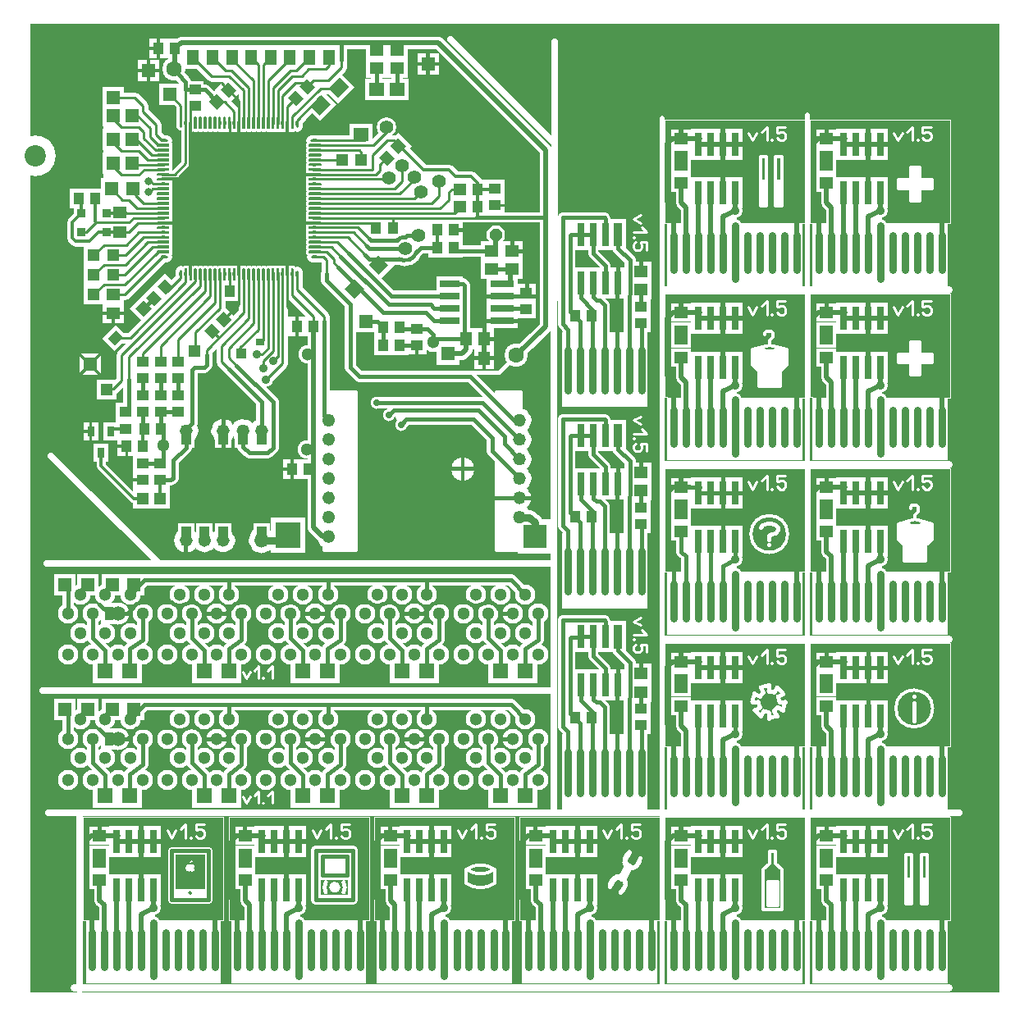
<source format=gtl>
%FSLAX34Y34*%
%MOMM*%
%LNCOPPER_TOP*%
G71*
G01*
%ADD10C, 2.100*%
%ADD11C, 2.300*%
%ADD12C, 1.200*%
%ADD13C, 0.222*%
%ADD14R, 2.600X2.600*%
%ADD15R, 2.200X2.200*%
%ADD16R, 2.600X2.500*%
%ADD17C, 1.480*%
%ADD18C, 0.880*%
%ADD19R, 1.500X1.500*%
%ADD20R, 0.900X0.900*%
%ADD21C, 0.600*%
%ADD22C, 1.080*%
%ADD23C, 1.500*%
%ADD24C, 0.300*%
%ADD25C, 2.400*%
%ADD26C, 1.700*%
%ADD27C, 1.500*%
%ADD28R, 1.900X2.000*%
%ADD29C, 0.900*%
%ADD30R, 2.000X2.000*%
%ADD31R, 3.200X1.600*%
%ADD32R, 1.800X1.700*%
%ADD33R, 2.100X2.400*%
%ADD34R, 2.400X2.200*%
%ADD35C, 4.200*%
%ADD36R, 2.000X1.900*%
%ADD37C, 1.900*%
%ADD38C, 0.700*%
%ADD39R, 1.800X2.000*%
%ADD40R, 1.600X1.900*%
%ADD41C, 2.200*%
%ADD42C, 0.400*%
%ADD43C, 1.300*%
%ADD44R, 2.100X2.200*%
%ADD45R, 2.400X2.400*%
%ADD46C, 1.300*%
%ADD47C, 1.600*%
%ADD48C, 1.100*%
%ADD49C, 0.280*%
%ADD50C, 1.000*%
%ADD51R, 2.200X2.100*%
%ADD52R, 2.800X1.600*%
%ADD53C, 2.000*%
%ADD54R, 1.900X1.900*%
%ADD55R, 1.700X1.600*%
%ADD56R, 1.700X2.200*%
%ADD57C, 1.600*%
%ADD58C, 1.350*%
%ADD59R, 1.600X3.200*%
%ADD60C, 0.254*%
%ADD61C, 0.800*%
%ADD62C, 0.200*%
%ADD63C, 0.100*%
%ADD64C, 0.422*%
%ADD65C, 0.397*%
%ADD66C, 0.238*%
%ADD67C, 0.150*%
%ADD68C, 0.500*%
%ADD69C, 2.500*%
%ADD70R, 1.800X1.800*%
%ADD71C, 2.400*%
%ADD72C, 0.750*%
%ADD73C, 0.297*%
%ADD74C, 0.390*%
%ADD75C, 0.308*%
%ADD76C, 0.378*%
%ADD77C, 0.304*%
%ADD78C, 0.317*%
%ADD79C, 0.267*%
%ADD80C, 0.433*%
%ADD81C, 0.303*%
%ADD82C, 0.379*%
%ADD83C, 1.300*%
%ADD84C, 1.500*%
%ADD85R, 1.600X1.600*%
%ADD86R, 1.400X1.400*%
%ADD87R, 1.400X1.300*%
%ADD88R, 0.300X0.300*%
%ADD89C, 1.600*%
%ADD90C, 0.900*%
%ADD91R, 1.100X1.200*%
%ADD92R, 1.200X1.200*%
%ADD93R, 2.400X0.800*%
%ADD94R, 1.200X1.100*%
%ADD95R, 1.300X1.600*%
%ADD96R, 1.600X1.400*%
%ADD97C, 0.700*%
%ADD98C, 0.500*%
%ADD99R, 1.000X1.200*%
%ADD100R, 0.800X1.100*%
%ADD101C, 1.400*%
%ADD102R, 1.300X1.400*%
%ADD103C, 0.800*%
%ADD104R, 2.000X0.800*%
%ADD105C, 2.600*%
%ADD106R, 1.100X1.100*%
%ADD107R, 0.900X0.800*%
%ADD108R, 0.900X1.400*%
%ADD109R, 0.800X2.400*%
%ADD110C, 0.000*%
%ADD111R, 1.000X1.000*%
%LPD*%
G36*
X250Y50D02*
X1000250Y50D01*
X1000250Y-999950D01*
X250Y-999950D01*
X250Y50D01*
G37*
%LPC*%
X39155Y-650911D02*
G54D10*
D03*
X64655Y-650911D02*
G54D10*
D03*
X90155Y-650911D02*
G54D10*
D03*
X115655Y-650911D02*
G54D10*
D03*
X141155Y-650911D02*
G54D10*
D03*
X166655Y-650911D02*
G54D10*
D03*
X192155Y-650911D02*
G54D10*
D03*
X217655Y-650911D02*
G54D10*
D03*
X243155Y-650911D02*
G54D10*
D03*
X268655Y-650911D02*
G54D10*
D03*
X294155Y-650911D02*
G54D10*
D03*
X319655Y-650911D02*
G54D10*
D03*
X345155Y-650911D02*
G54D10*
D03*
X370655Y-650911D02*
G54D10*
D03*
X396155Y-650911D02*
G54D10*
D03*
X421655Y-650911D02*
G54D10*
D03*
X447155Y-650911D02*
G54D10*
D03*
X472655Y-650911D02*
G54D10*
D03*
X498155Y-650911D02*
G54D10*
D03*
X523655Y-650911D02*
G54D10*
D03*
X39155Y-608634D02*
G54D10*
D03*
X64655Y-608636D02*
G54D10*
D03*
X90156Y-608634D02*
G54D11*
D03*
X115655Y-608636D02*
G54D10*
D03*
X141155Y-608636D02*
G54D10*
D03*
X166655Y-608636D02*
G54D10*
D03*
X192155Y-608636D02*
G54D10*
D03*
X217655Y-608636D02*
G54D10*
D03*
X243155Y-608636D02*
G54D10*
D03*
X268655Y-608636D02*
G54D10*
D03*
X294155Y-608636D02*
G54D10*
D03*
X319655Y-608636D02*
G54D10*
D03*
X345155Y-608636D02*
G54D10*
D03*
X370655Y-608636D02*
G54D10*
D03*
X396155Y-608636D02*
G54D10*
D03*
X421655Y-608636D02*
G54D10*
D03*
X447155Y-608636D02*
G54D10*
D03*
X472655Y-608636D02*
G54D10*
D03*
X498155Y-608636D02*
G54D10*
D03*
X523655Y-608636D02*
G54D10*
D03*
X51905Y-628636D02*
G54D10*
D03*
X77405Y-628636D02*
G54D10*
D03*
X102905Y-628636D02*
G54D10*
D03*
X153905Y-628636D02*
G54D10*
D03*
X179405Y-628636D02*
G54D10*
D03*
X204905Y-628636D02*
G54D10*
D03*
X255905Y-628636D02*
G54D10*
D03*
X281405Y-628636D02*
G54D10*
D03*
X306905Y-628636D02*
G54D10*
D03*
X357905Y-628636D02*
G54D10*
D03*
X383405Y-628636D02*
G54D10*
D03*
X408905Y-628636D02*
G54D10*
D03*
X459905Y-628636D02*
G54D10*
D03*
X485405Y-628636D02*
G54D10*
D03*
X510905Y-628636D02*
G54D10*
D03*
X51905Y-588634D02*
G54D10*
D03*
X77405Y-588634D02*
G54D10*
D03*
X102905Y-588636D02*
G54D10*
D03*
X153905Y-588636D02*
G54D10*
D03*
X179405Y-588636D02*
G54D10*
D03*
X204905Y-588636D02*
G54D10*
D03*
X255905Y-588636D02*
G54D10*
D03*
X281405Y-588636D02*
G54D10*
D03*
X306905Y-588636D02*
G54D10*
D03*
X357905Y-588636D02*
G54D10*
D03*
X383405Y-588636D02*
G54D10*
D03*
X408905Y-588636D02*
G54D10*
D03*
X459905Y-588636D02*
G54D10*
D03*
X485405Y-588636D02*
G54D10*
D03*
X510905Y-588636D02*
G54D10*
D03*
G54D12*
X204905Y-588636D02*
X204905Y-575739D01*
G54D12*
X306905Y-588636D02*
X306905Y-575739D01*
G54D12*
X408905Y-588636D02*
X408905Y-575739D01*
G54D12*
X115655Y-608636D02*
X115655Y-635414D01*
X102724Y-645039D01*
X102727Y-667661D01*
G54D12*
X64655Y-608636D02*
X64655Y-633670D01*
X77327Y-646342D01*
X77327Y-667661D01*
G54D12*
X217655Y-608636D02*
X217655Y-635414D01*
X204724Y-645039D01*
X204727Y-667661D01*
G54D12*
X166655Y-608636D02*
X166655Y-633670D01*
X179327Y-646342D01*
X179327Y-667661D01*
G54D12*
X319655Y-608636D02*
X319655Y-635414D01*
X306724Y-645039D01*
X306727Y-667661D01*
G54D12*
X268655Y-608636D02*
X268655Y-633670D01*
X281327Y-646342D01*
X281327Y-667661D01*
G54D12*
X421655Y-608636D02*
X421655Y-635414D01*
X408724Y-645039D01*
X408727Y-667661D01*
G54D12*
X370655Y-608636D02*
X370655Y-633670D01*
X383327Y-646342D01*
X383327Y-667661D01*
G54D12*
X523655Y-608636D02*
X523655Y-635414D01*
X510724Y-645039D01*
X510727Y-667661D01*
G54D12*
X472655Y-608636D02*
X472655Y-633670D01*
X485327Y-646342D01*
X485327Y-667661D01*
G54D13*
X219101Y-668302D02*
X222834Y-675302D01*
X226567Y-668302D01*
G54D13*
X230924Y-667524D02*
X235590Y-662857D01*
X235590Y-675302D01*
G54D13*
X240693Y-675302D02*
X239947Y-675302D01*
X239947Y-674679D01*
X240693Y-674679D01*
X240693Y-675302D01*
X239947Y-675302D01*
G54D13*
X245050Y-667524D02*
X249716Y-662857D01*
X249716Y-675302D01*
X77327Y-667661D02*
G54D14*
D03*
X102727Y-667661D02*
G54D14*
D03*
X179327Y-667661D02*
G54D14*
D03*
X204727Y-667661D02*
G54D14*
D03*
X281327Y-667661D02*
G54D14*
D03*
X306727Y-667661D02*
G54D14*
D03*
X383327Y-667661D02*
G54D14*
D03*
X408727Y-667661D02*
G54D14*
D03*
X485327Y-667661D02*
G54D14*
D03*
X510727Y-667661D02*
G54D14*
D03*
X106863Y-578687D02*
G54D15*
D03*
X84638Y-578687D02*
G54D15*
D03*
X59238Y-578687D02*
G54D15*
D03*
X35823Y-578687D02*
G54D15*
D03*
G54D12*
X510905Y-588636D02*
X495777Y-573508D01*
X118033Y-573508D01*
X102905Y-588636D01*
G54D12*
X39155Y-608636D02*
X39155Y-578133D01*
X40188Y-577099D01*
G54D12*
X51905Y-588636D02*
X51905Y-584433D01*
X59238Y-577099D01*
G54D12*
X77405Y-588636D02*
X77405Y-584333D01*
X84638Y-577099D01*
X92652Y-215006D02*
G54D16*
D03*
X92652Y-194006D02*
G54D16*
D03*
G54D17*
X137353Y-200055D02*
X106490Y-200055D01*
X101931Y-204615D01*
X67600Y-204615D01*
X57563Y-214652D01*
X50960Y-214652D01*
G54D17*
X137353Y-195055D02*
X99284Y-195055D01*
X94053Y-190024D01*
G54D17*
X137353Y-205055D02*
X111260Y-205055D01*
X101309Y-215005D01*
X92652Y-215006D01*
G54D18*
X137353Y-155035D02*
X148964Y-155035D01*
X160327Y-143673D01*
X160327Y-102061D01*
X52547Y-195602D02*
G54D19*
D03*
X52547Y-214652D02*
G54D19*
D03*
X78662Y-214652D02*
G54D19*
D03*
X78709Y-195544D02*
G54D19*
D03*
G36*
X270826Y-97562D02*
X279826Y-97561D01*
X279827Y-106561D01*
X270827Y-106562D01*
X270826Y-97562D01*
G37*
G36*
X265826Y-97562D02*
X274826Y-97561D01*
X274827Y-106561D01*
X265827Y-106562D01*
X265826Y-97562D01*
G37*
X265327Y-102061D02*
G54D20*
D03*
X260327Y-102061D02*
G54D20*
D03*
X255327Y-102061D02*
G54D20*
D03*
X250327Y-102061D02*
G54D20*
D03*
G36*
X240826Y-97561D02*
X249826Y-97561D01*
X249827Y-106561D01*
X240827Y-106561D01*
X240826Y-97561D01*
G37*
X240327Y-102061D02*
G54D20*
D03*
X235327Y-102061D02*
G54D20*
D03*
X230327Y-102061D02*
G54D20*
D03*
X225326Y-102061D02*
G54D20*
D03*
G36*
X215826Y-97562D02*
X224826Y-97561D01*
X224827Y-106561D01*
X215827Y-106562D01*
X215826Y-97562D01*
G37*
X215327Y-102061D02*
G54D20*
D03*
X210327Y-102061D02*
G54D20*
D03*
X205327Y-102061D02*
G54D20*
D03*
X200327Y-102061D02*
G54D20*
D03*
X195327Y-102061D02*
G54D20*
D03*
G36*
X185826Y-97562D02*
X194826Y-97561D01*
X194827Y-106561D01*
X185827Y-106562D01*
X185826Y-97562D01*
G37*
G36*
X180826Y-97561D02*
X189826Y-97561D01*
X189827Y-106561D01*
X180827Y-106561D01*
X180826Y-97561D01*
G37*
X180327Y-102061D02*
G54D20*
D03*
X175327Y-102061D02*
G54D20*
D03*
X170327Y-102061D02*
G54D20*
D03*
G36*
X160826Y-97562D02*
X169826Y-97561D01*
X169827Y-106561D01*
X160827Y-106562D01*
X160826Y-97562D01*
G37*
X160327Y-102061D02*
G54D20*
D03*
G36*
X150826Y-97562D02*
X159826Y-97561D01*
X159827Y-106561D01*
X150827Y-106562D01*
X150826Y-97562D01*
G37*
G36*
X275822Y-99030D02*
X276822Y-100030D01*
X276822Y-104530D01*
X276322Y-105030D01*
X274322Y-105030D01*
X273822Y-104530D01*
X273822Y-100030D01*
X274822Y-99030D01*
X275822Y-99030D01*
G37*
G54D21*
X275822Y-99030D02*
X276822Y-100030D01*
X276822Y-104530D01*
X276322Y-105030D01*
X274322Y-105030D01*
X273822Y-104530D01*
X273822Y-100030D01*
X274822Y-99030D01*
X275822Y-99030D01*
G36*
X155822Y-99030D02*
X156822Y-100030D01*
X156822Y-104530D01*
X156322Y-105030D01*
X154322Y-105030D01*
X153822Y-104530D01*
X153822Y-100030D01*
X154822Y-99030D01*
X155822Y-99030D01*
G37*
G54D21*
X155822Y-99030D02*
X156822Y-100030D01*
X156822Y-104530D01*
X156322Y-105030D01*
X154322Y-105030D01*
X153822Y-104530D01*
X153822Y-100030D01*
X154822Y-99030D01*
X155822Y-99030D01*
G36*
X265822Y-95030D02*
X266822Y-96030D01*
X266822Y-107530D01*
X266322Y-108030D01*
X264322Y-108030D01*
X263822Y-107530D01*
X263822Y-96030D01*
X264822Y-95030D01*
X265822Y-95030D01*
G37*
G54D21*
X265822Y-95030D02*
X266822Y-96030D01*
X266822Y-107530D01*
X266322Y-108030D01*
X264322Y-108030D01*
X263822Y-107530D01*
X263822Y-96030D01*
X264822Y-95030D01*
X265822Y-95030D01*
G36*
X260822Y-95030D02*
X261822Y-96030D01*
X261822Y-107530D01*
X261322Y-108030D01*
X259322Y-108030D01*
X258822Y-107530D01*
X258822Y-96030D01*
X259822Y-95030D01*
X260822Y-95030D01*
G37*
G54D21*
X260822Y-95030D02*
X261822Y-96030D01*
X261822Y-107530D01*
X261322Y-108030D01*
X259322Y-108030D01*
X258822Y-107530D01*
X258822Y-96030D01*
X259822Y-95030D01*
X260822Y-95030D01*
G36*
X255822Y-95030D02*
X256822Y-96030D01*
X256822Y-107530D01*
X256322Y-108030D01*
X254322Y-108030D01*
X253822Y-107530D01*
X253822Y-96030D01*
X254822Y-95030D01*
X255822Y-95030D01*
G37*
G54D21*
X255822Y-95030D02*
X256822Y-96030D01*
X256822Y-107530D01*
X256322Y-108030D01*
X254322Y-108030D01*
X253822Y-107530D01*
X253822Y-96030D01*
X254822Y-95030D01*
X255822Y-95030D01*
G36*
X250822Y-95030D02*
X251822Y-96030D01*
X251822Y-107530D01*
X251322Y-108030D01*
X249322Y-108030D01*
X248822Y-107530D01*
X248822Y-96030D01*
X249822Y-95030D01*
X250822Y-95030D01*
G37*
G54D21*
X250822Y-95030D02*
X251822Y-96030D01*
X251822Y-107530D01*
X251322Y-108030D01*
X249322Y-108030D01*
X248822Y-107530D01*
X248822Y-96030D01*
X249822Y-95030D01*
X250822Y-95030D01*
G36*
X245822Y-95030D02*
X246822Y-96030D01*
X246822Y-107530D01*
X246322Y-108030D01*
X244322Y-108030D01*
X243822Y-107530D01*
X243822Y-96030D01*
X244822Y-95030D01*
X245822Y-95030D01*
G37*
G54D21*
X245822Y-95030D02*
X246822Y-96030D01*
X246822Y-107530D01*
X246322Y-108030D01*
X244322Y-108030D01*
X243822Y-107530D01*
X243822Y-96030D01*
X244822Y-95030D01*
X245822Y-95030D01*
G36*
X240822Y-95030D02*
X241822Y-96030D01*
X241822Y-107530D01*
X241322Y-108030D01*
X239322Y-108030D01*
X238822Y-107530D01*
X238822Y-96030D01*
X239822Y-95030D01*
X240822Y-95030D01*
G37*
G54D21*
X240822Y-95030D02*
X241822Y-96030D01*
X241822Y-107530D01*
X241322Y-108030D01*
X239322Y-108030D01*
X238822Y-107530D01*
X238822Y-96030D01*
X239822Y-95030D01*
X240822Y-95030D01*
G36*
X235822Y-95030D02*
X236822Y-96030D01*
X236822Y-107530D01*
X236322Y-108030D01*
X234322Y-108030D01*
X233822Y-107530D01*
X233822Y-96030D01*
X234822Y-95030D01*
X235822Y-95030D01*
G37*
G54D21*
X235822Y-95030D02*
X236822Y-96030D01*
X236822Y-107530D01*
X236322Y-108030D01*
X234322Y-108030D01*
X233822Y-107530D01*
X233822Y-96030D01*
X234822Y-95030D01*
X235822Y-95030D01*
G36*
X230822Y-95030D02*
X231822Y-96030D01*
X231822Y-107530D01*
X231322Y-108030D01*
X229322Y-108030D01*
X228822Y-107530D01*
X228822Y-96030D01*
X229822Y-95030D01*
X230822Y-95030D01*
G37*
G54D21*
X230822Y-95030D02*
X231822Y-96030D01*
X231822Y-107530D01*
X231322Y-108030D01*
X229322Y-108030D01*
X228822Y-107530D01*
X228822Y-96030D01*
X229822Y-95030D01*
X230822Y-95030D01*
G36*
X225822Y-95030D02*
X226822Y-96030D01*
X226822Y-107530D01*
X226322Y-108030D01*
X224322Y-108030D01*
X223822Y-107530D01*
X223822Y-96030D01*
X224822Y-95030D01*
X225822Y-95030D01*
G37*
G54D21*
X225822Y-95030D02*
X226822Y-96030D01*
X226822Y-107530D01*
X226322Y-108030D01*
X224322Y-108030D01*
X223822Y-107530D01*
X223822Y-96030D01*
X224822Y-95030D01*
X225822Y-95030D01*
G36*
X220822Y-95030D02*
X221822Y-96030D01*
X221822Y-107530D01*
X221322Y-108030D01*
X219322Y-108030D01*
X218822Y-107530D01*
X218822Y-96030D01*
X219822Y-95030D01*
X220822Y-95030D01*
G37*
G54D21*
X220822Y-95030D02*
X221822Y-96030D01*
X221822Y-107530D01*
X221322Y-108030D01*
X219322Y-108030D01*
X218822Y-107530D01*
X218822Y-96030D01*
X219822Y-95030D01*
X220822Y-95030D01*
G36*
X215822Y-95030D02*
X216822Y-96030D01*
X216822Y-107530D01*
X216322Y-108030D01*
X214322Y-108030D01*
X213822Y-107530D01*
X213822Y-96030D01*
X214822Y-95030D01*
X215822Y-95030D01*
G37*
G54D21*
X215822Y-95030D02*
X216822Y-96030D01*
X216822Y-107530D01*
X216322Y-108030D01*
X214322Y-108030D01*
X213822Y-107530D01*
X213822Y-96030D01*
X214822Y-95030D01*
X215822Y-95030D01*
G36*
X210822Y-95030D02*
X211822Y-96030D01*
X211822Y-107530D01*
X211322Y-108030D01*
X209322Y-108030D01*
X208822Y-107530D01*
X208822Y-96030D01*
X209822Y-95030D01*
X210822Y-95030D01*
G37*
G54D21*
X210822Y-95030D02*
X211822Y-96030D01*
X211822Y-107530D01*
X211322Y-108030D01*
X209322Y-108030D01*
X208822Y-107530D01*
X208822Y-96030D01*
X209822Y-95030D01*
X210822Y-95030D01*
G36*
X205822Y-95030D02*
X206822Y-96030D01*
X206822Y-107530D01*
X206322Y-108030D01*
X204322Y-108030D01*
X203822Y-107530D01*
X203822Y-96030D01*
X204822Y-95030D01*
X205822Y-95030D01*
G37*
G54D21*
X205822Y-95030D02*
X206822Y-96030D01*
X206822Y-107530D01*
X206322Y-108030D01*
X204322Y-108030D01*
X203822Y-107530D01*
X203822Y-96030D01*
X204822Y-95030D01*
X205822Y-95030D01*
G36*
X200822Y-95030D02*
X201822Y-96030D01*
X201822Y-107530D01*
X201322Y-108030D01*
X199322Y-108030D01*
X198822Y-107530D01*
X198822Y-96030D01*
X199822Y-95030D01*
X200822Y-95030D01*
G37*
G54D21*
X200822Y-95030D02*
X201822Y-96030D01*
X201822Y-107530D01*
X201322Y-108030D01*
X199322Y-108030D01*
X198822Y-107530D01*
X198822Y-96030D01*
X199822Y-95030D01*
X200822Y-95030D01*
G36*
X195822Y-95030D02*
X196822Y-96030D01*
X196822Y-107530D01*
X196322Y-108030D01*
X194322Y-108030D01*
X193822Y-107530D01*
X193822Y-96030D01*
X194822Y-95030D01*
X195822Y-95030D01*
G37*
G54D21*
X195822Y-95030D02*
X196822Y-96030D01*
X196822Y-107530D01*
X196322Y-108030D01*
X194322Y-108030D01*
X193822Y-107530D01*
X193822Y-96030D01*
X194822Y-95030D01*
X195822Y-95030D01*
G36*
X190822Y-95030D02*
X191822Y-96030D01*
X191822Y-107530D01*
X191322Y-108030D01*
X189322Y-108030D01*
X188822Y-107530D01*
X188822Y-96030D01*
X189822Y-95030D01*
X190822Y-95030D01*
G37*
G54D21*
X190822Y-95030D02*
X191822Y-96030D01*
X191822Y-107530D01*
X191322Y-108030D01*
X189322Y-108030D01*
X188822Y-107530D01*
X188822Y-96030D01*
X189822Y-95030D01*
X190822Y-95030D01*
G36*
X185822Y-95030D02*
X186822Y-96030D01*
X186822Y-107530D01*
X186322Y-108030D01*
X184322Y-108030D01*
X183822Y-107530D01*
X183822Y-96030D01*
X184822Y-95030D01*
X185822Y-95030D01*
G37*
G54D21*
X185822Y-95030D02*
X186822Y-96030D01*
X186822Y-107530D01*
X186322Y-108030D01*
X184322Y-108030D01*
X183822Y-107530D01*
X183822Y-96030D01*
X184822Y-95030D01*
X185822Y-95030D01*
G36*
X180822Y-95030D02*
X181822Y-96030D01*
X181822Y-107530D01*
X181322Y-108030D01*
X179322Y-108030D01*
X178822Y-107530D01*
X178822Y-96030D01*
X179822Y-95030D01*
X180822Y-95030D01*
G37*
G54D21*
X180822Y-95030D02*
X181822Y-96030D01*
X181822Y-107530D01*
X181322Y-108030D01*
X179322Y-108030D01*
X178822Y-107530D01*
X178822Y-96030D01*
X179822Y-95030D01*
X180822Y-95030D01*
G36*
X175822Y-95030D02*
X176822Y-96030D01*
X176822Y-107530D01*
X176322Y-108030D01*
X174322Y-108030D01*
X173822Y-107530D01*
X173822Y-96030D01*
X174822Y-95030D01*
X175822Y-95030D01*
G37*
G54D21*
X175822Y-95030D02*
X176822Y-96030D01*
X176822Y-107530D01*
X176322Y-108030D01*
X174322Y-108030D01*
X173822Y-107530D01*
X173822Y-96030D01*
X174822Y-95030D01*
X175822Y-95030D01*
G36*
X170822Y-95030D02*
X171822Y-96030D01*
X171822Y-107530D01*
X171322Y-108030D01*
X169322Y-108030D01*
X168822Y-107530D01*
X168822Y-96030D01*
X169822Y-95030D01*
X170822Y-95030D01*
G37*
G54D21*
X170822Y-95030D02*
X171822Y-96030D01*
X171822Y-107530D01*
X171322Y-108030D01*
X169322Y-108030D01*
X168822Y-107530D01*
X168822Y-96030D01*
X169822Y-95030D01*
X170822Y-95030D01*
G36*
X165822Y-95030D02*
X166822Y-96030D01*
X166822Y-107530D01*
X166322Y-108030D01*
X164322Y-108030D01*
X163822Y-107530D01*
X163822Y-96030D01*
X164822Y-95030D01*
X165822Y-95030D01*
G37*
G54D21*
X165822Y-95030D02*
X166822Y-96030D01*
X166822Y-107530D01*
X166322Y-108030D01*
X164322Y-108030D01*
X163822Y-107530D01*
X163822Y-96030D01*
X164822Y-95030D01*
X165822Y-95030D01*
G36*
X160822Y-95030D02*
X161822Y-96030D01*
X161822Y-107530D01*
X161322Y-108030D01*
X159322Y-108030D01*
X158822Y-107530D01*
X158822Y-96030D01*
X159822Y-95030D01*
X160822Y-95030D01*
G37*
G54D21*
X160822Y-95030D02*
X161822Y-96030D01*
X161822Y-107530D01*
X161322Y-108030D01*
X159322Y-108030D01*
X158822Y-107530D01*
X158822Y-96030D01*
X159822Y-95030D01*
X160822Y-95030D01*
G36*
X270822Y-95030D02*
X271822Y-96030D01*
X271822Y-107530D01*
X271322Y-108030D01*
X269322Y-108030D01*
X268822Y-107530D01*
X268822Y-96030D01*
X269822Y-95030D01*
X270822Y-95030D01*
G37*
G54D21*
X270822Y-95030D02*
X271822Y-96030D01*
X271822Y-107530D01*
X271322Y-108030D01*
X269322Y-108030D01*
X268822Y-107530D01*
X268822Y-96030D01*
X269822Y-95030D01*
X270822Y-95030D01*
X293290Y-240025D02*
G54D20*
D03*
X293290Y-235025D02*
G54D20*
D03*
X293290Y-230025D02*
G54D20*
D03*
X293290Y-225025D02*
G54D20*
D03*
X293290Y-220025D02*
G54D20*
D03*
X293290Y-215025D02*
G54D20*
D03*
X293290Y-210025D02*
G54D20*
D03*
X293290Y-205025D02*
G54D20*
D03*
X293290Y-200025D02*
G54D20*
D03*
X293290Y-195025D02*
G54D20*
D03*
X293290Y-190025D02*
G54D20*
D03*
X293291Y-185025D02*
G54D20*
D03*
X293291Y-180025D02*
G54D20*
D03*
X293290Y-175025D02*
G54D20*
D03*
X293290Y-170025D02*
G54D20*
D03*
X293290Y-165025D02*
G54D20*
D03*
X293291Y-160025D02*
G54D20*
D03*
X293290Y-155025D02*
G54D20*
D03*
X293290Y-150025D02*
G54D20*
D03*
X293290Y-145025D02*
G54D20*
D03*
X293290Y-140025D02*
G54D20*
D03*
X293290Y-135025D02*
G54D20*
D03*
X293290Y-130025D02*
G54D20*
D03*
X293290Y-125025D02*
G54D20*
D03*
X293290Y-120025D02*
G54D20*
D03*
G36*
X296322Y-240530D02*
X295322Y-241530D01*
X290822Y-241530D01*
X290322Y-241030D01*
X290322Y-239030D01*
X290822Y-238530D01*
X295322Y-238530D01*
X296322Y-239530D01*
X296322Y-240530D01*
G37*
G54D21*
X296322Y-240530D02*
X295322Y-241530D01*
X290822Y-241530D01*
X290322Y-241030D01*
X290322Y-239030D01*
X290822Y-238530D01*
X295322Y-238530D01*
X296322Y-239530D01*
X296322Y-240530D01*
G36*
X296322Y-120530D02*
X295322Y-121530D01*
X290822Y-121530D01*
X290322Y-121030D01*
X290322Y-119030D01*
X290822Y-118530D01*
X295322Y-118530D01*
X296322Y-119530D01*
X296322Y-120530D01*
G37*
G54D21*
X296322Y-120530D02*
X295322Y-121530D01*
X290822Y-121530D01*
X290322Y-121030D01*
X290322Y-119030D01*
X290822Y-118530D01*
X295322Y-118530D01*
X296322Y-119530D01*
X296322Y-120530D01*
G36*
X300322Y-230530D02*
X299322Y-231530D01*
X287822Y-231530D01*
X287322Y-231030D01*
X287322Y-229030D01*
X287822Y-228530D01*
X299322Y-228530D01*
X300322Y-229530D01*
X300322Y-230530D01*
G37*
G54D21*
X300322Y-230530D02*
X299322Y-231530D01*
X287822Y-231530D01*
X287322Y-231030D01*
X287322Y-229030D01*
X287822Y-228530D01*
X299322Y-228530D01*
X300322Y-229530D01*
X300322Y-230530D01*
G36*
X300322Y-225530D02*
X299322Y-226530D01*
X287822Y-226530D01*
X287322Y-226030D01*
X287322Y-224030D01*
X287822Y-223530D01*
X299322Y-223530D01*
X300322Y-224530D01*
X300322Y-225530D01*
G37*
G54D21*
X300322Y-225530D02*
X299322Y-226530D01*
X287822Y-226530D01*
X287322Y-226030D01*
X287322Y-224030D01*
X287822Y-223530D01*
X299322Y-223530D01*
X300322Y-224530D01*
X300322Y-225530D01*
G36*
X300322Y-220530D02*
X299322Y-221530D01*
X287822Y-221530D01*
X287322Y-221030D01*
X287322Y-219030D01*
X287822Y-218530D01*
X299322Y-218530D01*
X300322Y-219530D01*
X300322Y-220530D01*
G37*
G54D21*
X300322Y-220530D02*
X299322Y-221530D01*
X287822Y-221530D01*
X287322Y-221030D01*
X287322Y-219030D01*
X287822Y-218530D01*
X299322Y-218530D01*
X300322Y-219530D01*
X300322Y-220530D01*
G36*
X300322Y-215530D02*
X299322Y-216530D01*
X287822Y-216530D01*
X287322Y-216030D01*
X287322Y-214030D01*
X287822Y-213530D01*
X299322Y-213530D01*
X300322Y-214530D01*
X300322Y-215530D01*
G37*
G54D21*
X300322Y-215530D02*
X299322Y-216530D01*
X287822Y-216530D01*
X287322Y-216030D01*
X287322Y-214030D01*
X287822Y-213530D01*
X299322Y-213530D01*
X300322Y-214530D01*
X300322Y-215530D01*
G36*
X300322Y-210530D02*
X299322Y-211530D01*
X287822Y-211530D01*
X287322Y-211030D01*
X287322Y-209030D01*
X287822Y-208530D01*
X299322Y-208530D01*
X300322Y-209530D01*
X300322Y-210530D01*
G37*
G54D21*
X300322Y-210530D02*
X299322Y-211530D01*
X287822Y-211530D01*
X287322Y-211030D01*
X287322Y-209030D01*
X287822Y-208530D01*
X299322Y-208530D01*
X300322Y-209530D01*
X300322Y-210530D01*
G36*
X300322Y-205530D02*
X299322Y-206530D01*
X287822Y-206530D01*
X287322Y-206030D01*
X287322Y-204030D01*
X287822Y-203530D01*
X299322Y-203530D01*
X300322Y-204530D01*
X300322Y-205530D01*
G37*
G54D21*
X300322Y-205530D02*
X299322Y-206530D01*
X287822Y-206530D01*
X287322Y-206030D01*
X287322Y-204030D01*
X287822Y-203530D01*
X299322Y-203530D01*
X300322Y-204530D01*
X300322Y-205530D01*
G36*
X300322Y-200530D02*
X299322Y-201530D01*
X287822Y-201530D01*
X287322Y-201030D01*
X287322Y-199030D01*
X287822Y-198530D01*
X299322Y-198530D01*
X300322Y-199530D01*
X300322Y-200530D01*
G37*
G54D21*
X300322Y-200530D02*
X299322Y-201530D01*
X287822Y-201530D01*
X287322Y-201030D01*
X287322Y-199030D01*
X287822Y-198530D01*
X299322Y-198530D01*
X300322Y-199530D01*
X300322Y-200530D01*
G36*
X300322Y-195530D02*
X299322Y-196530D01*
X287822Y-196530D01*
X287322Y-196030D01*
X287322Y-194030D01*
X287822Y-193530D01*
X299322Y-193530D01*
X300322Y-194530D01*
X300322Y-195530D01*
G37*
G54D21*
X300322Y-195530D02*
X299322Y-196530D01*
X287822Y-196530D01*
X287322Y-196030D01*
X287322Y-194030D01*
X287822Y-193530D01*
X299322Y-193530D01*
X300322Y-194530D01*
X300322Y-195530D01*
G36*
X300322Y-190530D02*
X299322Y-191530D01*
X287822Y-191530D01*
X287322Y-191030D01*
X287322Y-189030D01*
X287822Y-188530D01*
X299322Y-188530D01*
X300322Y-189530D01*
X300322Y-190530D01*
G37*
G54D21*
X300322Y-190530D02*
X299322Y-191530D01*
X287822Y-191530D01*
X287322Y-191030D01*
X287322Y-189030D01*
X287822Y-188530D01*
X299322Y-188530D01*
X300322Y-189530D01*
X300322Y-190530D01*
G36*
X300322Y-185530D02*
X299322Y-186530D01*
X287822Y-186530D01*
X287322Y-186030D01*
X287322Y-184030D01*
X287822Y-183530D01*
X299322Y-183530D01*
X300322Y-184530D01*
X300322Y-185530D01*
G37*
G54D21*
X300322Y-185530D02*
X299322Y-186530D01*
X287822Y-186530D01*
X287322Y-186030D01*
X287322Y-184030D01*
X287822Y-183530D01*
X299322Y-183530D01*
X300322Y-184530D01*
X300322Y-185530D01*
G36*
X300322Y-180530D02*
X299322Y-181530D01*
X287822Y-181530D01*
X287322Y-181030D01*
X287322Y-179030D01*
X287822Y-178530D01*
X299322Y-178530D01*
X300322Y-179530D01*
X300322Y-180530D01*
G37*
G54D21*
X300322Y-180530D02*
X299322Y-181530D01*
X287822Y-181530D01*
X287322Y-181030D01*
X287322Y-179030D01*
X287822Y-178530D01*
X299322Y-178530D01*
X300322Y-179530D01*
X300322Y-180530D01*
G36*
X300322Y-175530D02*
X299322Y-176530D01*
X287822Y-176530D01*
X287322Y-176030D01*
X287322Y-174030D01*
X287822Y-173530D01*
X299322Y-173530D01*
X300322Y-174530D01*
X300322Y-175530D01*
G37*
G54D21*
X300322Y-175530D02*
X299322Y-176530D01*
X287822Y-176530D01*
X287322Y-176030D01*
X287322Y-174030D01*
X287822Y-173530D01*
X299322Y-173530D01*
X300322Y-174530D01*
X300322Y-175530D01*
G36*
X300322Y-170530D02*
X299322Y-171530D01*
X287822Y-171530D01*
X287322Y-171030D01*
X287322Y-169030D01*
X287822Y-168530D01*
X299322Y-168530D01*
X300322Y-169530D01*
X300322Y-170530D01*
G37*
G54D21*
X300322Y-170530D02*
X299322Y-171530D01*
X287822Y-171530D01*
X287322Y-171030D01*
X287322Y-169030D01*
X287822Y-168530D01*
X299322Y-168530D01*
X300322Y-169530D01*
X300322Y-170530D01*
G36*
X300322Y-165530D02*
X299322Y-166530D01*
X287822Y-166530D01*
X287322Y-166030D01*
X287322Y-164030D01*
X287822Y-163530D01*
X299322Y-163530D01*
X300322Y-164530D01*
X300322Y-165530D01*
G37*
G54D21*
X300322Y-165530D02*
X299322Y-166530D01*
X287822Y-166530D01*
X287322Y-166030D01*
X287322Y-164030D01*
X287822Y-163530D01*
X299322Y-163530D01*
X300322Y-164530D01*
X300322Y-165530D01*
G36*
X300322Y-160530D02*
X299322Y-161530D01*
X287822Y-161530D01*
X287322Y-161030D01*
X287322Y-159030D01*
X287822Y-158530D01*
X299322Y-158530D01*
X300322Y-159530D01*
X300322Y-160530D01*
G37*
G54D21*
X300322Y-160530D02*
X299322Y-161530D01*
X287822Y-161530D01*
X287322Y-161030D01*
X287322Y-159030D01*
X287822Y-158530D01*
X299322Y-158530D01*
X300322Y-159530D01*
X300322Y-160530D01*
G36*
X300322Y-155530D02*
X299322Y-156530D01*
X287822Y-156530D01*
X287322Y-156030D01*
X287322Y-154030D01*
X287822Y-153530D01*
X299322Y-153530D01*
X300322Y-154530D01*
X300322Y-155530D01*
G37*
G54D21*
X300322Y-155530D02*
X299322Y-156530D01*
X287822Y-156530D01*
X287322Y-156030D01*
X287322Y-154030D01*
X287822Y-153530D01*
X299322Y-153530D01*
X300322Y-154530D01*
X300322Y-155530D01*
G36*
X300322Y-150530D02*
X299322Y-151530D01*
X287822Y-151530D01*
X287322Y-151030D01*
X287322Y-149030D01*
X287822Y-148530D01*
X299322Y-148530D01*
X300322Y-149530D01*
X300322Y-150530D01*
G37*
G54D21*
X300322Y-150530D02*
X299322Y-151530D01*
X287822Y-151530D01*
X287322Y-151030D01*
X287322Y-149030D01*
X287822Y-148530D01*
X299322Y-148530D01*
X300322Y-149530D01*
X300322Y-150530D01*
G36*
X300322Y-145530D02*
X299322Y-146530D01*
X287822Y-146530D01*
X287322Y-146030D01*
X287322Y-144030D01*
X287822Y-143530D01*
X299322Y-143530D01*
X300322Y-144530D01*
X300322Y-145530D01*
G37*
G54D21*
X300322Y-145530D02*
X299322Y-146530D01*
X287822Y-146530D01*
X287322Y-146030D01*
X287322Y-144030D01*
X287822Y-143530D01*
X299322Y-143530D01*
X300322Y-144530D01*
X300322Y-145530D01*
G36*
X300322Y-140530D02*
X299322Y-141530D01*
X287822Y-141530D01*
X287322Y-141030D01*
X287322Y-139030D01*
X287822Y-138530D01*
X299322Y-138530D01*
X300322Y-139530D01*
X300322Y-140530D01*
G37*
G54D21*
X300322Y-140530D02*
X299322Y-141530D01*
X287822Y-141530D01*
X287322Y-141030D01*
X287322Y-139030D01*
X287822Y-138530D01*
X299322Y-138530D01*
X300322Y-139530D01*
X300322Y-140530D01*
G36*
X300322Y-135530D02*
X299322Y-136530D01*
X287822Y-136530D01*
X287322Y-136030D01*
X287322Y-134030D01*
X287822Y-133530D01*
X299322Y-133530D01*
X300322Y-134530D01*
X300322Y-135530D01*
G37*
G54D21*
X300322Y-135530D02*
X299322Y-136530D01*
X287822Y-136530D01*
X287322Y-136030D01*
X287322Y-134030D01*
X287822Y-133530D01*
X299322Y-133530D01*
X300322Y-134530D01*
X300322Y-135530D01*
G36*
X300322Y-130530D02*
X299322Y-131530D01*
X287822Y-131530D01*
X287322Y-131030D01*
X287322Y-129030D01*
X287822Y-128530D01*
X299322Y-128530D01*
X300322Y-129530D01*
X300322Y-130530D01*
G37*
G54D21*
X300322Y-130530D02*
X299322Y-131530D01*
X287822Y-131530D01*
X287322Y-131030D01*
X287322Y-129030D01*
X287822Y-128530D01*
X299322Y-128530D01*
X300322Y-129530D01*
X300322Y-130530D01*
G36*
X300322Y-125530D02*
X299322Y-126530D01*
X287822Y-126530D01*
X287322Y-126030D01*
X287322Y-124030D01*
X287822Y-123530D01*
X299322Y-123530D01*
X300322Y-124530D01*
X300322Y-125530D01*
G37*
G54D21*
X300322Y-125530D02*
X299322Y-126530D01*
X287822Y-126530D01*
X287322Y-126030D01*
X287322Y-124030D01*
X287822Y-123530D01*
X299322Y-123530D01*
X300322Y-124530D01*
X300322Y-125530D01*
G36*
X300322Y-235530D02*
X299322Y-236530D01*
X287822Y-236530D01*
X287322Y-236030D01*
X287322Y-234030D01*
X287822Y-233530D01*
X299322Y-233530D01*
X300322Y-234530D01*
X300322Y-235530D01*
G37*
G54D21*
X300322Y-235530D02*
X299322Y-236530D01*
X287822Y-236530D01*
X287322Y-236030D01*
X287322Y-234030D01*
X287822Y-233530D01*
X299322Y-233530D01*
X300322Y-234530D01*
X300322Y-235530D01*
X155327Y-257999D02*
G54D20*
D03*
X160326Y-257999D02*
G54D20*
D03*
X165327Y-257999D02*
G54D20*
D03*
X170327Y-257999D02*
G54D20*
D03*
X175327Y-257999D02*
G54D20*
D03*
X180327Y-257999D02*
G54D20*
D03*
X185327Y-257999D02*
G54D20*
D03*
X190327Y-257999D02*
G54D20*
D03*
X195327Y-257999D02*
G54D20*
D03*
X200326Y-257999D02*
G54D20*
D03*
X205327Y-257999D02*
G54D20*
D03*
X210327Y-257999D02*
G54D20*
D03*
X215326Y-257999D02*
G54D20*
D03*
X220327Y-257999D02*
G54D20*
D03*
X225327Y-257999D02*
G54D20*
D03*
X230327Y-257999D02*
G54D20*
D03*
X235327Y-257999D02*
G54D20*
D03*
X240327Y-257999D02*
G54D20*
D03*
X245327Y-257999D02*
G54D20*
D03*
X250326Y-257999D02*
G54D20*
D03*
X255326Y-257999D02*
G54D20*
D03*
X260327Y-257999D02*
G54D20*
D03*
X265326Y-257999D02*
G54D20*
D03*
X270326Y-257999D02*
G54D20*
D03*
X275327Y-257999D02*
G54D20*
D03*
G36*
X154822Y-261030D02*
X153822Y-260030D01*
X153822Y-255530D01*
X154322Y-255030D01*
X156322Y-255030D01*
X156822Y-255530D01*
X156822Y-260030D01*
X155822Y-261030D01*
X154822Y-261030D01*
G37*
G54D21*
X154822Y-261030D02*
X153822Y-260030D01*
X153822Y-255530D01*
X154322Y-255030D01*
X156322Y-255030D01*
X156822Y-255530D01*
X156822Y-260030D01*
X155822Y-261030D01*
X154822Y-261030D01*
G36*
X274822Y-261030D02*
X273822Y-260030D01*
X273822Y-255530D01*
X274322Y-255030D01*
X276322Y-255030D01*
X276822Y-255530D01*
X276822Y-260030D01*
X275822Y-261030D01*
X274822Y-261030D01*
G37*
G54D21*
X274822Y-261030D02*
X273822Y-260030D01*
X273822Y-255530D01*
X274322Y-255030D01*
X276322Y-255030D01*
X276822Y-255530D01*
X276822Y-260030D01*
X275822Y-261030D01*
X274822Y-261030D01*
G36*
X164822Y-265030D02*
X163822Y-264030D01*
X163822Y-252530D01*
X164322Y-252030D01*
X166322Y-252030D01*
X166822Y-252530D01*
X166822Y-264030D01*
X165822Y-265030D01*
X164822Y-265030D01*
G37*
G54D21*
X164822Y-265030D02*
X163822Y-264030D01*
X163822Y-252530D01*
X164322Y-252030D01*
X166322Y-252030D01*
X166822Y-252530D01*
X166822Y-264030D01*
X165822Y-265030D01*
X164822Y-265030D01*
G36*
X169822Y-265030D02*
X168822Y-264030D01*
X168822Y-252530D01*
X169322Y-252030D01*
X171322Y-252030D01*
X171822Y-252530D01*
X171822Y-264030D01*
X170822Y-265030D01*
X169822Y-265030D01*
G37*
G54D21*
X169822Y-265030D02*
X168822Y-264030D01*
X168822Y-252530D01*
X169322Y-252030D01*
X171322Y-252030D01*
X171822Y-252530D01*
X171822Y-264030D01*
X170822Y-265030D01*
X169822Y-265030D01*
G36*
X174822Y-265030D02*
X173822Y-264030D01*
X173822Y-252530D01*
X174322Y-252030D01*
X176322Y-252030D01*
X176822Y-252530D01*
X176822Y-264030D01*
X175822Y-265030D01*
X174822Y-265030D01*
G37*
G54D21*
X174822Y-265030D02*
X173822Y-264030D01*
X173822Y-252530D01*
X174322Y-252030D01*
X176322Y-252030D01*
X176822Y-252530D01*
X176822Y-264030D01*
X175822Y-265030D01*
X174822Y-265030D01*
G36*
X179822Y-265030D02*
X178822Y-264030D01*
X178822Y-252530D01*
X179322Y-252030D01*
X181322Y-252030D01*
X181822Y-252530D01*
X181822Y-264030D01*
X180822Y-265030D01*
X179822Y-265030D01*
G37*
G54D21*
X179822Y-265030D02*
X178822Y-264030D01*
X178822Y-252530D01*
X179322Y-252030D01*
X181322Y-252030D01*
X181822Y-252530D01*
X181822Y-264030D01*
X180822Y-265030D01*
X179822Y-265030D01*
G36*
X184822Y-265030D02*
X183822Y-264030D01*
X183822Y-252530D01*
X184322Y-252030D01*
X186322Y-252030D01*
X186822Y-252530D01*
X186822Y-264030D01*
X185822Y-265030D01*
X184822Y-265030D01*
G37*
G54D21*
X184822Y-265030D02*
X183822Y-264030D01*
X183822Y-252530D01*
X184322Y-252030D01*
X186322Y-252030D01*
X186822Y-252530D01*
X186822Y-264030D01*
X185822Y-265030D01*
X184822Y-265030D01*
G36*
X189822Y-265030D02*
X188822Y-264030D01*
X188822Y-252530D01*
X189322Y-252030D01*
X191322Y-252030D01*
X191822Y-252530D01*
X191822Y-264030D01*
X190822Y-265030D01*
X189822Y-265030D01*
G37*
G54D21*
X189822Y-265030D02*
X188822Y-264030D01*
X188822Y-252530D01*
X189322Y-252030D01*
X191322Y-252030D01*
X191822Y-252530D01*
X191822Y-264030D01*
X190822Y-265030D01*
X189822Y-265030D01*
G36*
X194822Y-265030D02*
X193822Y-264030D01*
X193822Y-252530D01*
X194322Y-252030D01*
X196322Y-252030D01*
X196822Y-252530D01*
X196822Y-264030D01*
X195822Y-265030D01*
X194822Y-265030D01*
G37*
G54D21*
X194822Y-265030D02*
X193822Y-264030D01*
X193822Y-252530D01*
X194322Y-252030D01*
X196322Y-252030D01*
X196822Y-252530D01*
X196822Y-264030D01*
X195822Y-265030D01*
X194822Y-265030D01*
G36*
X199822Y-265030D02*
X198822Y-264030D01*
X198822Y-252530D01*
X199322Y-252030D01*
X201322Y-252030D01*
X201822Y-252530D01*
X201822Y-264030D01*
X200822Y-265030D01*
X199822Y-265030D01*
G37*
G54D21*
X199822Y-265030D02*
X198822Y-264030D01*
X198822Y-252530D01*
X199322Y-252030D01*
X201322Y-252030D01*
X201822Y-252530D01*
X201822Y-264030D01*
X200822Y-265030D01*
X199822Y-265030D01*
G36*
X204822Y-265030D02*
X203822Y-264030D01*
X203822Y-252530D01*
X204322Y-252030D01*
X206322Y-252030D01*
X206822Y-252530D01*
X206822Y-264030D01*
X205822Y-265030D01*
X204822Y-265030D01*
G37*
G54D21*
X204822Y-265030D02*
X203822Y-264030D01*
X203822Y-252530D01*
X204322Y-252030D01*
X206322Y-252030D01*
X206822Y-252530D01*
X206822Y-264030D01*
X205822Y-265030D01*
X204822Y-265030D01*
G36*
X209822Y-265030D02*
X208822Y-264030D01*
X208822Y-252530D01*
X209322Y-252030D01*
X211322Y-252030D01*
X211822Y-252530D01*
X211822Y-264030D01*
X210822Y-265030D01*
X209822Y-265030D01*
G37*
G54D21*
X209822Y-265030D02*
X208822Y-264030D01*
X208822Y-252530D01*
X209322Y-252030D01*
X211322Y-252030D01*
X211822Y-252530D01*
X211822Y-264030D01*
X210822Y-265030D01*
X209822Y-265030D01*
G36*
X214822Y-265030D02*
X213822Y-264030D01*
X213822Y-252530D01*
X214322Y-252030D01*
X216322Y-252030D01*
X216822Y-252530D01*
X216822Y-264030D01*
X215822Y-265030D01*
X214822Y-265030D01*
G37*
G54D21*
X214822Y-265030D02*
X213822Y-264030D01*
X213822Y-252530D01*
X214322Y-252030D01*
X216322Y-252030D01*
X216822Y-252530D01*
X216822Y-264030D01*
X215822Y-265030D01*
X214822Y-265030D01*
G36*
X219822Y-265030D02*
X218822Y-264030D01*
X218822Y-252530D01*
X219322Y-252030D01*
X221322Y-252030D01*
X221822Y-252530D01*
X221822Y-264030D01*
X220822Y-265030D01*
X219822Y-265030D01*
G37*
G54D21*
X219822Y-265030D02*
X218822Y-264030D01*
X218822Y-252530D01*
X219322Y-252030D01*
X221322Y-252030D01*
X221822Y-252530D01*
X221822Y-264030D01*
X220822Y-265030D01*
X219822Y-265030D01*
G36*
X224822Y-265030D02*
X223822Y-264030D01*
X223822Y-252530D01*
X224322Y-252030D01*
X226322Y-252030D01*
X226822Y-252530D01*
X226822Y-264030D01*
X225822Y-265030D01*
X224822Y-265030D01*
G37*
G54D21*
X224822Y-265030D02*
X223822Y-264030D01*
X223822Y-252530D01*
X224322Y-252030D01*
X226322Y-252030D01*
X226822Y-252530D01*
X226822Y-264030D01*
X225822Y-265030D01*
X224822Y-265030D01*
G36*
X229822Y-265030D02*
X228822Y-264030D01*
X228822Y-252530D01*
X229322Y-252030D01*
X231322Y-252030D01*
X231822Y-252530D01*
X231822Y-264030D01*
X230822Y-265030D01*
X229822Y-265030D01*
G37*
G54D21*
X229822Y-265030D02*
X228822Y-264030D01*
X228822Y-252530D01*
X229322Y-252030D01*
X231322Y-252030D01*
X231822Y-252530D01*
X231822Y-264030D01*
X230822Y-265030D01*
X229822Y-265030D01*
G36*
X234822Y-265030D02*
X233822Y-264030D01*
X233822Y-252530D01*
X234322Y-252030D01*
X236322Y-252030D01*
X236822Y-252530D01*
X236822Y-264030D01*
X235822Y-265030D01*
X234822Y-265030D01*
G37*
G54D21*
X234822Y-265030D02*
X233822Y-264030D01*
X233822Y-252530D01*
X234322Y-252030D01*
X236322Y-252030D01*
X236822Y-252530D01*
X236822Y-264030D01*
X235822Y-265030D01*
X234822Y-265030D01*
G36*
X239822Y-265030D02*
X238822Y-264030D01*
X238822Y-252530D01*
X239322Y-252030D01*
X241322Y-252030D01*
X241822Y-252530D01*
X241822Y-264030D01*
X240822Y-265030D01*
X239822Y-265030D01*
G37*
G54D21*
X239822Y-265030D02*
X238822Y-264030D01*
X238822Y-252530D01*
X239322Y-252030D01*
X241322Y-252030D01*
X241822Y-252530D01*
X241822Y-264030D01*
X240822Y-265030D01*
X239822Y-265030D01*
G36*
X244822Y-265030D02*
X243822Y-264030D01*
X243822Y-252530D01*
X244322Y-252030D01*
X246322Y-252030D01*
X246822Y-252530D01*
X246822Y-264030D01*
X245822Y-265030D01*
X244822Y-265030D01*
G37*
G54D21*
X244822Y-265030D02*
X243822Y-264030D01*
X243822Y-252530D01*
X244322Y-252030D01*
X246322Y-252030D01*
X246822Y-252530D01*
X246822Y-264030D01*
X245822Y-265030D01*
X244822Y-265030D01*
G36*
X249822Y-265030D02*
X248822Y-264030D01*
X248822Y-252530D01*
X249322Y-252030D01*
X251322Y-252030D01*
X251822Y-252530D01*
X251822Y-264030D01*
X250822Y-265030D01*
X249822Y-265030D01*
G37*
G54D21*
X249822Y-265030D02*
X248822Y-264030D01*
X248822Y-252530D01*
X249322Y-252030D01*
X251322Y-252030D01*
X251822Y-252530D01*
X251822Y-264030D01*
X250822Y-265030D01*
X249822Y-265030D01*
G36*
X254822Y-265030D02*
X253822Y-264030D01*
X253822Y-252530D01*
X254322Y-252030D01*
X256322Y-252030D01*
X256822Y-252530D01*
X256822Y-264030D01*
X255822Y-265030D01*
X254822Y-265030D01*
G37*
G54D21*
X254822Y-265030D02*
X253822Y-264030D01*
X253822Y-252530D01*
X254322Y-252030D01*
X256322Y-252030D01*
X256822Y-252530D01*
X256822Y-264030D01*
X255822Y-265030D01*
X254822Y-265030D01*
G36*
X259822Y-265030D02*
X258822Y-264030D01*
X258822Y-252530D01*
X259322Y-252030D01*
X261322Y-252030D01*
X261822Y-252530D01*
X261822Y-264030D01*
X260822Y-265030D01*
X259822Y-265030D01*
G37*
G54D21*
X259822Y-265030D02*
X258822Y-264030D01*
X258822Y-252530D01*
X259322Y-252030D01*
X261322Y-252030D01*
X261822Y-252530D01*
X261822Y-264030D01*
X260822Y-265030D01*
X259822Y-265030D01*
G36*
X264822Y-265030D02*
X263822Y-264030D01*
X263822Y-252530D01*
X264322Y-252030D01*
X266322Y-252030D01*
X266822Y-252530D01*
X266822Y-264030D01*
X265822Y-265030D01*
X264822Y-265030D01*
G37*
G54D21*
X264822Y-265030D02*
X263822Y-264030D01*
X263822Y-252530D01*
X264322Y-252030D01*
X266322Y-252030D01*
X266822Y-252530D01*
X266822Y-264030D01*
X265822Y-265030D01*
X264822Y-265030D01*
G36*
X269822Y-265030D02*
X268822Y-264030D01*
X268822Y-252530D01*
X269322Y-252030D01*
X271322Y-252030D01*
X271822Y-252530D01*
X271822Y-264030D01*
X270822Y-265030D01*
X269822Y-265030D01*
G37*
G54D21*
X269822Y-265030D02*
X268822Y-264030D01*
X268822Y-252530D01*
X269322Y-252030D01*
X271322Y-252030D01*
X271822Y-252530D01*
X271822Y-264030D01*
X270822Y-265030D01*
X269822Y-265030D01*
G36*
X159822Y-265030D02*
X158822Y-264030D01*
X158822Y-252530D01*
X159322Y-252030D01*
X161322Y-252030D01*
X161822Y-252530D01*
X161822Y-264030D01*
X160822Y-265030D01*
X159822Y-265030D01*
G37*
G54D21*
X159822Y-265030D02*
X158822Y-264030D01*
X158822Y-252530D01*
X159322Y-252030D01*
X161322Y-252030D01*
X161822Y-252530D01*
X161822Y-264030D01*
X160822Y-265030D01*
X159822Y-265030D01*
X137353Y-120035D02*
G54D20*
D03*
X137353Y-125035D02*
G54D20*
D03*
X137353Y-130035D02*
G54D20*
D03*
X137353Y-135035D02*
G54D20*
D03*
X137353Y-140035D02*
G54D20*
D03*
X137353Y-145035D02*
G54D20*
D03*
X137353Y-150035D02*
G54D20*
D03*
X137353Y-155035D02*
G54D20*
D03*
X137353Y-160035D02*
G54D20*
D03*
X137353Y-165035D02*
G54D20*
D03*
X137353Y-170035D02*
G54D20*
D03*
X137353Y-175035D02*
G54D20*
D03*
X137353Y-180035D02*
G54D20*
D03*
X137353Y-185035D02*
G54D20*
D03*
X137353Y-190035D02*
G54D20*
D03*
X137353Y-195035D02*
G54D20*
D03*
X137353Y-200035D02*
G54D20*
D03*
X137353Y-205035D02*
G54D20*
D03*
X137353Y-210035D02*
G54D20*
D03*
X137353Y-215035D02*
G54D20*
D03*
X137353Y-220035D02*
G54D20*
D03*
X137353Y-225035D02*
G54D20*
D03*
X137353Y-230035D02*
G54D20*
D03*
X137353Y-235035D02*
G54D20*
D03*
X137353Y-240035D02*
G54D20*
D03*
G36*
X134322Y-119530D02*
X135322Y-118530D01*
X139822Y-118530D01*
X140322Y-119030D01*
X140322Y-121030D01*
X139822Y-121530D01*
X135322Y-121530D01*
X134322Y-120530D01*
X134322Y-119530D01*
G37*
G54D21*
X134322Y-119530D02*
X135322Y-118530D01*
X139822Y-118530D01*
X140322Y-119030D01*
X140322Y-121030D01*
X139822Y-121530D01*
X135322Y-121530D01*
X134322Y-120530D01*
X134322Y-119530D01*
G36*
X134322Y-239530D02*
X135322Y-238530D01*
X139822Y-238530D01*
X140322Y-239030D01*
X140322Y-241030D01*
X139822Y-241530D01*
X135322Y-241530D01*
X134322Y-240530D01*
X134322Y-239530D01*
G37*
G54D21*
X134322Y-239530D02*
X135322Y-238530D01*
X139822Y-238530D01*
X140322Y-239030D01*
X140322Y-241030D01*
X139822Y-241530D01*
X135322Y-241530D01*
X134322Y-240530D01*
X134322Y-239530D01*
G36*
X130322Y-129530D02*
X131322Y-128530D01*
X142822Y-128530D01*
X143322Y-129030D01*
X143322Y-131030D01*
X142822Y-131530D01*
X131322Y-131530D01*
X130322Y-130530D01*
X130322Y-129530D01*
G37*
G54D21*
X130322Y-129530D02*
X131322Y-128530D01*
X142822Y-128530D01*
X143322Y-129030D01*
X143322Y-131030D01*
X142822Y-131530D01*
X131322Y-131530D01*
X130322Y-130530D01*
X130322Y-129530D01*
G36*
X130322Y-134530D02*
X131322Y-133530D01*
X142822Y-133530D01*
X143322Y-134030D01*
X143322Y-136030D01*
X142822Y-136530D01*
X131322Y-136530D01*
X130322Y-135530D01*
X130322Y-134530D01*
G37*
G54D21*
X130322Y-134530D02*
X131322Y-133530D01*
X142822Y-133530D01*
X143322Y-134030D01*
X143322Y-136030D01*
X142822Y-136530D01*
X131322Y-136530D01*
X130322Y-135530D01*
X130322Y-134530D01*
G36*
X130322Y-139530D02*
X131322Y-138530D01*
X142822Y-138530D01*
X143322Y-139030D01*
X143322Y-141030D01*
X142822Y-141530D01*
X131322Y-141530D01*
X130322Y-140530D01*
X130322Y-139530D01*
G37*
G54D21*
X130322Y-139530D02*
X131322Y-138530D01*
X142822Y-138530D01*
X143322Y-139030D01*
X143322Y-141030D01*
X142822Y-141530D01*
X131322Y-141530D01*
X130322Y-140530D01*
X130322Y-139530D01*
G36*
X130322Y-144530D02*
X131322Y-143530D01*
X142822Y-143530D01*
X143322Y-144030D01*
X143322Y-146030D01*
X142822Y-146530D01*
X131322Y-146530D01*
X130322Y-145530D01*
X130322Y-144530D01*
G37*
G54D21*
X130322Y-144530D02*
X131322Y-143530D01*
X142822Y-143530D01*
X143322Y-144030D01*
X143322Y-146030D01*
X142822Y-146530D01*
X131322Y-146530D01*
X130322Y-145530D01*
X130322Y-144530D01*
G36*
X130322Y-149530D02*
X131322Y-148530D01*
X142822Y-148530D01*
X143322Y-149030D01*
X143322Y-151030D01*
X142822Y-151530D01*
X131322Y-151530D01*
X130322Y-150530D01*
X130322Y-149530D01*
G37*
G54D21*
X130322Y-149530D02*
X131322Y-148530D01*
X142822Y-148530D01*
X143322Y-149030D01*
X143322Y-151030D01*
X142822Y-151530D01*
X131322Y-151530D01*
X130322Y-150530D01*
X130322Y-149530D01*
G36*
X130322Y-154530D02*
X131322Y-153530D01*
X142822Y-153530D01*
X143322Y-154030D01*
X143322Y-156030D01*
X142822Y-156530D01*
X131322Y-156530D01*
X130322Y-155530D01*
X130322Y-154530D01*
G37*
G54D21*
X130322Y-154530D02*
X131322Y-153530D01*
X142822Y-153530D01*
X143322Y-154030D01*
X143322Y-156030D01*
X142822Y-156530D01*
X131322Y-156530D01*
X130322Y-155530D01*
X130322Y-154530D01*
G36*
X130322Y-159530D02*
X131322Y-158530D01*
X142822Y-158530D01*
X143322Y-159030D01*
X143322Y-161030D01*
X142822Y-161530D01*
X131322Y-161530D01*
X130322Y-160530D01*
X130322Y-159530D01*
G37*
G54D21*
X130322Y-159530D02*
X131322Y-158530D01*
X142822Y-158530D01*
X143322Y-159030D01*
X143322Y-161030D01*
X142822Y-161530D01*
X131322Y-161530D01*
X130322Y-160530D01*
X130322Y-159530D01*
G36*
X130322Y-164530D02*
X131322Y-163530D01*
X142822Y-163530D01*
X143322Y-164030D01*
X143322Y-166030D01*
X142822Y-166530D01*
X131322Y-166530D01*
X130322Y-165530D01*
X130322Y-164530D01*
G37*
G54D21*
X130322Y-164530D02*
X131322Y-163530D01*
X142822Y-163530D01*
X143322Y-164030D01*
X143322Y-166030D01*
X142822Y-166530D01*
X131322Y-166530D01*
X130322Y-165530D01*
X130322Y-164530D01*
G36*
X130322Y-169530D02*
X131322Y-168530D01*
X142822Y-168530D01*
X143322Y-169030D01*
X143322Y-171030D01*
X142822Y-171530D01*
X131322Y-171530D01*
X130322Y-170530D01*
X130322Y-169530D01*
G37*
G54D21*
X130322Y-169530D02*
X131322Y-168530D01*
X142822Y-168530D01*
X143322Y-169030D01*
X143322Y-171030D01*
X142822Y-171530D01*
X131322Y-171530D01*
X130322Y-170530D01*
X130322Y-169530D01*
G36*
X130322Y-174530D02*
X131322Y-173530D01*
X142822Y-173530D01*
X143322Y-174030D01*
X143322Y-176030D01*
X142822Y-176530D01*
X131322Y-176530D01*
X130322Y-175530D01*
X130322Y-174530D01*
G37*
G54D21*
X130322Y-174530D02*
X131322Y-173530D01*
X142822Y-173530D01*
X143322Y-174030D01*
X143322Y-176030D01*
X142822Y-176530D01*
X131322Y-176530D01*
X130322Y-175530D01*
X130322Y-174530D01*
G36*
X130322Y-179530D02*
X131322Y-178530D01*
X142822Y-178530D01*
X143322Y-179030D01*
X143322Y-181030D01*
X142822Y-181530D01*
X131322Y-181530D01*
X130322Y-180530D01*
X130322Y-179530D01*
G37*
G54D21*
X130322Y-179530D02*
X131322Y-178530D01*
X142822Y-178530D01*
X143322Y-179030D01*
X143322Y-181030D01*
X142822Y-181530D01*
X131322Y-181530D01*
X130322Y-180530D01*
X130322Y-179530D01*
G36*
X130322Y-184530D02*
X131322Y-183530D01*
X142822Y-183530D01*
X143322Y-184030D01*
X143322Y-186030D01*
X142822Y-186530D01*
X131322Y-186530D01*
X130322Y-185530D01*
X130322Y-184530D01*
G37*
G54D21*
X130322Y-184530D02*
X131322Y-183530D01*
X142822Y-183530D01*
X143322Y-184030D01*
X143322Y-186030D01*
X142822Y-186530D01*
X131322Y-186530D01*
X130322Y-185530D01*
X130322Y-184530D01*
G36*
X130322Y-189530D02*
X131322Y-188530D01*
X142822Y-188530D01*
X143322Y-189030D01*
X143322Y-191030D01*
X142822Y-191530D01*
X131322Y-191530D01*
X130322Y-190530D01*
X130322Y-189530D01*
G37*
G54D21*
X130322Y-189530D02*
X131322Y-188530D01*
X142822Y-188530D01*
X143322Y-189030D01*
X143322Y-191030D01*
X142822Y-191530D01*
X131322Y-191530D01*
X130322Y-190530D01*
X130322Y-189530D01*
G36*
X130322Y-194530D02*
X131322Y-193530D01*
X142822Y-193530D01*
X143322Y-194030D01*
X143322Y-196030D01*
X142822Y-196530D01*
X131322Y-196530D01*
X130322Y-195530D01*
X130322Y-194530D01*
G37*
G54D21*
X130322Y-194530D02*
X131322Y-193530D01*
X142822Y-193530D01*
X143322Y-194030D01*
X143322Y-196030D01*
X142822Y-196530D01*
X131322Y-196530D01*
X130322Y-195530D01*
X130322Y-194530D01*
G36*
X130322Y-199530D02*
X131322Y-198530D01*
X142822Y-198530D01*
X143322Y-199030D01*
X143322Y-201030D01*
X142822Y-201530D01*
X131322Y-201530D01*
X130322Y-200530D01*
X130322Y-199530D01*
G37*
G54D21*
X130322Y-199530D02*
X131322Y-198530D01*
X142822Y-198530D01*
X143322Y-199030D01*
X143322Y-201030D01*
X142822Y-201530D01*
X131322Y-201530D01*
X130322Y-200530D01*
X130322Y-199530D01*
G36*
X130322Y-204530D02*
X131322Y-203530D01*
X142822Y-203530D01*
X143322Y-204030D01*
X143322Y-206030D01*
X142822Y-206530D01*
X131322Y-206530D01*
X130322Y-205530D01*
X130322Y-204530D01*
G37*
G54D21*
X130322Y-204530D02*
X131322Y-203530D01*
X142822Y-203530D01*
X143322Y-204030D01*
X143322Y-206030D01*
X142822Y-206530D01*
X131322Y-206530D01*
X130322Y-205530D01*
X130322Y-204530D01*
G36*
X130322Y-209530D02*
X131322Y-208530D01*
X142822Y-208530D01*
X143322Y-209030D01*
X143322Y-211030D01*
X142822Y-211530D01*
X131322Y-211530D01*
X130322Y-210530D01*
X130322Y-209530D01*
G37*
G54D21*
X130322Y-209530D02*
X131322Y-208530D01*
X142822Y-208530D01*
X143322Y-209030D01*
X143322Y-211030D01*
X142822Y-211530D01*
X131322Y-211530D01*
X130322Y-210530D01*
X130322Y-209530D01*
G36*
X130322Y-214530D02*
X131322Y-213530D01*
X142822Y-213530D01*
X143322Y-214030D01*
X143322Y-216030D01*
X142822Y-216530D01*
X131322Y-216530D01*
X130322Y-215530D01*
X130322Y-214530D01*
G37*
G54D21*
X130322Y-214530D02*
X131322Y-213530D01*
X142822Y-213530D01*
X143322Y-214030D01*
X143322Y-216030D01*
X142822Y-216530D01*
X131322Y-216530D01*
X130322Y-215530D01*
X130322Y-214530D01*
G36*
X130322Y-219530D02*
X131322Y-218530D01*
X142822Y-218530D01*
X143322Y-219030D01*
X143322Y-221030D01*
X142822Y-221530D01*
X131322Y-221530D01*
X130322Y-220530D01*
X130322Y-219530D01*
G37*
G54D21*
X130322Y-219530D02*
X131322Y-218530D01*
X142822Y-218530D01*
X143322Y-219030D01*
X143322Y-221030D01*
X142822Y-221530D01*
X131322Y-221530D01*
X130322Y-220530D01*
X130322Y-219530D01*
G36*
X130322Y-224530D02*
X131322Y-223530D01*
X142822Y-223530D01*
X143322Y-224030D01*
X143322Y-226030D01*
X142822Y-226530D01*
X131322Y-226530D01*
X130322Y-225530D01*
X130322Y-224530D01*
G37*
G54D21*
X130322Y-224530D02*
X131322Y-223530D01*
X142822Y-223530D01*
X143322Y-224030D01*
X143322Y-226030D01*
X142822Y-226530D01*
X131322Y-226530D01*
X130322Y-225530D01*
X130322Y-224530D01*
G36*
X130322Y-229530D02*
X131322Y-228530D01*
X142822Y-228530D01*
X143322Y-229030D01*
X143322Y-231030D01*
X142822Y-231530D01*
X131322Y-231530D01*
X130322Y-230530D01*
X130322Y-229530D01*
G37*
G54D21*
X130322Y-229530D02*
X131322Y-228530D01*
X142822Y-228530D01*
X143322Y-229030D01*
X143322Y-231030D01*
X142822Y-231530D01*
X131322Y-231530D01*
X130322Y-230530D01*
X130322Y-229530D01*
G36*
X130322Y-234530D02*
X131322Y-233530D01*
X142822Y-233530D01*
X143322Y-234030D01*
X143322Y-236030D01*
X142822Y-236530D01*
X131322Y-236530D01*
X130322Y-235530D01*
X130322Y-234530D01*
G37*
G54D21*
X130322Y-234530D02*
X131322Y-233530D01*
X142822Y-233530D01*
X143322Y-234030D01*
X143322Y-236030D01*
X142822Y-236530D01*
X131322Y-236530D01*
X130322Y-235530D01*
X130322Y-234530D01*
G36*
X130322Y-124530D02*
X131322Y-123530D01*
X142822Y-123530D01*
X143322Y-124030D01*
X143322Y-126030D01*
X142822Y-126530D01*
X131322Y-126530D01*
X130322Y-125530D01*
X130322Y-124530D01*
G37*
G54D21*
X130322Y-124530D02*
X131322Y-123530D01*
X142822Y-123530D01*
X143322Y-124030D01*
X143322Y-126030D01*
X142822Y-126530D01*
X131322Y-126530D01*
X130322Y-125530D01*
X130322Y-124530D01*
G54D22*
X290512Y-240025D02*
X302209Y-240025D01*
X305594Y-243410D01*
X305594Y-257697D01*
X415906Y-328466D02*
G54D10*
D03*
G54D23*
G75*
G01X312754Y-408974D02*
G03X312754Y-408974I-5000J0D01*
G01*
G36*
G75*
G01X312754Y-408974D02*
G03X312754Y-408974I-5000J0D01*
G01*
G37*
X312754Y-408974D01*
G54D23*
G75*
G01X312800Y-428669D02*
G03X312800Y-428669I-5000J0D01*
G01*
G36*
G75*
G01X312800Y-428669D02*
G03X312800Y-428669I-5000J0D01*
G01*
G37*
X312800Y-428669D01*
G54D23*
G75*
G01X312800Y-448986D02*
G03X312800Y-448986I-5000J0D01*
G01*
G36*
G75*
G01X312800Y-448986D02*
G03X312800Y-448986I-5000J0D01*
G01*
G37*
X312800Y-448986D01*
G54D23*
G75*
G01X312800Y-468987D02*
G03X312800Y-468987I-5000J0D01*
G01*
G36*
G75*
G01X312800Y-468987D02*
G03X312800Y-468987I-5000J0D01*
G01*
G37*
X312800Y-468987D01*
G54D23*
G75*
G01X312800Y-508986D02*
G03X312800Y-508986I-5000J0D01*
G01*
G36*
G75*
G01X312800Y-508986D02*
G03X312800Y-508986I-5000J0D01*
G01*
G37*
X312800Y-508986D01*
G54D23*
G75*
G01X312800Y-528987D02*
G03X312800Y-528987I-5000J0D01*
G01*
G36*
G75*
G01X312800Y-528987D02*
G03X312800Y-528987I-5000J0D01*
G01*
G37*
X312800Y-528987D01*
G54D23*
G75*
G01X312800Y-488987D02*
G03X312800Y-488987I-5000J0D01*
G01*
G36*
G75*
G01X312800Y-488987D02*
G03X312800Y-488987I-5000J0D01*
G01*
G37*
X312800Y-488987D01*
G54D23*
G75*
G01X509600Y-408974D02*
G03X509600Y-408974I-5000J0D01*
G01*
G36*
G75*
G01X509600Y-408974D02*
G03X509600Y-408974I-5000J0D01*
G01*
G37*
X509600Y-408974D01*
G54D23*
G75*
G01X509645Y-428669D02*
G03X509645Y-428669I-5000J0D01*
G01*
G36*
G75*
G01X509645Y-428669D02*
G03X509645Y-428669I-5000J0D01*
G01*
G37*
X509645Y-428669D01*
G54D23*
G75*
G01X509645Y-448986D02*
G03X509645Y-448986I-5000J0D01*
G01*
G36*
G75*
G01X509645Y-448986D02*
G03X509645Y-448986I-5000J0D01*
G01*
G37*
X509645Y-448986D01*
G54D23*
G75*
G01X509645Y-468986D02*
G03X509645Y-468986I-5000J0D01*
G01*
G36*
G75*
G01X509645Y-468986D02*
G03X509645Y-468986I-5000J0D01*
G01*
G37*
X509645Y-468986D01*
G36*
X506298Y-379424D02*
X480604Y-379424D01*
X480604Y-542949D01*
X506298Y-542949D01*
X506298Y-379424D01*
G37*
G54D24*
X506298Y-379424D02*
X480604Y-379424D01*
X480604Y-542949D01*
X506298Y-542949D01*
X506298Y-379424D01*
G36*
X336142Y-379424D02*
X336142Y-542949D01*
X302948Y-542949D01*
X302948Y-379424D01*
X336142Y-379424D01*
G37*
G54D24*
X336142Y-379424D02*
X336142Y-542949D01*
X302948Y-542949D01*
X302948Y-379424D01*
X336142Y-379424D01*
G54D23*
G75*
G01X509645Y-508987D02*
G03X509645Y-508987I-5000J0D01*
G01*
G36*
G75*
G01X509645Y-508987D02*
G03X509645Y-508987I-5000J0D01*
G01*
G37*
X509645Y-508987D01*
X501362Y-341821D02*
G54D25*
D03*
X240475Y-355243D02*
G54D26*
D03*
X250768Y-347874D02*
G54D26*
D03*
X243265Y-367360D02*
G54D27*
D03*
X356790Y-210740D02*
G54D28*
D03*
X373790Y-210740D02*
G54D28*
D03*
X461169Y-188581D02*
G54D28*
D03*
X444169Y-188581D02*
G54D28*
D03*
X461169Y-170325D02*
G54D28*
D03*
X444169Y-170325D02*
G54D28*
D03*
G54D29*
X461169Y-174294D02*
X461169Y-198041D01*
G54D18*
X460772Y-200025D02*
X293290Y-200025D01*
G54D22*
X293290Y-215025D02*
X333294Y-215025D01*
X347265Y-228997D01*
G54D22*
X293290Y-210025D02*
X338216Y-210025D01*
X349647Y-221456D01*
G54D22*
X293290Y-205025D02*
X355440Y-205025D01*
G54D22*
X373790Y-210740D02*
X373790Y-200488D01*
G54D22*
X293290Y-195025D02*
X437725Y-195025D01*
X444169Y-188581D01*
G54D22*
X293290Y-190025D02*
X422750Y-190025D01*
X431800Y-181372D01*
X431800Y-173434D01*
X434909Y-170325D01*
X442581Y-170325D01*
X442581Y-170325D02*
G54D30*
D03*
X442581Y-188581D02*
G54D30*
D03*
G36*
X393423Y-126106D02*
X379988Y-139541D01*
X365846Y-125399D01*
X379281Y-111964D01*
X393423Y-126106D01*
G37*
G36*
X381403Y-138126D02*
X367968Y-151561D01*
X353825Y-137419D01*
X367260Y-123984D01*
X381403Y-138126D01*
G37*
G54D22*
X293290Y-155025D02*
X356712Y-155025D01*
X360362Y-151374D01*
X360362Y-145024D01*
X367614Y-137773D01*
G54D22*
X293290Y-150025D02*
X352816Y-150025D01*
X352816Y-135341D01*
X368300Y-119856D01*
X375326Y-119856D01*
X380428Y-124958D01*
G54D22*
X275327Y-255221D02*
X275327Y-273739D01*
X303434Y-301846D01*
X303434Y-307402D01*
X275101Y-312410D02*
G54D28*
D03*
X292100Y-312406D02*
G54D28*
D03*
G54D22*
X270326Y-257999D02*
X270326Y-280248D01*
X292100Y-302022D01*
X292100Y-312406D01*
G54D23*
G75*
G01X509646Y-488987D02*
G03X509646Y-488987I-5000J0D01*
G01*
G36*
G75*
G01X509646Y-488987D02*
G03X509646Y-488987I-5000J0D01*
G01*
G37*
X509646Y-488987D01*
G36*
X502700Y-546613D02*
X502700Y-510613D01*
X538700Y-510613D01*
X538700Y-546613D01*
X502700Y-546613D01*
G37*
X486621Y-306080D02*
G54D31*
D03*
X486621Y-293381D02*
G54D31*
D03*
X486621Y-280680D02*
G54D31*
D03*
X486621Y-267981D02*
G54D31*
D03*
X169863Y-67595D02*
G54D32*
D03*
X169866Y-84594D02*
G54D32*
D03*
G54D18*
X165327Y-102061D02*
X165327Y-88736D01*
X170263Y-83800D01*
X167888Y-34177D02*
G54D33*
D03*
X187888Y-34177D02*
G54D33*
D03*
X207888Y-34177D02*
G54D33*
D03*
X227888Y-34177D02*
G54D33*
D03*
X247888Y-34177D02*
G54D33*
D03*
X267888Y-34177D02*
G54D33*
D03*
X287888Y-34177D02*
G54D33*
D03*
X307888Y-34147D02*
G54D33*
D03*
G54D22*
X240327Y-102061D02*
X240327Y-41738D01*
X247888Y-34177D01*
G54D22*
X235327Y-102061D02*
X235327Y-41616D01*
X227888Y-34177D01*
G54D22*
X245327Y-102061D02*
X245327Y-58273D01*
X267888Y-35712D01*
X267888Y-34177D01*
G54D22*
X250327Y-102061D02*
X250327Y-65576D01*
X268418Y-47484D01*
X274580Y-47484D01*
X287888Y-34177D01*
G54D22*
X255327Y-102061D02*
X255327Y-68514D01*
X270403Y-53438D01*
X279866Y-53438D01*
X287266Y-46038D01*
X304403Y-46038D01*
X307888Y-42553D01*
X307888Y-34147D01*
G54D22*
X230327Y-102061D02*
X230327Y-58273D01*
X207766Y-35713D01*
X207766Y-34177D01*
G54D22*
X225327Y-102061D02*
X225327Y-65576D01*
X207235Y-47485D01*
X201074Y-47485D01*
X187766Y-34177D01*
G54D22*
X220327Y-102061D02*
X220327Y-68514D01*
X205250Y-53438D01*
X187056Y-53438D01*
X167766Y-34147D01*
G54D22*
X260327Y-102061D02*
X260327Y-74230D01*
X273578Y-60978D01*
X282021Y-60978D01*
X285570Y-64528D01*
X292154Y-57944D01*
X307181Y-57944D01*
X320675Y-44450D01*
X320675Y-36512D01*
G36*
X299359Y-64881D02*
X285924Y-78316D01*
X271782Y-64174D01*
X285217Y-50739D01*
X299359Y-64881D01*
G37*
G36*
X287348Y-76893D02*
X273912Y-90326D01*
X259771Y-76182D01*
X273208Y-62749D01*
X287348Y-76893D01*
G37*
G36*
X218396Y-68453D02*
X204960Y-81888D01*
X190819Y-67745D01*
X204254Y-54311D01*
X218396Y-68453D01*
G37*
G36*
X206383Y-80473D02*
X192946Y-93907D01*
X178806Y-79763D01*
X192242Y-66329D01*
X206383Y-80473D01*
G37*
G54D22*
X192594Y-80118D02*
X200246Y-80118D01*
X210326Y-90199D01*
X210326Y-102061D01*
G54D12*
X152010Y-51056D02*
X160296Y-59343D01*
X160296Y-67677D01*
G54D22*
X265326Y-102061D02*
X265326Y-84770D01*
X273560Y-76538D01*
X340979Y-114057D02*
G54D34*
D03*
G36*
X317844Y-81700D02*
X302288Y-66143D01*
X319258Y-49173D01*
X334815Y-64729D01*
X317844Y-81700D01*
G37*
G54D22*
X270326Y-102061D02*
X270326Y-95592D01*
X299640Y-66278D01*
X315119Y-66278D01*
G54D22*
X275327Y-105633D02*
X275327Y-99323D01*
X299244Y-75406D01*
X4823Y-135724D02*
G54D35*
D03*
X233760Y-341146D02*
G54D26*
D03*
G54D22*
X245327Y-257999D02*
X245327Y-334738D01*
X238918Y-341146D01*
X233760Y-341146D01*
G54D22*
X240327Y-257999D02*
X240327Y-326642D01*
G54D22*
X235327Y-257999D02*
X235327Y-315370D01*
G36*
X283865Y-509661D02*
X283865Y-545661D01*
X247865Y-545661D01*
X247865Y-509661D01*
X283865Y-509661D01*
G37*
G54D22*
X230327Y-257999D02*
X230327Y-309026D01*
X204788Y-334566D01*
X204788Y-344488D01*
X212725Y-352425D01*
G54D22*
X225327Y-257999D02*
X225327Y-303708D01*
X196850Y-332184D01*
X196850Y-348456D01*
X204788Y-356394D01*
X143926Y-72678D02*
G54D15*
D03*
X104636Y-94109D02*
G54D15*
D03*
X85586Y-75852D02*
G54D15*
D03*
X85586Y-94109D02*
G54D15*
D03*
X104636Y-118715D02*
G54D15*
D03*
X85586Y-143321D02*
G54D15*
D03*
X104636Y-143321D02*
G54D15*
D03*
X85586Y-118715D02*
G54D15*
D03*
G54D22*
X137353Y-145035D02*
X106890Y-145035D01*
X104636Y-147290D01*
G54D22*
X137353Y-185035D02*
X117169Y-185035D01*
X108347Y-176212D01*
X105429Y-169912D02*
G54D15*
D03*
G54D22*
X293290Y-130025D02*
X339110Y-130025D01*
X341402Y-132317D01*
X341402Y-140025D01*
G54D22*
X289719Y-120025D02*
X345727Y-120025D01*
G36*
X298794Y-99956D02*
X283238Y-84400D01*
X300208Y-67429D01*
X315764Y-82986D01*
X298794Y-99956D01*
G37*
G36*
X174038Y-316408D02*
X187475Y-302974D01*
X201615Y-317118D01*
X188178Y-330551D01*
X174038Y-316408D01*
G37*
G36*
X186062Y-304389D02*
X199497Y-290954D01*
X213639Y-305097D01*
X200204Y-318531D01*
X186062Y-304389D01*
G37*
G54D22*
X216277Y-339976D02*
X216277Y-334419D01*
X235327Y-315370D01*
G54D22*
X181769Y-341709D02*
X181769Y-336550D01*
X220327Y-297992D01*
X220327Y-257999D01*
G54D22*
X193723Y-322659D02*
X187826Y-316763D01*
X152172Y-348686D02*
G54D36*
D03*
X152169Y-365688D02*
G54D36*
D03*
X134312Y-348686D02*
G54D36*
D03*
X134309Y-365688D02*
G54D36*
D03*
G54D22*
X195327Y-257999D02*
X195327Y-293226D01*
X170428Y-318125D01*
X170428Y-337573D01*
G54D22*
X190327Y-258396D02*
X190327Y-287114D01*
X152172Y-325269D01*
X152172Y-349082D01*
G54D22*
X185327Y-258793D02*
X185327Y-281001D01*
X134312Y-332016D01*
X134312Y-349479D01*
G54D22*
X180327Y-259190D02*
X180327Y-275286D01*
X115868Y-339745D01*
X115868Y-349897D01*
X152172Y-382817D02*
G54D36*
D03*
X152169Y-399819D02*
G54D36*
D03*
X134312Y-382817D02*
G54D36*
D03*
X134309Y-399819D02*
G54D36*
D03*
G54D12*
X134310Y-365688D02*
X134312Y-382817D01*
G54D12*
X152169Y-365688D02*
X152172Y-382817D01*
G54D12*
X152169Y-399819D02*
X134310Y-399819D01*
X65522Y-238556D02*
G54D30*
D03*
G54D22*
X137353Y-215035D02*
X111990Y-215035D01*
G54D22*
X137353Y-220035D02*
X116515Y-220035D01*
G54D22*
X137353Y-225035D02*
X121437Y-225035D01*
G54D22*
X137353Y-230035D02*
X126359Y-230035D01*
G54D22*
X137353Y-235035D02*
X131678Y-235035D01*
X148562Y-46294D02*
G54D25*
D03*
X136922Y-434578D02*
G54D37*
D03*
G54D22*
X175327Y-258793D02*
X175327Y-270364D01*
X101997Y-343694D01*
X101997Y-367903D01*
G54D22*
X170327Y-258792D02*
X170327Y-265839D01*
X94060Y-342106D01*
G54D22*
X160326Y-258396D02*
X160326Y-266314D01*
X102901Y-323739D01*
X87709Y-323739D01*
G54D22*
X155327Y-254427D02*
X155327Y-261789D01*
X141684Y-275431D01*
X160746Y-419904D02*
G54D10*
D03*
X219484Y-419904D02*
G54D10*
D03*
X238534Y-419903D02*
G54D10*
D03*
G36*
X210326Y-90199D02*
X200246Y-80118D01*
X169863Y-67595D01*
X165327Y-88736D01*
X165327Y-97061D01*
X170327Y-102061D01*
X205327Y-102061D01*
X210326Y-90199D01*
G37*
G54D24*
X210326Y-90199D02*
X200246Y-80118D01*
X169863Y-67595D01*
X165327Y-88736D01*
X165327Y-97061D01*
X170327Y-102061D01*
X205327Y-102061D01*
X210326Y-90199D01*
G36*
X187888Y-34177D02*
X314325Y-34177D01*
X314325Y-55562D01*
X187888Y-55562D01*
X187888Y-34177D01*
G37*
G54D24*
X187888Y-34177D02*
X314325Y-34177D01*
X314325Y-55562D01*
X187888Y-55562D01*
X187888Y-34177D01*
G54D38*
X21350Y-445612D02*
X132584Y-556847D01*
X540572Y-556847D01*
X541366Y-18288D01*
X205324Y-275975D02*
G54D39*
D03*
X79118Y-377178D02*
G54D30*
D03*
G36*
X87002Y-337174D02*
X74274Y-324446D01*
X88417Y-310304D01*
X101144Y-323032D01*
X87002Y-337174D01*
G37*
G36*
X116423Y-307977D02*
X102281Y-293835D01*
X116423Y-279693D01*
X130565Y-293835D01*
X116423Y-307977D01*
G37*
X115592Y-453559D02*
G54D36*
D03*
X115585Y-470564D02*
G54D36*
D03*
X133977Y-453628D02*
G54D36*
D03*
X133974Y-470630D02*
G54D36*
D03*
X82539Y-420435D02*
G54D40*
D03*
X72533Y-442430D02*
G54D40*
D03*
G54D22*
X293290Y-140025D02*
X321796Y-140025D01*
X321796Y-140025D02*
G54D30*
D03*
X341402Y-140025D02*
G54D30*
D03*
X400061Y-218239D02*
G54D41*
D03*
G36*
X489639Y-221326D02*
X484228Y-226738D01*
X476550Y-226738D01*
X471139Y-221326D01*
X471139Y-213648D01*
X476550Y-208238D01*
X484228Y-208238D01*
X489639Y-213648D01*
X489639Y-221326D01*
G37*
X436808Y-230419D02*
G54D28*
D03*
X419808Y-230419D02*
G54D28*
D03*
G54D22*
X293290Y-220025D02*
X327578Y-220025D01*
X345678Y-238125D01*
G54D22*
X293290Y-235025D02*
X305669Y-235025D01*
X313134Y-242491D01*
X313134Y-246062D01*
X317897Y-250825D01*
G54D22*
X293290Y-230025D02*
X310307Y-230025D01*
G54D22*
X293290Y-225025D02*
X316838Y-225025D01*
X328216Y-236403D01*
G54D12*
X305594Y-257697D02*
X305594Y-264478D01*
X330418Y-289302D01*
X330418Y-354627D01*
X339725Y-363934D01*
X453608Y-363934D01*
G36*
X307800Y-521686D02*
X291032Y-518569D01*
X290910Y-408781D01*
X307754Y-408974D01*
X307800Y-521686D01*
G37*
G54D42*
X307800Y-521686D02*
X291032Y-518569D01*
X290910Y-408781D01*
X307754Y-408974D01*
X307800Y-521686D01*
X370284Y-403225D02*
G54D43*
D03*
X357584Y-390525D02*
G54D43*
D03*
X382318Y-413544D02*
G54D43*
D03*
X386590Y-231710D02*
G54D41*
D03*
X381280Y-313250D02*
G54D28*
D03*
X364284Y-313246D02*
G54D28*
D03*
X346364Y-306896D02*
G54D15*
D03*
X468341Y-344734D02*
G54D44*
D03*
X430559Y-339892D02*
G54D45*
D03*
X511085Y-294571D02*
G54D36*
D03*
X511089Y-277575D02*
G54D36*
D03*
G54D12*
X486621Y-293381D02*
X511482Y-293381D01*
G54D46*
X149288Y-25067D02*
X155447Y-18907D01*
X420433Y-18907D01*
X531539Y-130013D01*
X531495Y-311688D01*
X501362Y-341821D01*
G54D46*
X292100Y-312406D02*
X292223Y-519760D01*
X301450Y-528987D01*
X307800Y-528987D01*
X122309Y-161924D02*
G54D47*
D03*
X122305Y-173034D02*
G54D47*
D03*
G54D22*
X137353Y-165035D02*
X126610Y-165035D01*
X122706Y-161131D01*
G54D22*
X137353Y-170035D02*
X126494Y-170035D01*
X122702Y-173827D01*
G54D22*
X137353Y-150035D02*
X117459Y-150035D01*
X111919Y-155575D01*
G54D22*
X137353Y-140035D02*
X120985Y-140035D01*
X111919Y-130969D01*
G54D22*
X137353Y-135035D02*
X125510Y-135035D01*
X109190Y-118715D01*
X104636Y-118715D01*
G54D22*
X137353Y-130035D02*
X129241Y-130035D01*
X117078Y-117872D01*
X117078Y-111522D01*
X111919Y-106362D01*
G54D22*
X137353Y-125035D02*
X132179Y-125035D01*
X123428Y-116284D01*
X123428Y-107553D01*
X109984Y-94109D01*
X104636Y-94109D01*
G54D22*
X140528Y-120035D02*
X135513Y-120035D01*
X129778Y-114300D01*
X129778Y-103981D01*
X116284Y-90488D01*
X116284Y-84723D01*
X107414Y-75852D01*
X85586Y-75852D01*
X83601Y-169912D02*
G54D15*
D03*
G54D22*
X137353Y-190035D02*
X109866Y-190035D01*
X101203Y-181372D01*
G54D48*
X78662Y-214652D02*
X70304Y-214652D01*
X61119Y-223838D01*
X46831Y-223838D01*
X43259Y-220266D01*
X43259Y-204890D01*
X52547Y-195602D01*
G36*
X82615Y-191605D02*
X98822Y-228203D01*
X65522Y-238556D01*
X48615Y-218605D01*
X48615Y-191605D01*
X82615Y-191605D01*
G37*
G54D49*
X82615Y-191605D02*
X98822Y-228203D01*
X65522Y-238556D01*
X48615Y-218605D01*
X48615Y-191605D01*
X82615Y-191605D01*
G36*
X167888Y-21688D02*
X167888Y-38939D01*
X148562Y-35764D01*
X148562Y-21688D01*
X167888Y-21688D01*
G37*
G54D49*
X167888Y-21688D02*
X167888Y-38939D01*
X148562Y-35764D01*
X148562Y-21688D01*
X167888Y-21688D01*
G36*
X115865Y-383008D02*
X98822Y-327025D01*
X185509Y-299869D01*
X181769Y-351631D01*
X166688Y-360362D01*
X115865Y-383008D01*
G37*
G54D49*
X115865Y-383008D02*
X98822Y-327025D01*
X185509Y-299869D01*
X181769Y-351631D01*
X166688Y-360362D01*
X115865Y-383008D01*
G54D50*
X169863Y-67595D02*
X180071Y-67595D01*
X192594Y-80118D01*
X476036Y-234151D02*
G54D51*
D03*
X476036Y-253151D02*
G54D51*
D03*
X468342Y-324644D02*
G54D44*
D03*
X449342Y-324644D02*
G54D44*
D03*
G54D48*
X468342Y-325438D02*
X468341Y-344734D01*
X496673Y-234151D02*
G54D51*
D03*
X496673Y-253151D02*
G54D51*
D03*
G54D50*
X476036Y-253151D02*
X496673Y-253151D01*
X433049Y-267980D02*
G54D52*
D03*
X433049Y-280681D02*
G54D52*
D03*
X433049Y-293380D02*
G54D52*
D03*
X433049Y-306080D02*
G54D52*
D03*
G54D12*
X433526Y-267980D02*
X446256Y-267980D01*
X448151Y-269875D01*
X448151Y-325438D01*
X285083Y-439341D02*
G54D37*
D03*
X383381Y-146050D02*
G54D53*
D03*
X369803Y-158834D02*
G54D53*
D03*
G54D22*
X293290Y-170025D02*
X375678Y-170025D01*
X383381Y-162322D01*
X383381Y-146050D01*
X396081Y-157956D02*
G54D53*
D03*
G54D22*
X293290Y-175025D02*
X381394Y-175025D01*
X396081Y-160338D01*
X396081Y-157956D01*
X403225Y-173038D02*
G54D53*
D03*
G54D22*
X293291Y-180025D02*
X396238Y-180025D01*
X403225Y-173038D01*
G54D22*
X293291Y-185025D02*
X414256Y-185025D01*
X421878Y-177403D01*
X421878Y-161925D01*
X421878Y-161925D02*
G54D53*
D03*
G54D50*
X460772Y-199430D02*
X531019Y-199430D01*
G54D22*
X293291Y-160025D02*
X369803Y-160025D01*
G36*
X438547Y-157559D02*
X405886Y-150416D01*
X379634Y-125752D01*
X373062Y-123825D01*
X367903Y-121841D01*
X353616Y-125016D01*
X350441Y-196056D01*
X438547Y-196056D01*
X438547Y-157559D01*
G37*
G54D42*
X438547Y-157559D02*
X405886Y-150416D01*
X379634Y-125752D01*
X373062Y-123825D01*
X367903Y-121841D01*
X353616Y-125016D01*
X350441Y-196056D01*
X438547Y-196056D01*
X438547Y-157559D01*
G54D22*
X293290Y-125025D02*
X353606Y-125025D01*
X367506Y-111125D01*
X367506Y-106362D01*
X381280Y-331506D02*
G54D28*
D03*
X364284Y-331502D02*
G54D28*
D03*
G54D12*
X364284Y-313246D02*
X364284Y-331502D01*
G54D22*
X310307Y-230025D02*
X320278Y-239996D01*
G54D12*
X434240Y-293380D02*
X416808Y-293380D01*
X412750Y-289322D01*
G54D12*
X434240Y-306080D02*
X416808Y-306080D01*
X407988Y-297259D01*
X479193Y-170094D02*
G54D36*
D03*
X479194Y-187093D02*
G54D36*
D03*
G54D18*
X155327Y-105236D02*
X155327Y-84078D01*
X143926Y-72678D01*
X410364Y-41280D02*
G54D15*
D03*
X121844Y-48025D02*
G54D15*
D03*
G54D12*
G75*
G01X386635Y-219825D02*
G03X378256Y-223296I0J-11850D01*
G01*
G54D12*
G75*
G01X380406Y-242422D02*
G03X398539Y-234911I6185J10712D01*
G01*
G54D12*
X416553Y-230816D02*
X402632Y-230816D01*
X398538Y-234911D01*
X217866Y-339975D02*
G54D54*
D03*
X237074Y-327751D02*
G54D55*
D03*
G54D22*
X160327Y-102061D02*
X160296Y-67677D01*
G54D12*
X160296Y-67677D02*
X169781Y-67677D01*
X169863Y-67595D01*
G54D48*
X380428Y-124958D02*
X405886Y-150416D01*
X431686Y-150416D01*
X438712Y-157443D01*
X454702Y-157443D01*
X461169Y-163909D01*
X461169Y-171119D01*
X286827Y-459136D02*
G54D28*
D03*
X269828Y-459136D02*
G54D28*
D03*
X149288Y-25067D02*
G54D28*
D03*
X132287Y-25067D02*
G54D28*
D03*
G54D22*
X250326Y-257999D02*
X250326Y-337392D01*
X240475Y-347243D01*
X240475Y-355243D01*
G54D22*
X255326Y-257999D02*
X255326Y-343433D01*
X255208Y-343433D01*
X250768Y-347874D01*
G54D22*
X260327Y-257999D02*
X260327Y-350298D01*
X243265Y-367360D01*
G36*
X232819Y-371725D02*
X210344Y-350044D01*
X210344Y-347497D01*
X211912Y-328069D01*
X237074Y-327751D01*
X239645Y-327751D01*
X260327Y-350298D01*
X232819Y-371725D01*
G37*
G54D42*
X232819Y-371725D02*
X210344Y-350044D01*
X210344Y-347497D01*
X211912Y-328069D01*
X237074Y-327751D01*
X239645Y-327751D01*
X260327Y-350298D01*
X232819Y-371725D01*
X115868Y-348707D02*
G54D36*
D03*
X115865Y-365709D02*
G54D36*
D03*
X115865Y-383008D02*
G54D36*
D03*
X115862Y-400010D02*
G54D36*
D03*
G54D12*
X115865Y-365709D02*
X115865Y-383008D01*
X116320Y-435610D02*
G54D28*
D03*
X99316Y-435603D02*
G54D28*
D03*
X134477Y-417754D02*
G54D28*
D03*
X117475Y-417751D02*
G54D28*
D03*
G54D46*
X479093Y-170325D02*
X461169Y-170325D01*
X461069Y-170225D01*
G54D12*
X433049Y-280681D02*
X372494Y-280681D01*
X328216Y-236403D01*
G54D12*
X412750Y-289322D02*
X369604Y-289322D01*
X320278Y-239996D01*
G54D12*
X407988Y-297259D02*
X364331Y-297259D01*
X317897Y-250825D01*
G54D12*
X212725Y-352425D02*
X250428Y-390128D01*
X250428Y-437397D01*
X244975Y-442850D01*
X225975Y-442850D01*
X219484Y-436359D01*
X219484Y-419904D01*
X169634Y-337573D02*
G54D30*
D03*
G54D12*
X238534Y-419903D02*
X238534Y-390140D01*
X204788Y-356394D01*
G54D12*
X179388Y-354012D02*
X169466Y-354012D01*
X166688Y-356791D01*
X166688Y-412375D01*
X159159Y-419903D01*
G54D12*
X181769Y-341709D02*
X181769Y-351631D01*
X179388Y-354012D01*
G54D12*
X160746Y-428904D02*
X160746Y-437582D01*
X147240Y-450088D01*
X147240Y-468312D01*
X144860Y-470694D01*
X144796Y-470630D01*
X133974Y-470630D01*
G36*
X166688Y-412375D02*
X147240Y-446088D01*
X115592Y-453559D01*
X99316Y-435603D01*
X97796Y-400520D01*
X166688Y-383008D01*
X166688Y-412375D01*
G37*
G54D42*
X166688Y-412375D02*
X147240Y-446088D01*
X115592Y-453559D01*
X99316Y-435603D01*
X97796Y-400520D01*
X166688Y-383008D01*
X166688Y-412375D01*
G54D12*
X133978Y-453628D02*
X115661Y-453628D01*
X115592Y-453559D01*
G54D12*
X320675Y-19447D02*
X320675Y-36512D01*
X357559Y-67047D02*
G54D34*
D03*
X378196Y-67047D02*
G54D34*
D03*
G54D12*
X357559Y-45616D02*
X357559Y-67047D01*
G54D12*
X378196Y-45616D02*
X378196Y-67047D01*
G54D12*
X115862Y-400010D02*
X115862Y-415741D01*
X117872Y-417751D01*
G54D12*
X136922Y-434578D02*
X136922Y-419802D01*
X134874Y-417754D01*
G54D12*
X134310Y-399819D02*
X134310Y-417190D01*
X134874Y-417754D01*
G54D12*
X136922Y-434578D02*
X136922Y-449890D01*
X133184Y-453628D01*
G54D12*
X101997Y-367109D02*
X101997Y-395862D01*
X98361Y-399498D01*
G36*
X338216Y-210025D02*
X356790Y-210740D01*
X330418Y-289302D01*
X305594Y-264478D01*
X302209Y-240025D01*
X338216Y-210025D01*
G37*
G54D42*
X338216Y-210025D02*
X356790Y-210740D01*
X330418Y-289302D01*
X305594Y-264478D01*
X302209Y-240025D01*
X338216Y-210025D01*
X61520Y-351237D02*
G54D15*
D03*
G36*
X153309Y-271092D02*
X139874Y-284527D01*
X125732Y-270384D01*
X139167Y-256949D01*
X153309Y-271092D01*
G37*
G36*
X141285Y-283112D02*
X127849Y-296547D01*
X113708Y-282404D01*
X127143Y-268969D01*
X141285Y-283112D01*
G37*
G54D12*
X116423Y-293835D02*
X127496Y-282758D01*
X97793Y-417522D02*
G54D36*
D03*
X97796Y-400520D02*
G54D36*
D03*
X62533Y-420430D02*
G54D40*
D03*
G54D29*
X97794Y-417522D02*
X86452Y-417522D01*
X133974Y-490067D02*
G54D30*
D03*
G54D29*
X133974Y-490067D02*
X133974Y-470630D01*
X115585Y-490001D02*
G54D30*
D03*
G54D29*
X72533Y-442430D02*
X72533Y-455914D01*
X106620Y-490001D01*
X115585Y-490001D01*
G54D29*
X116320Y-435610D02*
X116320Y-418905D01*
X117475Y-417751D01*
X81425Y-608634D02*
G54D56*
D03*
G54D12*
X378256Y-223296D02*
X351486Y-223296D01*
X349647Y-221456D01*
G54D12*
X380406Y-242422D02*
X349975Y-242422D01*
X345678Y-238125D01*
G54D12*
X386590Y-231710D02*
X349978Y-231710D01*
X347265Y-228997D01*
G54D12*
X307754Y-408974D02*
X303389Y-404609D01*
X303434Y-307402D01*
G36*
X334565Y-256203D02*
X351536Y-273174D01*
X334565Y-290145D01*
X317595Y-273174D01*
X334565Y-256203D01*
G37*
G36*
X359172Y-231597D02*
X376142Y-248568D01*
X359172Y-265538D01*
X342201Y-248568D01*
X359172Y-231597D01*
G37*
X85522Y-238556D02*
G54D30*
D03*
X65522Y-258953D02*
G54D30*
D03*
X85522Y-258953D02*
G54D30*
D03*
X65522Y-279350D02*
G54D30*
D03*
X85522Y-279350D02*
G54D30*
D03*
G54D22*
X75874Y-268997D02*
X65522Y-279350D01*
G54D22*
X75874Y-248600D02*
X65522Y-258953D01*
G54D22*
X101203Y-181372D02*
X95061Y-181372D01*
X83601Y-169912D01*
G54D22*
X85586Y-143321D02*
X85586Y-146893D01*
X94268Y-155575D01*
X111919Y-155575D01*
G54D22*
X85586Y-118715D02*
X85586Y-122287D01*
X94268Y-130969D01*
X111919Y-130969D01*
G54D22*
X85586Y-94109D02*
X85586Y-97681D01*
X94268Y-106362D01*
X111919Y-106362D01*
G54D22*
X65522Y-238556D02*
X75874Y-228203D01*
G54D22*
X75874Y-228203D02*
X98822Y-228203D01*
X111990Y-215035D01*
G54D22*
X75874Y-248600D02*
X97872Y-248600D01*
X121437Y-225035D01*
G54D22*
X75874Y-268997D02*
X97716Y-268997D01*
X131678Y-235035D01*
G54D22*
X85522Y-258953D02*
X97441Y-258953D01*
X126359Y-230035D01*
G54D22*
X85522Y-238556D02*
X97994Y-238556D01*
X116515Y-220035D01*
G54D22*
X84728Y-279350D02*
X97244Y-279350D01*
X136559Y-240035D01*
X140419Y-240035D01*
G54D12*
X504600Y-408974D02*
X498647Y-408974D01*
X453608Y-363934D01*
G54D57*
X504645Y-508987D02*
X514940Y-508987D01*
X520700Y-514747D01*
X520700Y-528613D01*
G54D57*
X238544Y-532736D02*
X260790Y-532736D01*
X265865Y-527661D01*
G36*
X386590Y-231710D02*
X380603Y-201612D01*
X416544Y-201216D01*
X419808Y-230419D01*
X386590Y-231710D01*
G37*
G54D42*
X386590Y-231710D02*
X380603Y-201612D01*
X416544Y-201216D01*
X419808Y-230419D01*
X386590Y-231710D01*
G36*
X77391Y-67072D02*
X77391Y-163701D01*
X83601Y-169912D01*
X112734Y-169912D01*
X122309Y-160337D01*
X122309Y-96512D01*
X116284Y-90488D01*
X116284Y-84723D01*
X107414Y-75852D01*
X77391Y-67072D01*
G37*
G54D42*
X77391Y-67072D02*
X77391Y-163701D01*
X83601Y-169912D01*
X112734Y-169912D01*
X122309Y-160337D01*
X122309Y-96512D01*
X116284Y-90488D01*
X116284Y-84723D01*
X107414Y-75852D01*
X77391Y-67072D01*
G54D46*
X149288Y-25067D02*
X149288Y-45568D01*
X148562Y-46294D01*
X49528Y-179574D02*
G54D28*
D03*
X66528Y-179574D02*
G54D28*
D03*
G54D48*
X52547Y-195602D02*
X52547Y-182593D01*
X49528Y-179574D01*
G54D48*
X66528Y-179574D02*
X66528Y-203542D01*
X67600Y-204615D01*
G36*
X49528Y-179574D02*
X92652Y-179574D01*
X92652Y-215006D01*
X49528Y-215006D01*
X49528Y-179574D01*
G37*
G54D49*
X49528Y-179574D02*
X92652Y-179574D01*
X92652Y-215006D01*
X49528Y-215006D01*
X49528Y-179574D01*
X39155Y-779910D02*
G54D10*
D03*
X64655Y-779910D02*
G54D10*
D03*
X90155Y-779910D02*
G54D10*
D03*
X115655Y-779910D02*
G54D10*
D03*
X141155Y-779910D02*
G54D10*
D03*
X166655Y-779910D02*
G54D10*
D03*
X192155Y-779910D02*
G54D10*
D03*
X217655Y-779910D02*
G54D10*
D03*
X243155Y-779910D02*
G54D10*
D03*
X268655Y-779910D02*
G54D10*
D03*
X294155Y-779910D02*
G54D10*
D03*
X319655Y-779910D02*
G54D10*
D03*
X345155Y-779910D02*
G54D10*
D03*
X370655Y-779910D02*
G54D10*
D03*
X396155Y-779910D02*
G54D10*
D03*
X421655Y-779910D02*
G54D10*
D03*
X447155Y-779911D02*
G54D10*
D03*
X472655Y-779910D02*
G54D10*
D03*
X498155Y-779910D02*
G54D10*
D03*
X523655Y-779910D02*
G54D10*
D03*
X39155Y-737634D02*
G54D10*
D03*
X64655Y-737636D02*
G54D10*
D03*
X90156Y-737634D02*
G54D11*
D03*
X115655Y-737636D02*
G54D10*
D03*
X141155Y-737636D02*
G54D10*
D03*
X166655Y-737636D02*
G54D10*
D03*
X192155Y-737636D02*
G54D10*
D03*
X217655Y-737636D02*
G54D10*
D03*
X243155Y-737636D02*
G54D10*
D03*
X268655Y-737636D02*
G54D10*
D03*
X294155Y-737636D02*
G54D10*
D03*
X319655Y-737636D02*
G54D10*
D03*
X345155Y-737636D02*
G54D10*
D03*
X370655Y-737636D02*
G54D10*
D03*
X396155Y-737636D02*
G54D10*
D03*
X421655Y-737636D02*
G54D10*
D03*
X447155Y-737636D02*
G54D10*
D03*
X472655Y-737636D02*
G54D10*
D03*
X498155Y-737636D02*
G54D10*
D03*
X523655Y-737636D02*
G54D10*
D03*
X51905Y-757636D02*
G54D10*
D03*
X77405Y-757636D02*
G54D10*
D03*
X102905Y-757636D02*
G54D10*
D03*
X153905Y-757636D02*
G54D10*
D03*
X179405Y-757636D02*
G54D10*
D03*
X204905Y-757636D02*
G54D10*
D03*
X255905Y-757636D02*
G54D10*
D03*
X281405Y-757636D02*
G54D10*
D03*
X306905Y-757636D02*
G54D10*
D03*
X357905Y-757636D02*
G54D10*
D03*
X383405Y-757636D02*
G54D10*
D03*
X408905Y-757636D02*
G54D10*
D03*
X459905Y-757636D02*
G54D10*
D03*
X485405Y-757636D02*
G54D10*
D03*
X510905Y-757636D02*
G54D10*
D03*
X51905Y-717634D02*
G54D10*
D03*
X77405Y-717634D02*
G54D10*
D03*
X102905Y-717636D02*
G54D10*
D03*
X153905Y-717636D02*
G54D10*
D03*
X179405Y-717636D02*
G54D10*
D03*
X204905Y-717636D02*
G54D10*
D03*
X255905Y-717636D02*
G54D10*
D03*
X281405Y-717636D02*
G54D10*
D03*
X306905Y-717636D02*
G54D10*
D03*
X357905Y-717636D02*
G54D10*
D03*
X383405Y-717636D02*
G54D10*
D03*
X408905Y-717636D02*
G54D10*
D03*
X459905Y-717636D02*
G54D10*
D03*
X485405Y-717636D02*
G54D10*
D03*
X510905Y-717636D02*
G54D10*
D03*
G54D12*
X204905Y-717636D02*
X204905Y-704739D01*
G54D12*
X306905Y-717636D02*
X306905Y-704739D01*
G54D12*
X408905Y-717636D02*
X408905Y-704739D01*
G54D12*
X115655Y-737636D02*
X115655Y-764414D01*
X102724Y-774039D01*
X102727Y-796660D01*
G54D12*
X64655Y-737636D02*
X64655Y-762670D01*
X77327Y-775342D01*
X77327Y-796660D01*
G54D12*
X217655Y-737636D02*
X217655Y-764414D01*
X204724Y-774039D01*
X204727Y-796660D01*
G54D12*
X166655Y-737636D02*
X166655Y-762670D01*
X179327Y-775342D01*
X179327Y-796660D01*
G54D12*
X319655Y-737636D02*
X319655Y-764414D01*
X306724Y-774039D01*
X306727Y-796660D01*
G54D12*
X268655Y-737636D02*
X268655Y-762670D01*
X281327Y-775342D01*
X281327Y-796660D01*
G54D12*
X421655Y-737636D02*
X421655Y-764414D01*
X408724Y-774039D01*
X408727Y-796660D01*
G54D12*
X370655Y-737636D02*
X370655Y-762670D01*
X383327Y-775342D01*
X383327Y-796660D01*
G54D12*
X523655Y-737636D02*
X523655Y-764414D01*
X510724Y-774039D01*
X510727Y-796660D01*
G54D12*
X472655Y-737636D02*
X472655Y-762670D01*
X485327Y-775342D01*
X485327Y-796660D01*
G54D13*
X219101Y-797302D02*
X222834Y-804302D01*
X226567Y-797302D01*
G54D13*
X230924Y-796524D02*
X235590Y-791857D01*
X235590Y-804302D01*
G54D13*
X240693Y-804302D02*
X239947Y-804302D01*
X239947Y-803680D01*
X240693Y-803680D01*
X240693Y-804302D01*
X239947Y-804302D01*
G54D13*
X245050Y-796524D02*
X249716Y-791857D01*
X249716Y-804302D01*
X77327Y-796660D02*
G54D14*
D03*
X102727Y-796660D02*
G54D14*
D03*
X179327Y-796660D02*
G54D14*
D03*
X204727Y-796660D02*
G54D14*
D03*
X281327Y-796660D02*
G54D14*
D03*
X306727Y-796660D02*
G54D14*
D03*
X383327Y-796660D02*
G54D14*
D03*
X408727Y-796660D02*
G54D14*
D03*
X485327Y-796660D02*
G54D14*
D03*
X510727Y-796661D02*
G54D14*
D03*
X106863Y-707687D02*
G54D15*
D03*
X84638Y-707687D02*
G54D15*
D03*
X59238Y-707687D02*
G54D15*
D03*
X35823Y-707687D02*
G54D15*
D03*
G54D12*
X510905Y-717636D02*
X495777Y-702508D01*
X118033Y-702508D01*
X102905Y-717636D01*
G54D12*
X39155Y-737636D02*
X39155Y-707133D01*
X40188Y-706099D01*
G54D12*
X51905Y-717636D02*
X51905Y-713433D01*
X59238Y-706099D01*
G54D12*
X77405Y-717636D02*
X77405Y-713333D01*
X84638Y-706099D01*
X81425Y-737634D02*
G54D56*
D03*
G36*
X771149Y-909787D02*
X771149Y-885578D01*
X760830Y-885578D01*
X760830Y-909787D01*
X771149Y-909787D01*
G37*
G54D24*
X771149Y-909787D02*
X771149Y-885578D01*
X760830Y-885578D01*
X760830Y-909787D01*
X771149Y-909787D01*
G54D24*
X756465Y-914153D02*
X756465Y-872878D01*
X762815Y-866528D01*
X762815Y-853828D01*
X769165Y-853828D01*
X769165Y-866528D01*
X775515Y-872878D01*
X775515Y-914153D01*
X756465Y-914153D01*
G54D58*
X727042Y-927695D02*
X727042Y-982938D01*
G54D48*
X727042Y-912613D02*
X727042Y-902744D01*
G54D48*
X701642Y-894012D02*
X701642Y-938013D01*
G54D48*
X689042Y-894012D02*
X689042Y-938013D01*
X671403Y-837973D02*
G54D36*
D03*
X671400Y-856978D02*
G54D36*
D03*
X671400Y-864966D02*
G54D36*
D03*
X671393Y-883963D02*
G54D36*
D03*
G54D48*
X671393Y-883963D02*
X671393Y-904487D01*
X676242Y-909337D01*
X676242Y-938013D01*
G54D48*
X714342Y-938013D02*
X714342Y-918963D01*
X727042Y-912613D01*
X727043Y-844013D02*
G54D59*
D03*
X714342Y-844012D02*
G54D59*
D03*
X701642Y-844012D02*
G54D59*
D03*
X688942Y-844012D02*
G54D59*
D03*
X688942Y-894012D02*
G54D59*
D03*
X701643Y-894013D02*
G54D59*
D03*
X714343Y-894013D02*
G54D59*
D03*
X727043Y-894013D02*
G54D59*
D03*
X727042Y-912613D02*
G54D27*
D03*
G54D58*
X277042Y-927695D02*
X277042Y-982938D01*
G54D48*
X277042Y-912613D02*
X277042Y-902744D01*
G54D48*
X251642Y-894012D02*
X251642Y-938013D01*
G54D48*
X239042Y-894012D02*
X239042Y-938013D01*
X221403Y-837973D02*
G54D36*
D03*
X221400Y-856978D02*
G54D36*
D03*
X221400Y-864966D02*
G54D36*
D03*
X221393Y-883963D02*
G54D36*
D03*
G54D48*
X221393Y-883963D02*
X221393Y-904487D01*
X226242Y-909337D01*
X226242Y-938013D01*
G54D48*
X264342Y-938013D02*
X264342Y-918963D01*
X277042Y-912613D01*
X277043Y-844013D02*
G54D59*
D03*
X264342Y-844012D02*
G54D59*
D03*
X251642Y-844012D02*
G54D59*
D03*
X238943Y-844012D02*
G54D59*
D03*
X238942Y-894012D02*
G54D59*
D03*
X251643Y-894013D02*
G54D59*
D03*
X264343Y-894013D02*
G54D59*
D03*
X277042Y-894013D02*
G54D59*
D03*
G54D50*
X294888Y-852869D02*
X332988Y-852869D01*
X332988Y-903669D01*
X294888Y-903669D01*
X294888Y-852869D01*
G54D50*
X301238Y-859219D02*
X326638Y-859219D01*
X326638Y-878269D01*
X301238Y-878269D01*
X301238Y-859219D01*
G54D49*
G75*
G01X318488Y-891019D02*
G03X318488Y-891019I-4500J0D01*
G01*
G36*
G75*
G01X318488Y-891019D02*
G03X318488Y-891019I-4500J0D01*
G01*
G37*
X318488Y-891019D01*
G54D42*
G75*
G01X323081Y-896269D02*
G03X323081Y-885769I-9093J5250D01*
G01*
G54D42*
G75*
G01X304894Y-885769D02*
G03X304894Y-896269I9094J-5250D01*
G01*
G36*
X326638Y-878269D02*
X301238Y-878269D01*
X301238Y-859219D01*
X326638Y-859219D01*
X326638Y-878269D01*
G37*
G54D49*
X326638Y-878269D02*
X301238Y-878269D01*
X301238Y-859219D01*
X326638Y-859219D01*
X326638Y-878269D01*
X277042Y-912613D02*
G54D27*
D03*
G54D58*
X427042Y-927695D02*
X427042Y-982938D01*
G54D48*
X427042Y-912613D02*
X427042Y-902744D01*
G54D48*
X401643Y-894012D02*
X401642Y-938013D01*
G54D48*
X389043Y-894012D02*
X389042Y-938013D01*
X371403Y-837973D02*
G54D36*
D03*
X371400Y-856978D02*
G54D36*
D03*
X371400Y-864966D02*
G54D36*
D03*
X371393Y-883963D02*
G54D36*
D03*
G54D48*
X371393Y-883963D02*
X371393Y-904487D01*
X376242Y-909337D01*
X376242Y-938013D01*
G54D48*
X414342Y-938013D02*
X414342Y-918963D01*
X427042Y-912613D01*
X427043Y-844013D02*
G54D59*
D03*
X414342Y-844012D02*
G54D59*
D03*
X401642Y-844012D02*
G54D59*
D03*
X388943Y-844012D02*
G54D59*
D03*
X388942Y-894012D02*
G54D59*
D03*
X401643Y-894013D02*
G54D59*
D03*
X414343Y-894013D02*
G54D59*
D03*
X427042Y-894013D02*
G54D59*
D03*
G54D24*
G75*
G01X449707Y-886854D02*
G03X478960Y-886854I14627J20888D01*
G01*
G54D24*
G75*
G01X449707Y-872567D02*
G03X478960Y-872567I14627J20889D01*
G01*
G54D24*
X449707Y-886854D02*
X449707Y-872567D01*
G54D24*
X478960Y-886854D02*
X478960Y-872567D01*
G54D24*
G75*
G01X478960Y-872567D02*
G03X449707Y-872567I-14626J-20888D01*
G01*
X427042Y-912613D02*
G54D27*
D03*
G54D58*
X877042Y-927695D02*
X877042Y-982938D01*
G54D48*
X877042Y-912613D02*
X877042Y-902744D01*
G54D48*
X851643Y-894012D02*
X851643Y-938013D01*
G54D48*
X839042Y-894012D02*
X839042Y-938013D01*
X821403Y-837973D02*
G54D36*
D03*
X821400Y-856978D02*
G54D36*
D03*
X821400Y-864966D02*
G54D36*
D03*
X821393Y-883963D02*
G54D36*
D03*
G54D48*
X821393Y-883963D02*
X821393Y-904487D01*
X826242Y-909337D01*
X826242Y-938013D01*
G54D48*
X864343Y-938013D02*
X864343Y-918963D01*
X877042Y-912613D01*
G54D60*
X891064Y-832137D02*
X895331Y-840137D01*
X899598Y-832137D01*
G54D60*
X904575Y-831248D02*
X909909Y-825915D01*
X909909Y-840137D01*
G54D60*
X915740Y-840137D02*
X914886Y-840137D01*
X914886Y-839426D01*
X915740Y-839426D01*
X915740Y-840137D01*
X914886Y-840137D01*
G54D60*
X929251Y-825915D02*
X920717Y-825915D01*
X920717Y-832137D01*
X921784Y-832137D01*
X923917Y-831248D01*
X926051Y-831248D01*
X928184Y-832137D01*
X929251Y-833915D01*
X929251Y-837470D01*
X928184Y-839248D01*
X926051Y-840137D01*
X923917Y-840137D01*
X921784Y-839248D01*
X920717Y-837470D01*
X877042Y-844013D02*
G54D59*
D03*
X864342Y-844012D02*
G54D59*
D03*
X851642Y-844012D02*
G54D59*
D03*
X838943Y-844012D02*
G54D59*
D03*
X838942Y-894012D02*
G54D59*
D03*
X851643Y-894013D02*
G54D59*
D03*
X864343Y-894013D02*
G54D59*
D03*
X877042Y-894013D02*
G54D59*
D03*
X877042Y-912613D02*
G54D27*
D03*
G54D58*
X577042Y-927695D02*
X577042Y-982938D01*
G54D48*
X577042Y-912613D02*
X577042Y-902744D01*
G54D48*
X551642Y-894012D02*
X551642Y-938013D01*
G54D48*
X539042Y-894012D02*
X539042Y-938013D01*
X521403Y-837973D02*
G54D36*
D03*
X521400Y-856978D02*
G54D36*
D03*
X521400Y-864966D02*
G54D36*
D03*
X521393Y-883963D02*
G54D36*
D03*
G54D48*
X521393Y-883963D02*
X521393Y-904487D01*
X526242Y-909337D01*
X526242Y-938013D01*
X577043Y-844013D02*
G54D59*
D03*
X564342Y-844012D02*
G54D59*
D03*
X551642Y-844012D02*
G54D59*
D03*
X538943Y-844012D02*
G54D59*
D03*
X538942Y-894012D02*
G54D59*
D03*
X551643Y-894013D02*
G54D59*
D03*
X564342Y-894013D02*
G54D59*
D03*
X577042Y-894013D02*
G54D59*
D03*
G54D42*
X629354Y-860792D02*
X624591Y-869041D01*
X620254Y-870203D01*
X614755Y-867028D01*
X613593Y-862691D01*
X618355Y-854442D01*
G54D42*
X617505Y-868616D02*
X609567Y-882364D01*
G54D42*
G75*
G01X618355Y-854442D02*
G03X614329Y-869469I5500J-9527D01*
G01*
G54D42*
G75*
G01X618339Y-871829D02*
G03X629339Y-860829I0J11000D01*
G01*
G54D42*
X608716Y-896538D02*
X613479Y-888289D01*
X612317Y-883952D01*
X606818Y-880776D01*
X602480Y-881939D01*
X597718Y-890188D01*
G54D42*
G75*
G01X608718Y-879188D02*
G03X597718Y-890188I0J-11000D01*
G01*
G54D42*
G75*
G01X608740Y-896506D02*
G03X612767Y-881480I-5500J9526D01*
G01*
G54D42*
X618339Y-871829D02*
X612767Y-881480D01*
G54D42*
X614329Y-869469D02*
X608718Y-879188D01*
G54D48*
X564342Y-938013D02*
X564342Y-918963D01*
X577042Y-912613D01*
G54D58*
X127042Y-927695D02*
X127042Y-982938D01*
G36*
X57137Y-990431D02*
X57137Y-925431D01*
X196587Y-925431D01*
X196587Y-990431D01*
X57137Y-990431D01*
G37*
G54D48*
X127042Y-912613D02*
X127042Y-902744D01*
G54D48*
X101642Y-894012D02*
X101642Y-938013D01*
G54D48*
X89042Y-894012D02*
X89042Y-938013D01*
X71403Y-837973D02*
G54D36*
D03*
X71400Y-856978D02*
G54D36*
D03*
X71400Y-864966D02*
G54D36*
D03*
X71393Y-883963D02*
G54D36*
D03*
G54D48*
X71393Y-883963D02*
X71393Y-904487D01*
X76242Y-909337D01*
X76242Y-938013D01*
G54D48*
X114342Y-938013D02*
X114342Y-918963D01*
X127042Y-912613D01*
X127043Y-844013D02*
G54D59*
D03*
X114342Y-844012D02*
G54D59*
D03*
X101642Y-844012D02*
G54D59*
D03*
X88942Y-844012D02*
G54D59*
D03*
X88942Y-894012D02*
G54D59*
D03*
X101642Y-894013D02*
G54D59*
D03*
X114342Y-894013D02*
G54D59*
D03*
X127042Y-894013D02*
G54D59*
D03*
G54D61*
X145681Y-852869D02*
X183781Y-852869D01*
X183781Y-903669D01*
X145681Y-903669D01*
X145681Y-852869D01*
G54D49*
G75*
G01X166084Y-871072D02*
G03X166084Y-871072I-2500J0D01*
G01*
G36*
G75*
G01X166084Y-871072D02*
G03X166084Y-871072I-2500J0D01*
G01*
G37*
X166084Y-871072D01*
G54D49*
G75*
G01X169259Y-871072D02*
G03X169259Y-871072I-2500J0D01*
G01*
G36*
G75*
G01X169259Y-871072D02*
G03X169259Y-871072I-2500J0D01*
G01*
G37*
X169259Y-871072D01*
G54D62*
X165356Y-865319D02*
X166547Y-864128D01*
G36*
X145056Y-903669D02*
X183781Y-903669D01*
X183781Y-893497D01*
X145056Y-893497D01*
X145056Y-903669D01*
G37*
G54D62*
X145056Y-903669D02*
X183781Y-903669D01*
X183781Y-893497D01*
X145056Y-893497D01*
X145056Y-903669D01*
X127042Y-912613D02*
G54D27*
D03*
X577042Y-912613D02*
G54D27*
D03*
G54D63*
X57137Y-925431D02*
X56962Y-925256D01*
X54466Y-925256D01*
X54466Y-818556D01*
X199266Y-818556D01*
X199266Y-925356D01*
X196662Y-925356D01*
X196587Y-925431D01*
G36*
X207137Y-990431D02*
X207137Y-925431D01*
X346587Y-925431D01*
X346587Y-990431D01*
X207137Y-990431D01*
G37*
G54D63*
X207137Y-925431D02*
X206962Y-925256D01*
X204466Y-925256D01*
X204466Y-818556D01*
X349266Y-818556D01*
X349266Y-925356D01*
X346662Y-925356D01*
X346587Y-925431D01*
G36*
X357137Y-990431D02*
X357137Y-925431D01*
X496587Y-925431D01*
X496587Y-990431D01*
X357137Y-990431D01*
G37*
G54D63*
X357137Y-925431D02*
X356962Y-925256D01*
X354466Y-925256D01*
X354466Y-818556D01*
X499266Y-818556D01*
X499266Y-925356D01*
X496662Y-925356D01*
X496587Y-925431D01*
G36*
X507137Y-990431D02*
X507137Y-925431D01*
X646587Y-925431D01*
X646587Y-990431D01*
X507137Y-990431D01*
G37*
G54D63*
X507137Y-925431D02*
X506962Y-925256D01*
X504466Y-925256D01*
X504466Y-818556D01*
X649266Y-818556D01*
X649266Y-925356D01*
X646662Y-925356D01*
X646587Y-925431D01*
G36*
X657137Y-990431D02*
X657137Y-925431D01*
X796587Y-925431D01*
X796587Y-990431D01*
X657137Y-990431D01*
G37*
G54D63*
X657137Y-925431D02*
X656962Y-925256D01*
X654466Y-925256D01*
X654466Y-818556D01*
X799266Y-818556D01*
X799266Y-925356D01*
X796662Y-925356D01*
X796587Y-925431D01*
G36*
X807137Y-990431D02*
X807137Y-925431D01*
X946587Y-925431D01*
X946587Y-990431D01*
X807137Y-990431D01*
G37*
G54D63*
X807137Y-925431D02*
X806962Y-925256D01*
X804466Y-925256D01*
X804466Y-818556D01*
X949266Y-818556D01*
X949266Y-925356D01*
X946662Y-925356D01*
X946587Y-925431D01*
G36*
X877042Y-927695D02*
X826434Y-927695D01*
X821393Y-883963D01*
X877042Y-893434D01*
X877042Y-927695D01*
G37*
G54D24*
X877042Y-927695D02*
X826434Y-927695D01*
X821393Y-883963D01*
X877042Y-893434D01*
X877042Y-927695D01*
G54D60*
X741064Y-832137D02*
X745331Y-840137D01*
X749598Y-832137D01*
G54D60*
X754576Y-831248D02*
X759909Y-825915D01*
X759909Y-840137D01*
G54D60*
X765740Y-840137D02*
X764886Y-840137D01*
X764886Y-839426D01*
X765740Y-839426D01*
X765740Y-840137D01*
X764886Y-840137D01*
G54D60*
X779251Y-825915D02*
X770718Y-825915D01*
X770718Y-832137D01*
X771784Y-832137D01*
X773918Y-831248D01*
X776051Y-831248D01*
X778184Y-832137D01*
X779251Y-833915D01*
X779251Y-837470D01*
X778184Y-839248D01*
X776051Y-840137D01*
X773918Y-840137D01*
X771784Y-839248D01*
X770718Y-837470D01*
G36*
X727042Y-927695D02*
X676434Y-927695D01*
X671393Y-883963D01*
X727042Y-893434D01*
X727042Y-927695D01*
G37*
G54D24*
X727042Y-927695D02*
X676434Y-927695D01*
X671393Y-883963D01*
X727042Y-893434D01*
X727042Y-927695D01*
G54D60*
X441064Y-832137D02*
X445331Y-840137D01*
X449598Y-832137D01*
G54D60*
X454576Y-831248D02*
X459909Y-825915D01*
X459909Y-840137D01*
G54D60*
X465740Y-840137D02*
X464886Y-840137D01*
X464886Y-839426D01*
X465740Y-839426D01*
X465740Y-840137D01*
X464886Y-840137D01*
G54D60*
X479251Y-825915D02*
X470718Y-825915D01*
X470718Y-832137D01*
X471784Y-832137D01*
X473918Y-831248D01*
X476051Y-831248D01*
X478184Y-832137D01*
X479251Y-833915D01*
X479251Y-837470D01*
X478184Y-839248D01*
X476051Y-840137D01*
X473918Y-840137D01*
X471784Y-839248D01*
X470718Y-837470D01*
G36*
X427042Y-927695D02*
X376434Y-927695D01*
X371393Y-883963D01*
X427042Y-893434D01*
X427042Y-927695D01*
G37*
G54D24*
X427042Y-927695D02*
X376434Y-927695D01*
X371393Y-883963D01*
X427042Y-893434D01*
X427042Y-927695D01*
G54D60*
X591064Y-832137D02*
X595331Y-840137D01*
X599598Y-832137D01*
G54D60*
X604576Y-831248D02*
X609909Y-825915D01*
X609909Y-840137D01*
G54D60*
X615740Y-840137D02*
X614886Y-840137D01*
X614886Y-839426D01*
X615740Y-839426D01*
X615740Y-840137D01*
X614886Y-840137D01*
G54D60*
X629251Y-825915D02*
X620718Y-825915D01*
X620718Y-832137D01*
X621784Y-832137D01*
X623918Y-831248D01*
X626051Y-831248D01*
X628184Y-832137D01*
X629251Y-833915D01*
X629251Y-837470D01*
X628184Y-839248D01*
X626051Y-840137D01*
X623918Y-840137D01*
X621784Y-839248D01*
X620718Y-837470D01*
G36*
X577042Y-927695D02*
X526434Y-927695D01*
X521393Y-883963D01*
X577042Y-893434D01*
X577042Y-927695D01*
G37*
G54D24*
X577042Y-927695D02*
X526434Y-927695D01*
X521393Y-883963D01*
X577042Y-893434D01*
X577042Y-927695D01*
G54D60*
X291064Y-832137D02*
X295331Y-840137D01*
X299598Y-832137D01*
G54D60*
X304576Y-831248D02*
X309909Y-825915D01*
X309909Y-840137D01*
G54D60*
X315740Y-840137D02*
X314886Y-840137D01*
X314886Y-839426D01*
X315740Y-839426D01*
X315740Y-840137D01*
X314886Y-840137D01*
G54D60*
X329251Y-825915D02*
X320718Y-825915D01*
X320718Y-832137D01*
X321784Y-832137D01*
X323918Y-831248D01*
X326051Y-831248D01*
X328184Y-832137D01*
X329251Y-833915D01*
X329251Y-837470D01*
X328184Y-839248D01*
X326051Y-840137D01*
X323918Y-840137D01*
X321784Y-839248D01*
X320718Y-837470D01*
G36*
X277042Y-927695D02*
X226434Y-927695D01*
X221393Y-883963D01*
X277042Y-893434D01*
X277042Y-927695D01*
G37*
G54D24*
X277042Y-927695D02*
X226434Y-927695D01*
X221393Y-883963D01*
X277042Y-893434D01*
X277042Y-927695D01*
G54D60*
X141064Y-832137D02*
X145331Y-840137D01*
X149598Y-832137D01*
G54D60*
X154576Y-831248D02*
X159909Y-825915D01*
X159909Y-840137D01*
G54D60*
X165740Y-840137D02*
X164886Y-840137D01*
X164886Y-839426D01*
X165740Y-839426D01*
X165740Y-840137D01*
X164886Y-840137D01*
G54D60*
X179251Y-825915D02*
X170718Y-825915D01*
X170718Y-832137D01*
X171784Y-832137D01*
X173918Y-831248D01*
X176051Y-831248D01*
X178184Y-832137D01*
X179251Y-833915D01*
X179251Y-837470D01*
X178184Y-839248D01*
X176051Y-840137D01*
X173918Y-840137D01*
X171784Y-839248D01*
X170718Y-837470D01*
G36*
X127042Y-927695D02*
X76434Y-927695D01*
X71393Y-883963D01*
X127042Y-893434D01*
X127042Y-927695D01*
G37*
G54D24*
X127042Y-927695D02*
X76434Y-927695D01*
X71393Y-883963D01*
X127042Y-893434D01*
X127042Y-927695D01*
G54D38*
X18653Y-814475D02*
X958075Y-814475D01*
G54D38*
X12303Y-687769D02*
X540544Y-687769D01*
G54D58*
X877042Y-747694D02*
X877042Y-802938D01*
G54D48*
X877042Y-732613D02*
X877042Y-722744D01*
G54D48*
X851642Y-714012D02*
X851642Y-758013D01*
G54D48*
X839042Y-714012D02*
X839042Y-758013D01*
X821403Y-657973D02*
G54D36*
D03*
X821400Y-676978D02*
G54D36*
D03*
X821400Y-684966D02*
G54D36*
D03*
X821393Y-703963D02*
G54D36*
D03*
G54D48*
X821393Y-703963D02*
X821393Y-724486D01*
X826242Y-729336D01*
X826242Y-758013D01*
G54D48*
X864342Y-758013D02*
X864342Y-738963D01*
X877042Y-732613D01*
G54D64*
X912021Y-719430D02*
X912021Y-700431D01*
G54D64*
X912021Y-694097D02*
X912021Y-694097D01*
G54D24*
G75*
G01X931022Y-706397D02*
G03X931022Y-706397I-19000J0D01*
G01*
X877043Y-664013D02*
G54D59*
D03*
X864342Y-664012D02*
G54D59*
D03*
X851642Y-664012D02*
G54D59*
D03*
X838942Y-664012D02*
G54D59*
D03*
X838942Y-714012D02*
G54D59*
D03*
X851642Y-714013D02*
G54D59*
D03*
X864342Y-714013D02*
G54D59*
D03*
X877042Y-714013D02*
G54D59*
D03*
X877042Y-732613D02*
G54D27*
D03*
G54D58*
X727042Y-747695D02*
X727042Y-802938D01*
G54D50*
X727042Y-732614D02*
X727042Y-722744D01*
G54D48*
X701642Y-714012D02*
X701642Y-758014D01*
G54D48*
X689042Y-714012D02*
X689042Y-758014D01*
X671403Y-657973D02*
G54D36*
D03*
X671400Y-676978D02*
G54D36*
D03*
X671400Y-684966D02*
G54D36*
D03*
X671393Y-703963D02*
G54D36*
D03*
G54D48*
X671393Y-703963D02*
X671393Y-724487D01*
X676242Y-729337D01*
X676242Y-758014D01*
G54D48*
X714342Y-758014D02*
X714342Y-738964D01*
X727042Y-732614D01*
X727043Y-664013D02*
G54D59*
D03*
X714342Y-664012D02*
G54D59*
D03*
X701642Y-664012D02*
G54D59*
D03*
X688943Y-664012D02*
G54D59*
D03*
X688942Y-714013D02*
G54D59*
D03*
X701643Y-714013D02*
G54D59*
D03*
X714342Y-714013D02*
G54D59*
D03*
X727042Y-714013D02*
G54D59*
D03*
X727042Y-732614D02*
G54D27*
D03*
G54D42*
G75*
G01X776676Y-690960D02*
G03X770454Y-684737I-14722J-8500D01*
G01*
G54D42*
G75*
G01X772954Y-699460D02*
G03X771480Y-693960I-11000J0D01*
G01*
G54D42*
G75*
G01X767454Y-689933D02*
G03X761954Y-688460I-5500J-9527D01*
G01*
G54D42*
G75*
G01X761954Y-682460D02*
G03X753454Y-684737I0J-17000D01*
G01*
G54D42*
X771480Y-693960D02*
X776676Y-690960D01*
G54D42*
X767454Y-689933D02*
X770454Y-684737D01*
G54D42*
X761954Y-688460D02*
X761954Y-682460D01*
G54D42*
G75*
G01X756454Y-689933D02*
G03X752427Y-693960I5500J-9527D01*
G01*
G54D42*
G75*
G01X756454Y-708986D02*
G03X761954Y-710460I5500J9526D01*
G01*
G54D42*
G75*
G01X761954Y-716460D02*
G03X770454Y-714182I0J17000D01*
G01*
G54D42*
G75*
G01X747231Y-707960D02*
G03X753454Y-714182I14723J8500D01*
G01*
G54D42*
X744954Y-699460D02*
X750954Y-699460D01*
G54D42*
X752427Y-704960D02*
X747231Y-707960D01*
G54D42*
X761954Y-710460D02*
X761954Y-716460D01*
G54D42*
X767454Y-708986D02*
X770454Y-714182D01*
G54D42*
X772954Y-699460D02*
X778954Y-699460D01*
G54D42*
G75*
G01X747231Y-690960D02*
G03X744954Y-699460I14723J-8500D01*
G01*
G54D42*
X756454Y-689933D02*
X753454Y-684737D01*
G54D42*
X752427Y-693960D02*
X747231Y-690960D01*
G54D42*
G75*
G01X750954Y-699460D02*
G03X752427Y-704960I11000J0D01*
G01*
G54D42*
X756454Y-708986D02*
X753454Y-714182D01*
G54D42*
G75*
G01X767454Y-708986D02*
G03X771480Y-704960I-5500J9526D01*
G01*
G54D42*
G75*
G01X776676Y-707960D02*
G03X778954Y-699460I-14722J8500D01*
G01*
G54D42*
X771480Y-704960D02*
X776676Y-707960D01*
G36*
X807137Y-810431D02*
X807137Y-745431D01*
X946587Y-745431D01*
X946587Y-810431D01*
X807137Y-810431D01*
G37*
G54D63*
X807137Y-745431D02*
X806962Y-745256D01*
X804466Y-745256D01*
X804466Y-638556D01*
X949266Y-638556D01*
X949266Y-745356D01*
X946662Y-745356D01*
X946587Y-745431D01*
G36*
X657137Y-810431D02*
X657137Y-745431D01*
X796587Y-745431D01*
X796587Y-810431D01*
X657137Y-810431D01*
G37*
G54D63*
X657137Y-745431D02*
X656962Y-745256D01*
X654466Y-745256D01*
X654466Y-638556D01*
X799266Y-638556D01*
X799266Y-745356D01*
X796662Y-745356D01*
X796587Y-745431D01*
G54D60*
X741064Y-652137D02*
X745331Y-660137D01*
X749598Y-652137D01*
G54D60*
X754576Y-651248D02*
X759909Y-645915D01*
X759909Y-660137D01*
G54D60*
X765740Y-660137D02*
X764886Y-660137D01*
X764886Y-659426D01*
X765740Y-659426D01*
X765740Y-660137D01*
X764886Y-660137D01*
G54D60*
X779251Y-645915D02*
X770718Y-645915D01*
X770718Y-652137D01*
X771784Y-652137D01*
X773918Y-651248D01*
X776051Y-651248D01*
X778184Y-652137D01*
X779251Y-653915D01*
X779251Y-657471D01*
X778184Y-659248D01*
X776051Y-660137D01*
X773918Y-660137D01*
X771784Y-659248D01*
X770718Y-657471D01*
G36*
X727042Y-747695D02*
X676434Y-747695D01*
X671393Y-703963D01*
X727042Y-713434D01*
X727042Y-747695D01*
G37*
G54D24*
X727042Y-747695D02*
X676434Y-747695D01*
X671393Y-703963D01*
X727042Y-713434D01*
X727042Y-747695D01*
G54D60*
X891064Y-652137D02*
X895331Y-660137D01*
X899598Y-652137D01*
G54D60*
X904576Y-651248D02*
X909909Y-645915D01*
X909909Y-660137D01*
G54D60*
X915740Y-660137D02*
X914886Y-660137D01*
X914886Y-659426D01*
X915740Y-659426D01*
X915740Y-660137D01*
X914886Y-660137D01*
G54D60*
X929251Y-645915D02*
X920718Y-645915D01*
X920718Y-652137D01*
X921784Y-652137D01*
X923918Y-651248D01*
X926051Y-651248D01*
X928184Y-652137D01*
X929251Y-653915D01*
X929251Y-657471D01*
X928184Y-659248D01*
X926051Y-660137D01*
X923918Y-660137D01*
X921784Y-659248D01*
X920718Y-657471D01*
G36*
X877042Y-747694D02*
X826434Y-747694D01*
X821393Y-703963D01*
X877042Y-713434D01*
X877042Y-747694D01*
G37*
G54D24*
X877042Y-747694D02*
X826434Y-747694D01*
X821393Y-703963D01*
X877042Y-713434D01*
X877042Y-747694D01*
G54D58*
X727042Y-567695D02*
X727042Y-622938D01*
X727043Y-484013D02*
G54D59*
D03*
X714342Y-484012D02*
G54D59*
D03*
X701642Y-484012D02*
G54D59*
D03*
X688942Y-484012D02*
G54D59*
D03*
X688942Y-534012D02*
G54D59*
D03*
X701642Y-534012D02*
G54D59*
D03*
X714342Y-534012D02*
G54D59*
D03*
X727042Y-534012D02*
G54D59*
D03*
G54D50*
X727042Y-552613D02*
X727042Y-542744D01*
G54D50*
X701642Y-534012D02*
X701642Y-578013D01*
G54D50*
X689042Y-534012D02*
X689042Y-578013D01*
X671403Y-477973D02*
G54D36*
D03*
X671400Y-496978D02*
G54D36*
D03*
X671400Y-504966D02*
G54D36*
D03*
X671393Y-523963D02*
G54D36*
D03*
G54D50*
X671393Y-523963D02*
X671393Y-544487D01*
X676242Y-549337D01*
X676242Y-578013D01*
G54D50*
X714342Y-578013D02*
X714342Y-558963D01*
X727042Y-552613D01*
G54D65*
X762247Y-531952D02*
X762247Y-527786D01*
X764470Y-526397D01*
X768914Y-525008D01*
X771136Y-522230D01*
X771136Y-519452D01*
X768914Y-516674D01*
X764470Y-515286D01*
X760025Y-515286D01*
X755581Y-516674D01*
X753358Y-519452D01*
G54D65*
X762247Y-537508D02*
X762247Y-537508D01*
G54D24*
G75*
G01X781418Y-526397D02*
G03X781418Y-526397I-19000J0D01*
G01*
X727042Y-552613D02*
G54D27*
D03*
G54D58*
X877042Y-567695D02*
X877042Y-622938D01*
G54D48*
X877042Y-552613D02*
X877042Y-542744D01*
G54D48*
X851643Y-534012D02*
X851642Y-578013D01*
G54D48*
X839043Y-534012D02*
X839042Y-578013D01*
X821403Y-477973D02*
G54D36*
D03*
X821400Y-496978D02*
G54D36*
D03*
X821400Y-504966D02*
G54D36*
D03*
X821393Y-523963D02*
G54D36*
D03*
G54D48*
X821393Y-523963D02*
X821393Y-544487D01*
X826242Y-549337D01*
X826242Y-578013D01*
G54D48*
X864342Y-578013D02*
X864342Y-558963D01*
X877042Y-552613D01*
X877043Y-484013D02*
G54D59*
D03*
X864342Y-484012D02*
G54D59*
D03*
X851642Y-484012D02*
G54D59*
D03*
X838943Y-484012D02*
G54D59*
D03*
X838943Y-534012D02*
G54D59*
D03*
X851643Y-534013D02*
G54D59*
D03*
X864343Y-534013D02*
G54D59*
D03*
X877042Y-534013D02*
G54D59*
D03*
X877042Y-552613D02*
G54D27*
D03*
G36*
X807137Y-630431D02*
X807137Y-565431D01*
X946587Y-565431D01*
X946587Y-630431D01*
X807137Y-630431D01*
G37*
G54D63*
X807137Y-565431D02*
X806962Y-565256D01*
X804466Y-565256D01*
X804466Y-458556D01*
X949266Y-458556D01*
X949266Y-565356D01*
X946662Y-565356D01*
X946587Y-565431D01*
G36*
X657137Y-630431D02*
X657137Y-565431D01*
X796587Y-565431D01*
X796587Y-630431D01*
X657137Y-630431D01*
G37*
G54D63*
X657137Y-565431D02*
X656962Y-565256D01*
X654466Y-565256D01*
X654466Y-458556D01*
X799266Y-458556D01*
X799266Y-565356D01*
X796662Y-565356D01*
X796587Y-565431D01*
G54D60*
X741064Y-472137D02*
X745331Y-480137D01*
X749598Y-472137D01*
G54D60*
X754576Y-471248D02*
X759909Y-465915D01*
X759909Y-480137D01*
G54D60*
X765740Y-480137D02*
X764886Y-480137D01*
X764886Y-479426D01*
X765740Y-479426D01*
X765740Y-480137D01*
X764886Y-480137D01*
G54D60*
X779251Y-465915D02*
X770718Y-465915D01*
X770718Y-472137D01*
X771784Y-472137D01*
X773918Y-471248D01*
X776051Y-471248D01*
X778184Y-472137D01*
X779251Y-473915D01*
X779251Y-477471D01*
X778184Y-479248D01*
X776051Y-480137D01*
X773918Y-480137D01*
X771784Y-479248D01*
X770718Y-477471D01*
G36*
X727042Y-567695D02*
X676434Y-567695D01*
X671393Y-523963D01*
X727042Y-533434D01*
X727042Y-567695D01*
G37*
G54D24*
X727042Y-567695D02*
X676434Y-567695D01*
X671393Y-523963D01*
X727042Y-533434D01*
X727042Y-567695D01*
G54D60*
X891065Y-472137D02*
X895331Y-480137D01*
X899598Y-472137D01*
G54D60*
X904576Y-471248D02*
X909909Y-465915D01*
X909909Y-480137D01*
G54D60*
X915740Y-480137D02*
X914887Y-480137D01*
X914887Y-479426D01*
X915740Y-479426D01*
X915740Y-480137D01*
X914887Y-480137D01*
G54D60*
X929251Y-465915D02*
X920718Y-465915D01*
X920718Y-472137D01*
X921784Y-472137D01*
X923918Y-471248D01*
X926051Y-471248D01*
X928184Y-472137D01*
X929251Y-473915D01*
X929251Y-477471D01*
X928184Y-479248D01*
X926051Y-480137D01*
X923918Y-480137D01*
X921784Y-479248D01*
X920718Y-477471D01*
G36*
X877043Y-567695D02*
X826434Y-567695D01*
X821393Y-523963D01*
X877043Y-533434D01*
X877043Y-567695D01*
G37*
G54D24*
X877043Y-567695D02*
X826434Y-567695D01*
X821393Y-523963D01*
X877043Y-533434D01*
X877043Y-567695D01*
G54D58*
X877042Y-387695D02*
X877042Y-442938D01*
G54D48*
X877042Y-372613D02*
X877042Y-362744D01*
G54D48*
X851643Y-354012D02*
X851642Y-398013D01*
G54D48*
X839042Y-354012D02*
X839042Y-398013D01*
X821403Y-297973D02*
G54D36*
D03*
X821400Y-316978D02*
G54D36*
D03*
X821400Y-324966D02*
G54D36*
D03*
X821393Y-343963D02*
G54D36*
D03*
G54D48*
X821393Y-343963D02*
X821393Y-364487D01*
X826242Y-369337D01*
X826242Y-398013D01*
G54D48*
X864342Y-398013D02*
X864342Y-378963D01*
X877042Y-372613D01*
X877043Y-304013D02*
G54D59*
D03*
X864343Y-304012D02*
G54D59*
D03*
X851643Y-304012D02*
G54D59*
D03*
X838943Y-304012D02*
G54D59*
D03*
X838943Y-354012D02*
G54D59*
D03*
X851643Y-354013D02*
G54D59*
D03*
X864343Y-354013D02*
G54D59*
D03*
X877042Y-354013D02*
G54D59*
D03*
X877042Y-372613D02*
G54D27*
D03*
G54D58*
X727042Y-387695D02*
X727042Y-442938D01*
G54D48*
X727042Y-372613D02*
X727042Y-362744D01*
G54D48*
X701643Y-354012D02*
X701642Y-398013D01*
G54D48*
X689043Y-354012D02*
X689042Y-398013D01*
X671403Y-297973D02*
G54D36*
D03*
X671400Y-316978D02*
G54D36*
D03*
X671400Y-324966D02*
G54D36*
D03*
X671393Y-343963D02*
G54D36*
D03*
G54D48*
X671393Y-343963D02*
X671393Y-364487D01*
X676242Y-369337D01*
X676242Y-398013D01*
G54D48*
X714342Y-398013D02*
X714342Y-378963D01*
X727042Y-372613D01*
X727043Y-304013D02*
G54D59*
D03*
X714342Y-304012D02*
G54D59*
D03*
X701642Y-304012D02*
G54D59*
D03*
X688943Y-304012D02*
G54D59*
D03*
X688942Y-354012D02*
G54D59*
D03*
X701643Y-354013D02*
G54D59*
D03*
X714343Y-354013D02*
G54D59*
D03*
X727042Y-354013D02*
G54D59*
D03*
X727042Y-372613D02*
G54D27*
D03*
G36*
X807137Y-450431D02*
X807137Y-385431D01*
X946587Y-385431D01*
X946587Y-450431D01*
X807137Y-450431D01*
G37*
G54D63*
X807137Y-385431D02*
X806962Y-385256D01*
X804466Y-385256D01*
X804466Y-278556D01*
X949266Y-278556D01*
X949266Y-385356D01*
X946662Y-385356D01*
X946587Y-385431D01*
G36*
X657137Y-450431D02*
X657137Y-385431D01*
X796587Y-385431D01*
X796587Y-450431D01*
X657137Y-450431D01*
G37*
G54D63*
X657137Y-385431D02*
X656962Y-385256D01*
X654466Y-385256D01*
X654466Y-278556D01*
X799266Y-278556D01*
X799266Y-385356D01*
X796662Y-385356D01*
X796587Y-385431D01*
G54D60*
X741064Y-292137D02*
X745331Y-300137D01*
X749598Y-292137D01*
G54D60*
X754576Y-291248D02*
X759909Y-285915D01*
X759909Y-300137D01*
G54D60*
X765740Y-300137D02*
X764886Y-300137D01*
X764886Y-299426D01*
X765740Y-299426D01*
X765740Y-300137D01*
X764886Y-300137D01*
G54D60*
X779251Y-285915D02*
X770718Y-285915D01*
X770718Y-292137D01*
X771784Y-292137D01*
X773918Y-291248D01*
X776051Y-291248D01*
X778184Y-292137D01*
X779251Y-293915D01*
X779251Y-297471D01*
X778184Y-299248D01*
X776051Y-300137D01*
X773918Y-300137D01*
X771784Y-299248D01*
X770718Y-297471D01*
G36*
X727042Y-387695D02*
X676434Y-387695D01*
X671393Y-343963D01*
X727042Y-353434D01*
X727042Y-387695D01*
G37*
G54D24*
X727042Y-387695D02*
X676434Y-387695D01*
X671393Y-343963D01*
X727042Y-353434D01*
X727042Y-387695D01*
G54D60*
X891064Y-292137D02*
X895331Y-300137D01*
X899598Y-292137D01*
G54D60*
X904576Y-291248D02*
X909909Y-285915D01*
X909909Y-300137D01*
G54D60*
X915740Y-300137D02*
X914886Y-300137D01*
X914886Y-299426D01*
X915740Y-299426D01*
X915740Y-300137D01*
X914886Y-300137D01*
G54D60*
X929251Y-285915D02*
X920718Y-285915D01*
X920718Y-292137D01*
X921784Y-292137D01*
X923918Y-291248D01*
X926051Y-291248D01*
X928184Y-292137D01*
X929251Y-293915D01*
X929251Y-297471D01*
X928184Y-299248D01*
X926051Y-300137D01*
X923918Y-300137D01*
X921784Y-299248D01*
X920718Y-297471D01*
G36*
X877042Y-387695D02*
X826434Y-387695D01*
X821393Y-343963D01*
X877042Y-353434D01*
X877042Y-387695D01*
G37*
G54D24*
X877042Y-387695D02*
X826434Y-387695D01*
X821393Y-343963D01*
X877042Y-353434D01*
X877042Y-387695D01*
X568252Y-682436D02*
G54D59*
D03*
X580952Y-682436D02*
G54D59*
D03*
X593652Y-682436D02*
G54D59*
D03*
X606352Y-682436D02*
G54D59*
D03*
G36*
X598352Y-616436D02*
X614352Y-616435D01*
X614354Y-648435D01*
X598354Y-648436D01*
X598352Y-616436D01*
G37*
X593652Y-632436D02*
G54D59*
D03*
X580952Y-632436D02*
G54D59*
D03*
X568252Y-632436D02*
G54D59*
D03*
G54D50*
X593652Y-682436D02*
X593652Y-664731D01*
X580952Y-652031D01*
X580952Y-632436D01*
X558227Y-632642D01*
X557433Y-633436D01*
X557433Y-711787D01*
X561849Y-716202D01*
X567545Y-721898D01*
X567545Y-758188D01*
G54D12*
X618445Y-758188D02*
X618445Y-730798D01*
X618552Y-658898D01*
X606352Y-646698D01*
X606352Y-632436D01*
G54D50*
X580345Y-758188D02*
X580345Y-710161D01*
X568149Y-697965D01*
X568149Y-682539D01*
X568252Y-682436D01*
G54D50*
X631045Y-758188D02*
X631045Y-726261D01*
X628578Y-723794D01*
G54D66*
X630079Y-612570D02*
X622579Y-616570D01*
X630079Y-620570D01*
G54D66*
X630913Y-625237D02*
X635913Y-630237D01*
X622579Y-630237D01*
G54D66*
X622579Y-635704D02*
X622579Y-634904D01*
X623246Y-634904D01*
X623246Y-635704D01*
X622579Y-635704D01*
X622579Y-634904D01*
G54D66*
X635913Y-648371D02*
X635913Y-640371D01*
X630079Y-640371D01*
X630079Y-641371D01*
X630913Y-643371D01*
X630913Y-645371D01*
X630079Y-647371D01*
X628413Y-648371D01*
X625079Y-648371D01*
X623413Y-647371D01*
X622579Y-645371D01*
X622579Y-643371D01*
X623413Y-641371D01*
X625079Y-640371D01*
G54D50*
X593652Y-632436D02*
X593652Y-616556D01*
X592240Y-615144D01*
X549402Y-615144D01*
X549302Y-725156D01*
X554845Y-730698D01*
X554845Y-758188D01*
G54D50*
X580952Y-682436D02*
X580952Y-697134D01*
X583961Y-700144D01*
X587790Y-700143D01*
X592952Y-705306D01*
X592945Y-758188D01*
G36*
X548439Y-810606D02*
X548440Y-732906D01*
X637089Y-732906D01*
X637090Y-810606D01*
X548439Y-810606D01*
G37*
X561849Y-716202D02*
G54D28*
D03*
X578849Y-716202D02*
G54D28*
D03*
G36*
X592945Y-751838D02*
X575985Y-751838D01*
X549302Y-725156D01*
X549302Y-705616D01*
X556419Y-698500D01*
X583961Y-700144D01*
X592952Y-705306D01*
X592945Y-751838D01*
G37*
G54D67*
X592945Y-751838D02*
X575985Y-751838D01*
X549302Y-725156D01*
X549302Y-705616D01*
X556419Y-698500D01*
X583961Y-700144D01*
X592952Y-705306D01*
X592945Y-751838D01*
G36*
X549402Y-615144D02*
X553244Y-615144D01*
X553244Y-619125D01*
X549402Y-619125D01*
X549402Y-615144D01*
G37*
G54D68*
X549402Y-615144D02*
X553244Y-615144D01*
X553244Y-619125D01*
X549402Y-619125D01*
X549402Y-615144D01*
G36*
X549402Y-615144D02*
X568252Y-615144D01*
X568252Y-632436D01*
X549402Y-632436D01*
X549402Y-615144D01*
G37*
G54D68*
X549402Y-615144D02*
X568252Y-615144D01*
X568252Y-632436D01*
X549402Y-632436D01*
X549402Y-615144D01*
X629689Y-706794D02*
G54D36*
D03*
X629689Y-723794D02*
G54D36*
D03*
G54D58*
X877042Y-207695D02*
X877042Y-262938D01*
G54D48*
X877042Y-192613D02*
X877042Y-182744D01*
G54D48*
X851643Y-174012D02*
X851642Y-218013D01*
G54D48*
X839042Y-174012D02*
X839042Y-218013D01*
X821403Y-117973D02*
G54D36*
D03*
X821400Y-136978D02*
G54D36*
D03*
X821400Y-144966D02*
G54D36*
D03*
X821393Y-163963D02*
G54D36*
D03*
G54D48*
X821393Y-163963D02*
X821393Y-184487D01*
X826242Y-189337D01*
X826242Y-218013D01*
G54D48*
X864342Y-218013D02*
X864342Y-198963D01*
X877042Y-192613D01*
X877043Y-124013D02*
G54D59*
D03*
X864343Y-124012D02*
G54D59*
D03*
X851643Y-124012D02*
G54D59*
D03*
X838943Y-124012D02*
G54D59*
D03*
X838943Y-174012D02*
G54D59*
D03*
X851643Y-174013D02*
G54D59*
D03*
X864343Y-174013D02*
G54D59*
D03*
X877042Y-174013D02*
G54D59*
D03*
X877042Y-192613D02*
G54D27*
D03*
G36*
X807137Y-270431D02*
X807137Y-205431D01*
X946587Y-205431D01*
X946587Y-270431D01*
X807137Y-270431D01*
G37*
G54D63*
X807137Y-205431D02*
X806962Y-205256D01*
X804466Y-205256D01*
X804466Y-98556D01*
X949266Y-98556D01*
X949266Y-205356D01*
X946662Y-205356D01*
X946587Y-205431D01*
G54D60*
X891064Y-112137D02*
X895331Y-120137D01*
X899598Y-112137D01*
G54D60*
X904575Y-111248D02*
X909909Y-105915D01*
X909909Y-120137D01*
G54D60*
X915740Y-120137D02*
X914886Y-120137D01*
X914886Y-119426D01*
X915740Y-119426D01*
X915740Y-120137D01*
X914886Y-120137D01*
G54D60*
X929251Y-105915D02*
X920717Y-105915D01*
X920717Y-112137D01*
X921784Y-112137D01*
X923917Y-111248D01*
X926051Y-111248D01*
X928184Y-112137D01*
X929251Y-113915D01*
X929251Y-117470D01*
X928184Y-119248D01*
X926051Y-120137D01*
X923917Y-120137D01*
X921784Y-119248D01*
X920717Y-117470D01*
G36*
X877042Y-207695D02*
X826434Y-207695D01*
X821393Y-163963D01*
X877042Y-173434D01*
X877042Y-207695D01*
G37*
G54D24*
X877042Y-207695D02*
X826434Y-207695D01*
X821393Y-163963D01*
X877042Y-173434D01*
X877042Y-207695D01*
G36*
X753290Y-162403D02*
X753290Y-187803D01*
X759640Y-187803D01*
X759640Y-162403D01*
X753290Y-162403D01*
G37*
G54D24*
X753290Y-162403D02*
X753290Y-187803D01*
X759640Y-187803D01*
X759640Y-162403D01*
X753290Y-162403D01*
G36*
X769164Y-162403D02*
X769164Y-187803D01*
X775515Y-187803D01*
X775515Y-162403D01*
X769164Y-162403D01*
G37*
G54D24*
X769164Y-162403D02*
X769164Y-187803D01*
X775515Y-187803D01*
X775515Y-162403D01*
X769164Y-162403D01*
G54D24*
X753290Y-162403D02*
X753290Y-137003D01*
X759640Y-137003D01*
X759640Y-162403D01*
G54D24*
X769164Y-162403D02*
X769164Y-137003D01*
X775515Y-137003D01*
X775515Y-162403D01*
G54D58*
X727042Y-207695D02*
X727042Y-262938D01*
G54D48*
X727042Y-192613D02*
X727042Y-182744D01*
G54D48*
X701643Y-174012D02*
X701643Y-218013D01*
G54D48*
X689042Y-174012D02*
X689042Y-218013D01*
X671403Y-117973D02*
G54D36*
D03*
X671400Y-136978D02*
G54D36*
D03*
X671400Y-144966D02*
G54D36*
D03*
X671393Y-163963D02*
G54D36*
D03*
G54D48*
X671393Y-163963D02*
X671393Y-184487D01*
X676242Y-189337D01*
X676242Y-218013D01*
G54D48*
X714343Y-218013D02*
X714343Y-198963D01*
X727042Y-192613D01*
G54D60*
X741064Y-112137D02*
X745331Y-120137D01*
X749598Y-112137D01*
G54D60*
X754576Y-111248D02*
X759909Y-105915D01*
X759909Y-120137D01*
G54D60*
X765740Y-120137D02*
X764886Y-120137D01*
X764886Y-119426D01*
X765740Y-119426D01*
X765740Y-120137D01*
X764886Y-120137D01*
G54D60*
X779251Y-105915D02*
X770718Y-105915D01*
X770718Y-112137D01*
X771784Y-112137D01*
X773918Y-111248D01*
X776051Y-111248D01*
X778184Y-112137D01*
X779251Y-113915D01*
X779251Y-117471D01*
X778184Y-119248D01*
X776051Y-120137D01*
X773918Y-120137D01*
X771784Y-119248D01*
X770718Y-117471D01*
X727042Y-124013D02*
G54D59*
D03*
X714342Y-124012D02*
G54D59*
D03*
X701642Y-124012D02*
G54D59*
D03*
X688943Y-124012D02*
G54D59*
D03*
X688942Y-174012D02*
G54D59*
D03*
X701643Y-174013D02*
G54D59*
D03*
X714343Y-174013D02*
G54D59*
D03*
X727042Y-174013D02*
G54D59*
D03*
X727042Y-192613D02*
G54D27*
D03*
G36*
X657137Y-270431D02*
X657137Y-205431D01*
X796587Y-205431D01*
X796587Y-270431D01*
X657137Y-270431D01*
G37*
G54D63*
X657137Y-205431D02*
X656962Y-205256D01*
X654466Y-205256D01*
X654466Y-98556D01*
X799266Y-98556D01*
X799266Y-205356D01*
X796662Y-205356D01*
X796587Y-205431D01*
G36*
X727042Y-207695D02*
X676434Y-207695D01*
X671393Y-163963D01*
X727042Y-173434D01*
X727042Y-207695D01*
G37*
G54D24*
X727042Y-207695D02*
X676434Y-207695D01*
X671393Y-163963D01*
X727042Y-173434D01*
X727042Y-207695D01*
X398815Y-331267D02*
G54D36*
D03*
X398819Y-314270D02*
G54D36*
D03*
G54D12*
X415906Y-328466D02*
X415906Y-320656D01*
X409520Y-314270D01*
X398819Y-314270D01*
G36*
X447675Y-311150D02*
X342900Y-276225D01*
X330418Y-289302D01*
X346364Y-306896D01*
X412750Y-325310D01*
X415906Y-328466D01*
X446234Y-328466D01*
X447675Y-327025D01*
X447675Y-311150D01*
G37*
G54D42*
X447675Y-311150D02*
X342900Y-276225D01*
X330418Y-289302D01*
X346364Y-306896D01*
X412750Y-325310D01*
X415906Y-328466D01*
X446234Y-328466D01*
X447675Y-327025D01*
X447675Y-311150D01*
G54D12*
X398815Y-331267D02*
X381520Y-331267D01*
X381280Y-331506D01*
G54D12*
X346364Y-306896D02*
X357934Y-306896D01*
X364284Y-313246D01*
G54D38*
X132584Y-556847D02*
X16997Y-556847D01*
G54D38*
X538567Y-121053D02*
X433395Y-15881D01*
G54D22*
X79118Y-376781D02*
X85189Y-376782D01*
X94060Y-367911D01*
X94060Y-342106D01*
G36*
X58142Y-286147D02*
X91877Y-286147D01*
X91877Y-229394D01*
X58142Y-229394D01*
X58142Y-286147D01*
G37*
G54D68*
X58142Y-286147D02*
X91877Y-286147D01*
X91877Y-229394D01*
X58142Y-229394D01*
X58142Y-286147D01*
X436808Y-212163D02*
G54D28*
D03*
X419808Y-212163D02*
G54D28*
D03*
G54D46*
X480389Y-217488D02*
X480389Y-230799D01*
X477132Y-234056D01*
G54D12*
X480401Y-234151D02*
X440539Y-234151D01*
X436808Y-230419D01*
G54D29*
X419808Y-212163D02*
X419808Y-230419D01*
G54D50*
X398819Y-314270D02*
X382301Y-314270D01*
X381280Y-313250D01*
G54D48*
X495086Y-253151D02*
X495086Y-267453D01*
X357559Y-26616D02*
G54D51*
D03*
X357559Y-45616D02*
G54D51*
D03*
X378196Y-26616D02*
G54D51*
D03*
X378196Y-45616D02*
G54D51*
D03*
X160747Y-532741D02*
G54D69*
D03*
X179796Y-532741D02*
G54D11*
D03*
X198846Y-532741D02*
G54D11*
D03*
X198847Y-419902D02*
G54D11*
D03*
G54D23*
G75*
G01X203846Y-419904D02*
G03X203846Y-419904I-5000J0D01*
G01*
G36*
G75*
G01X203846Y-419904D02*
G03X203846Y-419904I-5000J0D01*
G01*
G37*
X203846Y-419904D01*
G54D23*
G75*
G01X224484Y-419904D02*
G03X224484Y-419904I-5000J0D01*
G01*
G36*
G75*
G01X224484Y-419904D02*
G03X224484Y-419904I-5000J0D01*
G01*
G37*
X224484Y-419904D01*
G54D23*
G75*
G01X243534Y-419903D02*
G03X243534Y-419903I-5000J0D01*
G01*
G36*
G75*
G01X243534Y-419903D02*
G03X243534Y-419903I-5000J0D01*
G01*
G37*
X243534Y-419903D01*
G54D23*
G75*
G01X244544Y-532736D02*
G03X244544Y-532736I-6000J0D01*
G01*
G36*
G75*
G01X244544Y-532736D02*
G03X244544Y-532736I-6000J0D01*
G01*
G37*
X244544Y-532736D01*
G54D23*
G75*
G01X203846Y-532741D02*
G03X203846Y-532741I-5000J0D01*
G01*
G36*
G75*
G01X203846Y-532741D02*
G03X203846Y-532741I-5000J0D01*
G01*
G37*
X203846Y-532741D01*
G54D23*
G75*
G01X184796Y-532741D02*
G03X184796Y-532741I-5000J0D01*
G01*
G36*
G75*
G01X184796Y-532741D02*
G03X184796Y-532741I-5000J0D01*
G01*
G37*
X184796Y-532741D01*
G54D23*
G75*
G01X165746Y-419904D02*
G03X165746Y-419904I-5000J0D01*
G01*
G36*
G75*
G01X165746Y-419904D02*
G03X165746Y-419904I-5000J0D01*
G01*
G37*
X165746Y-419904D01*
X85522Y-279350D02*
G54D51*
D03*
X85521Y-298350D02*
G54D51*
D03*
X238534Y-428903D02*
G54D70*
D03*
X219484Y-428904D02*
G54D70*
D03*
G36*
X244975Y-442850D02*
X226975Y-442850D01*
X226975Y-422850D01*
X244975Y-422850D01*
X244975Y-442850D01*
G37*
G54D68*
X244975Y-442850D02*
X226975Y-442850D01*
X226975Y-422850D01*
X244975Y-422850D01*
X244975Y-442850D01*
X198847Y-428902D02*
G54D70*
D03*
X160746Y-428904D02*
G54D70*
D03*
X198850Y-523743D02*
G54D70*
D03*
X179800Y-523743D02*
G54D70*
D03*
X160747Y-523741D02*
G54D70*
D03*
X238544Y-523736D02*
G54D70*
D03*
G54D23*
G75*
G01X184796Y-532741D02*
G03X184796Y-532741I-5000J0D01*
G01*
G36*
G75*
G01X184796Y-532741D02*
G03X184796Y-532741I-5000J0D01*
G01*
G37*
X184796Y-532741D01*
G54D23*
G75*
G01X165747Y-532741D02*
G03X165747Y-532741I-5000J0D01*
G01*
G36*
G75*
G01X165747Y-532741D02*
G03X165747Y-532741I-5000J0D01*
G01*
G37*
X165747Y-532741D01*
G36*
X916784Y-348753D02*
X916784Y-361453D01*
X908846Y-361453D01*
X908846Y-348753D01*
X896146Y-348753D01*
X896146Y-340816D01*
X908846Y-340816D01*
X908846Y-328116D01*
X916784Y-328116D01*
X916784Y-340816D01*
X929484Y-340816D01*
X929484Y-348753D01*
X916784Y-348753D01*
G37*
G54D42*
X916784Y-348753D02*
X916784Y-361453D01*
X908846Y-361453D01*
X908846Y-348753D01*
X896146Y-348753D01*
X896146Y-340816D01*
X908846Y-340816D01*
X908846Y-328116D01*
X916784Y-328116D01*
X916784Y-340816D01*
X929484Y-340816D01*
X929484Y-348753D01*
X916784Y-348753D01*
G54D24*
X912816Y-511290D02*
X930278Y-516053D01*
X930278Y-531928D01*
X923928Y-538278D01*
X923928Y-554153D01*
X901703Y-554153D01*
X901703Y-538278D01*
X895353Y-531928D01*
X895353Y-516053D01*
X912816Y-511290D01*
G54D24*
X904878Y-514465D02*
X908053Y-517640D01*
X917578Y-517640D01*
X920753Y-514465D01*
G36*
X895353Y-531928D02*
X901703Y-538278D01*
X901703Y-554153D01*
X923928Y-554153D01*
X923928Y-538278D01*
X930278Y-531928D01*
X930278Y-516053D01*
X920753Y-514465D01*
X917578Y-517640D01*
X908053Y-517640D01*
X904878Y-514465D01*
X895353Y-516053D01*
X895353Y-531928D01*
G37*
G54D24*
X895353Y-531928D02*
X901703Y-538278D01*
X901703Y-554153D01*
X923928Y-554153D01*
X923928Y-538278D01*
X930278Y-531928D01*
X930278Y-516053D01*
X920753Y-514465D01*
X917578Y-517640D01*
X908053Y-517640D01*
X904878Y-514465D01*
X895353Y-516053D01*
X895353Y-531928D01*
G54D24*
X912816Y-511290D02*
X912816Y-506528D01*
X915991Y-503353D01*
X915991Y-498590D01*
X914403Y-497003D01*
X909641Y-497003D01*
X908053Y-498590D01*
X908053Y-500178D01*
G36*
X903289Y-882403D02*
X903289Y-907803D01*
X909639Y-907803D01*
X909639Y-882403D01*
X903289Y-882403D01*
G37*
G54D24*
X903289Y-882403D02*
X903289Y-907803D01*
X909639Y-907803D01*
X909639Y-882403D01*
X903289Y-882403D01*
G36*
X919164Y-882403D02*
X919164Y-907803D01*
X925514Y-907803D01*
X925514Y-882403D01*
X919164Y-882403D01*
G37*
G54D24*
X919164Y-882403D02*
X919164Y-907803D01*
X925514Y-907803D01*
X925514Y-882403D01*
X919164Y-882403D01*
G54D24*
X903289Y-882403D02*
X903289Y-857003D01*
X909639Y-857003D01*
X909639Y-882403D01*
G54D24*
X919164Y-882403D02*
X919164Y-857003D01*
X925514Y-857003D01*
X925514Y-882403D01*
G54D38*
X540572Y-556847D02*
X540572Y-813447D01*
G54D38*
X50403Y-816451D02*
X50403Y-997426D01*
G54D24*
X762816Y-331290D02*
X780278Y-336053D01*
X780278Y-351928D01*
X773928Y-358278D01*
X773928Y-374153D01*
X751703Y-374153D01*
X751703Y-358278D01*
X745353Y-351928D01*
X745353Y-336053D01*
X762816Y-331290D01*
G54D24*
X754878Y-334465D02*
X758053Y-337640D01*
X767578Y-337640D01*
X770753Y-334465D01*
G36*
X745353Y-351928D02*
X751703Y-358278D01*
X751703Y-374153D01*
X773928Y-374153D01*
X773928Y-358278D01*
X780278Y-351928D01*
X780278Y-336053D01*
X770753Y-334465D01*
X767578Y-337640D01*
X758053Y-337640D01*
X754878Y-334465D01*
X745353Y-336053D01*
X745353Y-351928D01*
G37*
G54D24*
X745353Y-351928D02*
X751703Y-358278D01*
X751703Y-374153D01*
X773928Y-374153D01*
X773928Y-358278D01*
X780278Y-351928D01*
X780278Y-336053D01*
X770753Y-334465D01*
X767578Y-337640D01*
X758053Y-337640D01*
X754878Y-334465D01*
X745353Y-336053D01*
X745353Y-351928D01*
G54D24*
X762816Y-331290D02*
X762816Y-326528D01*
X765991Y-323353D01*
X765991Y-318590D01*
X764403Y-317003D01*
X759641Y-317003D01*
X758053Y-318590D01*
X758053Y-320178D01*
G36*
X916784Y-168753D02*
X916784Y-181453D01*
X908846Y-181453D01*
X908846Y-168753D01*
X896146Y-168753D01*
X896146Y-160816D01*
X908846Y-160816D01*
X908846Y-148116D01*
X916784Y-148116D01*
X916784Y-160816D01*
X929484Y-160816D01*
X929484Y-168753D01*
X916784Y-168753D01*
G37*
G54D42*
X916784Y-168753D02*
X916784Y-181453D01*
X908846Y-181453D01*
X908846Y-168753D01*
X896146Y-168753D01*
X896146Y-160816D01*
X908846Y-160816D01*
X908846Y-148116D01*
X916784Y-148116D01*
X916784Y-160816D01*
X929484Y-160816D01*
X929484Y-168753D01*
X916784Y-168753D01*
G54D12*
X400061Y-218239D02*
X388221Y-218239D01*
X386635Y-219825D01*
G54D12*
X449342Y-324644D02*
X419728Y-324644D01*
X415906Y-328466D01*
G54D46*
X430559Y-339892D02*
X445126Y-339892D01*
X449342Y-335677D01*
X449342Y-324644D01*
X629689Y-670416D02*
G54D51*
D03*
X629689Y-689416D02*
G54D51*
D03*
G54D12*
X629689Y-706794D02*
X629689Y-689416D01*
X568252Y-474791D02*
G54D59*
D03*
X580952Y-474791D02*
G54D59*
D03*
X593652Y-474791D02*
G54D59*
D03*
X606352Y-474791D02*
G54D59*
D03*
G36*
X598352Y-408791D02*
X614352Y-408790D01*
X614354Y-440790D01*
X598354Y-440791D01*
X598352Y-408791D01*
G37*
X593652Y-424791D02*
G54D59*
D03*
X580952Y-424791D02*
G54D59*
D03*
X568252Y-424791D02*
G54D59*
D03*
G54D50*
X593652Y-474791D02*
X593652Y-457086D01*
X580952Y-444386D01*
X580952Y-424791D01*
X558227Y-424998D01*
X557433Y-425792D01*
X557433Y-504142D01*
X561849Y-508558D01*
X567545Y-514254D01*
X567545Y-550543D01*
G54D12*
X618445Y-550542D02*
X618445Y-523154D01*
X618552Y-451253D01*
X606352Y-439054D01*
X606352Y-424791D01*
G54D50*
X580345Y-550543D02*
X580345Y-502516D01*
X568149Y-490320D01*
X568149Y-474894D01*
X568252Y-474791D01*
G54D50*
X631045Y-550542D02*
X631045Y-518616D01*
X628578Y-516149D01*
G54D66*
X630079Y-404925D02*
X622579Y-408925D01*
X630079Y-412925D01*
G54D66*
X630913Y-417592D02*
X635913Y-422592D01*
X622579Y-422592D01*
G54D66*
X622579Y-428059D02*
X622579Y-427259D01*
X623246Y-427259D01*
X623246Y-428059D01*
X622579Y-428059D01*
X622579Y-427259D01*
G54D66*
X635913Y-440726D02*
X635913Y-432726D01*
X630079Y-432726D01*
X630079Y-433726D01*
X630913Y-435726D01*
X630913Y-437726D01*
X630079Y-439726D01*
X628413Y-440726D01*
X625079Y-440726D01*
X623413Y-439726D01*
X622579Y-437726D01*
X622579Y-435726D01*
X623413Y-433726D01*
X625079Y-432726D01*
G54D50*
X593652Y-424791D02*
X593652Y-408911D01*
X592240Y-407498D01*
X549402Y-407498D01*
X549302Y-517510D01*
X554845Y-523054D01*
X554845Y-550543D01*
G54D50*
X580952Y-474791D02*
X580952Y-489489D01*
X583961Y-492498D01*
X587790Y-492498D01*
X592952Y-497660D01*
X592945Y-550543D01*
G36*
X548439Y-602960D02*
X548440Y-525260D01*
X637089Y-525260D01*
X637090Y-602960D01*
X548439Y-602960D01*
G37*
X561849Y-508558D02*
G54D28*
D03*
X578849Y-508558D02*
G54D28*
D03*
G36*
X592945Y-544193D02*
X575985Y-544193D01*
X549302Y-517510D01*
X549302Y-497972D01*
X556419Y-490855D01*
X583961Y-492498D01*
X592952Y-497660D01*
X592945Y-544193D01*
G37*
G54D67*
X592945Y-544193D02*
X575985Y-544193D01*
X549302Y-517510D01*
X549302Y-497972D01*
X556419Y-490855D01*
X583961Y-492498D01*
X592952Y-497660D01*
X592945Y-544193D01*
G36*
X549402Y-407498D02*
X553244Y-407498D01*
X553244Y-411480D01*
X549402Y-411480D01*
X549402Y-407498D01*
G37*
G54D68*
X549402Y-407498D02*
X553244Y-407498D01*
X553244Y-411480D01*
X549402Y-411480D01*
X549402Y-407498D01*
G36*
X549402Y-407498D02*
X568252Y-407498D01*
X568252Y-424791D01*
X549402Y-424791D01*
X549402Y-407498D01*
G37*
G54D68*
X549402Y-407498D02*
X568252Y-407498D01*
X568252Y-424791D01*
X549402Y-424791D01*
X549402Y-407498D01*
X629689Y-499149D02*
G54D36*
D03*
X629689Y-516149D02*
G54D36*
D03*
X629689Y-462771D02*
G54D51*
D03*
X629689Y-481771D02*
G54D51*
D03*
G54D12*
X629689Y-499149D02*
X629689Y-481771D01*
X446211Y-459008D02*
G54D71*
D03*
G54D12*
X357584Y-390525D02*
X466501Y-390525D01*
X504645Y-428669D01*
G54D12*
X370284Y-403225D02*
X375047Y-398462D01*
G54D12*
X504645Y-468986D02*
X476250Y-440592D01*
X476250Y-427038D01*
X457200Y-407988D01*
X395811Y-407988D01*
G54D12*
X504645Y-448986D02*
X488950Y-433292D01*
X488950Y-425450D01*
X461962Y-398462D01*
X375047Y-398462D01*
G54D12*
X395811Y-407988D02*
X387874Y-407988D01*
X382318Y-413544D01*
G36*
X382318Y-413544D02*
X375047Y-398462D01*
X387874Y-407988D01*
X382318Y-413544D01*
G37*
G54D42*
X382318Y-413544D02*
X375047Y-398462D01*
X387874Y-407988D01*
X382318Y-413544D01*
X367506Y-106362D02*
G54D53*
D03*
X285877Y-340916D02*
G54D37*
D03*
G54D42*
X369490Y-200422D02*
X329390Y-240522D01*
X329390Y-350028D01*
X338931Y-359569D01*
X483018Y-359569D01*
X535860Y-306726D01*
X535860Y-201295D01*
X534988Y-200422D01*
X369490Y-200422D01*
G36*
X137353Y-185035D02*
X104636Y-185035D01*
X104636Y-143321D01*
X137353Y-143321D01*
X137353Y-185035D01*
G37*
G54D62*
X137353Y-185035D02*
X104636Y-185035D01*
X104636Y-143321D01*
X137353Y-143321D01*
X137353Y-185035D01*
G54D68*
X801875Y-93525D02*
X801875Y-991350D01*
G54D68*
X651817Y-96700D02*
X651817Y-994525D01*
G54D72*
X654050Y-274241D02*
X947738Y-274241D01*
G54D72*
X654050Y-454241D02*
X947737Y-454241D01*
G54D72*
X654050Y-634241D02*
X947737Y-634241D01*
G54D72*
X654050Y-814241D02*
X947737Y-814241D01*
G54D72*
X44450Y-994240D02*
X947737Y-994240D01*
X568252Y-267146D02*
G54D59*
D03*
X580952Y-267146D02*
G54D59*
D03*
X593652Y-267146D02*
G54D59*
D03*
X606352Y-267146D02*
G54D59*
D03*
G36*
X598352Y-201146D02*
X614352Y-201145D01*
X614354Y-233145D01*
X598354Y-233146D01*
X598352Y-201146D01*
G37*
X593652Y-217146D02*
G54D59*
D03*
X580952Y-217146D02*
G54D59*
D03*
X568252Y-217146D02*
G54D59*
D03*
G54D50*
X593652Y-267146D02*
X593652Y-249441D01*
X580952Y-236741D01*
X580952Y-217146D01*
X558227Y-217352D01*
X557433Y-218146D01*
X557433Y-296497D01*
X561849Y-300912D01*
X567545Y-306608D01*
X567545Y-342898D01*
G54D12*
X618445Y-342898D02*
X618445Y-315508D01*
X618552Y-243608D01*
X606352Y-231408D01*
X606352Y-217146D01*
G54D50*
X580345Y-342898D02*
X580345Y-294871D01*
X568149Y-282675D01*
X568149Y-267249D01*
X568252Y-267146D01*
G54D50*
X631045Y-342898D02*
X631045Y-310971D01*
X628578Y-308504D01*
G54D66*
X630079Y-197280D02*
X622579Y-201280D01*
X630079Y-205280D01*
G54D66*
X630913Y-209947D02*
X635913Y-214947D01*
X622579Y-214947D01*
G54D66*
X622579Y-220414D02*
X622579Y-219614D01*
X623246Y-219614D01*
X623246Y-220414D01*
X622579Y-220414D01*
X622579Y-219614D01*
G54D66*
X635913Y-233081D02*
X635913Y-225081D01*
X630079Y-225081D01*
X630079Y-226081D01*
X630913Y-228081D01*
X630913Y-230081D01*
X630079Y-232081D01*
X628413Y-233081D01*
X625079Y-233081D01*
X623413Y-232081D01*
X622579Y-230081D01*
X622579Y-228081D01*
X623413Y-226081D01*
X625079Y-225081D01*
G54D50*
X593652Y-217146D02*
X593652Y-201266D01*
X592240Y-199854D01*
X549402Y-199854D01*
X549302Y-309866D01*
X554845Y-315408D01*
X554845Y-342898D01*
G54D50*
X580952Y-267146D02*
X580952Y-281844D01*
X583961Y-284854D01*
X587790Y-284853D01*
X592952Y-290016D01*
X592945Y-342898D01*
G36*
X548439Y-395316D02*
X548440Y-317616D01*
X637089Y-317616D01*
X637090Y-395316D01*
X548439Y-395316D01*
G37*
X561849Y-300912D02*
G54D28*
D03*
X578849Y-300912D02*
G54D28*
D03*
G36*
X592945Y-336548D02*
X575985Y-336548D01*
X549302Y-309866D01*
X549302Y-290326D01*
X556419Y-283210D01*
X583961Y-284854D01*
X592952Y-290016D01*
X592945Y-336548D01*
G37*
G54D67*
X592945Y-336548D02*
X575985Y-336548D01*
X549302Y-309866D01*
X549302Y-290326D01*
X556419Y-283210D01*
X583961Y-284854D01*
X592952Y-290016D01*
X592945Y-336548D01*
G36*
X549402Y-199854D02*
X553244Y-199854D01*
X553244Y-203835D01*
X549402Y-203835D01*
X549402Y-199854D01*
G37*
G54D68*
X549402Y-199854D02*
X553244Y-199854D01*
X553244Y-203835D01*
X549402Y-203835D01*
X549402Y-199854D01*
G36*
X549402Y-199854D02*
X568252Y-199854D01*
X568252Y-217146D01*
X549402Y-217146D01*
X549402Y-199854D01*
G37*
G54D68*
X549402Y-199854D02*
X568252Y-199854D01*
X568252Y-217146D01*
X549402Y-217146D01*
X549402Y-199854D01*
X629689Y-291504D02*
G54D36*
D03*
X629689Y-308504D02*
G54D36*
D03*
X629689Y-255126D02*
G54D51*
D03*
X629689Y-274126D02*
G54D51*
D03*
G54D12*
X629689Y-291504D02*
X629689Y-274126D01*
%LPD*%
G54D73*
G36*
X273616Y-312410D02*
X273616Y-301910D01*
X276586Y-301910D01*
X276586Y-312410D01*
X273616Y-312410D01*
G37*
G36*
X276586Y-312410D02*
X276586Y-322910D01*
X273616Y-322910D01*
X273616Y-312410D01*
X276586Y-312410D01*
G37*
G54D73*
G36*
X115585Y-472049D02*
X105085Y-472048D01*
X105085Y-469078D01*
X115585Y-469079D01*
X115585Y-472049D01*
G37*
G54D74*
G36*
X468341Y-342784D02*
X479341Y-342784D01*
X479341Y-346684D01*
X468341Y-346684D01*
X468341Y-342784D01*
G37*
G36*
X470291Y-344734D02*
X470291Y-356234D01*
X466391Y-356234D01*
X466391Y-344734D01*
X470291Y-344734D01*
G37*
G36*
X468341Y-346684D02*
X457341Y-346684D01*
X457341Y-342784D01*
X468341Y-342784D01*
X468341Y-346684D01*
G37*
G54D75*
G36*
X479194Y-185553D02*
X489694Y-185554D01*
X489694Y-188634D01*
X479194Y-188633D01*
X479194Y-185553D01*
G37*
G54D76*
G36*
X408474Y-41280D02*
X408474Y-29780D01*
X412254Y-29780D01*
X412254Y-41280D01*
X408474Y-41280D01*
G37*
G36*
X410364Y-39390D02*
X421864Y-39390D01*
X421864Y-43170D01*
X410364Y-43170D01*
X410364Y-39390D01*
G37*
G36*
X412254Y-41280D02*
X412254Y-52780D01*
X408474Y-52780D01*
X408474Y-41280D01*
X412254Y-41280D01*
G37*
G36*
X410364Y-43170D02*
X398864Y-43170D01*
X398864Y-39390D01*
X410364Y-39390D01*
X410364Y-43170D01*
G37*
G54D76*
G36*
X119954Y-48025D02*
X119954Y-36525D01*
X123734Y-36525D01*
X123734Y-48025D01*
X119954Y-48025D01*
G37*
G36*
X121844Y-46135D02*
X133344Y-46135D01*
X133344Y-49915D01*
X121844Y-49915D01*
X121844Y-46135D01*
G37*
G36*
X123734Y-48025D02*
X123734Y-59525D01*
X119954Y-59525D01*
X119954Y-48025D01*
X123734Y-48025D01*
G37*
G36*
X121844Y-49915D02*
X110344Y-49915D01*
X110344Y-46135D01*
X121844Y-46135D01*
X121844Y-49915D01*
G37*
G54D77*
G36*
X271349Y-459136D02*
X271349Y-469636D01*
X268306Y-469636D01*
X268306Y-459136D01*
X271349Y-459136D01*
G37*
G36*
X269828Y-460657D02*
X259828Y-460657D01*
X259828Y-457614D01*
X269828Y-457614D01*
X269828Y-460657D01*
G37*
G36*
X268306Y-459136D02*
X268306Y-448636D01*
X271349Y-448636D01*
X271349Y-459136D01*
X268306Y-459136D01*
G37*
G54D77*
G36*
X133809Y-25067D02*
X133809Y-35567D01*
X130766Y-35567D01*
X130766Y-25067D01*
X133809Y-25067D01*
G37*
G36*
X132287Y-26588D02*
X122287Y-26588D01*
X122287Y-23545D01*
X132287Y-23545D01*
X132287Y-26588D01*
G37*
G36*
X130766Y-25067D02*
X130766Y-14567D01*
X133809Y-14567D01*
X133809Y-25067D01*
X130766Y-25067D01*
G37*
G54D73*
G36*
X100801Y-435604D02*
X100800Y-446104D01*
X97830Y-446103D01*
X97831Y-435603D01*
X100801Y-435604D01*
G37*
G36*
X99316Y-437088D02*
X89316Y-437088D01*
X89316Y-434118D01*
X99316Y-434118D01*
X99316Y-437088D01*
G37*
G54D78*
G36*
X60398Y-350115D02*
X71751Y-338762D01*
X73995Y-341005D01*
X62641Y-352359D01*
X60398Y-350115D01*
G37*
G36*
X62641Y-350115D02*
X73995Y-361469D01*
X71751Y-363712D01*
X60398Y-352359D01*
X62641Y-350115D01*
G37*
G36*
X62641Y-352359D02*
X51288Y-363712D01*
X49044Y-361469D01*
X60398Y-350115D01*
X62641Y-352359D01*
G37*
G36*
X60398Y-352359D02*
X49044Y-341005D01*
X51288Y-338762D01*
X62641Y-350115D01*
X60398Y-352359D01*
G37*
G54D79*
G36*
X61200Y-420430D02*
X61200Y-410430D01*
X63866Y-410430D01*
X63866Y-420430D01*
X61200Y-420430D01*
G37*
G36*
X63866Y-420430D02*
X63866Y-430430D01*
X61200Y-430430D01*
X61200Y-420430D01*
X63866Y-420430D01*
G37*
G36*
X62533Y-421764D02*
X54033Y-421764D01*
X54033Y-419096D01*
X62533Y-419096D01*
X62533Y-421764D01*
G37*
G54D80*
G36*
X671403Y-835807D02*
X681903Y-835807D01*
X681903Y-840140D01*
X671403Y-840140D01*
X671403Y-835807D01*
G37*
G36*
X671403Y-840140D02*
X660903Y-840140D01*
X660903Y-835807D01*
X671403Y-835807D01*
X671403Y-840140D01*
G37*
G36*
X669236Y-837973D02*
X669236Y-827973D01*
X673569Y-827973D01*
X673569Y-837973D01*
X669236Y-837973D01*
G37*
G54D80*
G54D80*
G36*
X221403Y-835807D02*
X231903Y-835807D01*
X231903Y-840140D01*
X221403Y-840140D01*
X221403Y-835807D01*
G37*
G36*
X221403Y-840140D02*
X210903Y-840140D01*
X210903Y-835807D01*
X221403Y-835807D01*
X221403Y-840140D01*
G37*
G36*
X219236Y-837973D02*
X219236Y-827973D01*
X223569Y-827973D01*
X223569Y-837973D01*
X219236Y-837973D01*
G37*
G54D80*
G54D80*
G36*
X371403Y-835807D02*
X381903Y-835807D01*
X381903Y-840140D01*
X371403Y-840140D01*
X371403Y-835807D01*
G37*
G36*
X371403Y-840140D02*
X360903Y-840140D01*
X360903Y-835807D01*
X371403Y-835807D01*
X371403Y-840140D01*
G37*
G36*
X369236Y-837973D02*
X369236Y-827973D01*
X373569Y-827973D01*
X373569Y-837973D01*
X369236Y-837973D01*
G37*
G54D80*
G54D80*
G36*
X821403Y-835807D02*
X831903Y-835807D01*
X831903Y-840140D01*
X821403Y-840140D01*
X821403Y-835807D01*
G37*
G36*
X821403Y-840140D02*
X810903Y-840140D01*
X810903Y-835807D01*
X821403Y-835807D01*
X821403Y-840140D01*
G37*
G36*
X819236Y-837973D02*
X819236Y-827973D01*
X823569Y-827973D01*
X823569Y-837973D01*
X819236Y-837973D01*
G37*
G54D80*
G54D80*
G36*
X521403Y-835807D02*
X531903Y-835807D01*
X531903Y-840140D01*
X521403Y-840140D01*
X521403Y-835807D01*
G37*
G36*
X521403Y-840140D02*
X510903Y-840140D01*
X510903Y-835807D01*
X521403Y-835807D01*
X521403Y-840140D01*
G37*
G36*
X519236Y-837973D02*
X519236Y-827973D01*
X523569Y-827973D01*
X523569Y-837973D01*
X519236Y-837973D01*
G37*
G54D80*
G54D80*
G36*
X71403Y-835807D02*
X81903Y-835807D01*
X81903Y-840140D01*
X71403Y-840140D01*
X71403Y-835807D01*
G37*
G36*
X71403Y-840140D02*
X60903Y-840140D01*
X60903Y-835807D01*
X71403Y-835807D01*
X71403Y-840140D01*
G37*
G36*
X69236Y-837973D02*
X69236Y-827973D01*
X73569Y-827973D01*
X73569Y-837973D01*
X69236Y-837973D01*
G37*
G54D80*
G54D80*
G36*
X821403Y-655807D02*
X831903Y-655807D01*
X831903Y-660140D01*
X821403Y-660140D01*
X821403Y-655807D01*
G37*
G36*
X821403Y-660140D02*
X810903Y-660140D01*
X810903Y-655807D01*
X821403Y-655807D01*
X821403Y-660140D01*
G37*
G36*
X819236Y-657973D02*
X819236Y-647973D01*
X823569Y-647973D01*
X823569Y-657973D01*
X819236Y-657973D01*
G37*
G54D80*
G54D80*
G36*
X671403Y-655807D02*
X681903Y-655807D01*
X681903Y-660140D01*
X671403Y-660140D01*
X671403Y-655807D01*
G37*
G36*
X671403Y-660140D02*
X660903Y-660140D01*
X660903Y-655807D01*
X671403Y-655807D01*
X671403Y-660140D01*
G37*
G36*
X669236Y-657973D02*
X669236Y-647973D01*
X673569Y-647973D01*
X673569Y-657973D01*
X669236Y-657973D01*
G37*
G54D80*
G54D80*
G36*
X671403Y-475807D02*
X681903Y-475807D01*
X681903Y-480140D01*
X671403Y-480140D01*
X671403Y-475807D01*
G37*
G36*
X671403Y-480140D02*
X660903Y-480140D01*
X660903Y-475807D01*
X671403Y-475807D01*
X671403Y-480140D01*
G37*
G36*
X669236Y-477973D02*
X669236Y-467973D01*
X673569Y-467973D01*
X673569Y-477973D01*
X669236Y-477973D01*
G37*
G54D80*
G54D80*
G36*
X821403Y-475807D02*
X831903Y-475807D01*
X831903Y-480140D01*
X821403Y-480140D01*
X821403Y-475807D01*
G37*
G36*
X821403Y-480140D02*
X810903Y-480140D01*
X810903Y-475807D01*
X821403Y-475807D01*
X821403Y-480140D01*
G37*
G36*
X819236Y-477973D02*
X819236Y-467973D01*
X823569Y-467973D01*
X823569Y-477973D01*
X819236Y-477973D01*
G37*
G54D80*
G54D80*
G36*
X821403Y-295807D02*
X831903Y-295807D01*
X831903Y-300140D01*
X821403Y-300140D01*
X821403Y-295807D01*
G37*
G36*
X821403Y-300140D02*
X810903Y-300140D01*
X810903Y-295807D01*
X821403Y-295807D01*
X821403Y-300140D01*
G37*
G36*
X819236Y-297973D02*
X819236Y-287973D01*
X823569Y-287973D01*
X823569Y-297973D01*
X819236Y-297973D01*
G37*
G54D80*
G54D80*
G36*
X671403Y-295807D02*
X681903Y-295807D01*
X681903Y-300140D01*
X671403Y-300140D01*
X671403Y-295807D01*
G37*
G36*
X671403Y-300140D02*
X660903Y-300140D01*
X660903Y-295807D01*
X671403Y-295807D01*
X671403Y-300140D01*
G37*
G36*
X669236Y-297973D02*
X669236Y-287973D01*
X673569Y-287973D01*
X673569Y-297973D01*
X669236Y-297973D01*
G37*
G54D80*
G54D80*
G36*
X821403Y-115807D02*
X831903Y-115807D01*
X831903Y-120140D01*
X821403Y-120140D01*
X821403Y-115807D01*
G37*
G36*
X821403Y-120140D02*
X810903Y-120140D01*
X810903Y-115807D01*
X821403Y-115807D01*
X821403Y-120140D01*
G37*
G36*
X819236Y-117973D02*
X819236Y-107973D01*
X823569Y-107973D01*
X823569Y-117973D01*
X819236Y-117973D01*
G37*
G54D80*
G54D80*
G36*
X671403Y-115807D02*
X681903Y-115807D01*
X681903Y-120140D01*
X671403Y-120140D01*
X671403Y-115807D01*
G37*
G36*
X671403Y-120140D02*
X660903Y-120140D01*
X660903Y-115807D01*
X671403Y-115807D01*
X671403Y-120140D01*
G37*
G36*
X669236Y-117973D02*
X669236Y-107973D01*
X673569Y-107973D01*
X673569Y-117973D01*
X669236Y-117973D01*
G37*
G54D80*
G54D80*
G36*
X158580Y-532741D02*
X158580Y-519741D01*
X162913Y-519741D01*
X162913Y-532741D01*
X158580Y-532741D01*
G37*
G36*
X162913Y-532741D02*
X162913Y-545741D01*
X158580Y-545741D01*
X158580Y-532741D01*
X162913Y-532741D01*
G37*
G54D81*
G36*
X85521Y-296834D02*
X97021Y-296834D01*
X97021Y-299866D01*
X85521Y-299866D01*
X85521Y-296834D01*
G37*
G36*
X87038Y-298350D02*
X87038Y-309350D01*
X84004Y-309350D01*
X84004Y-298350D01*
X87038Y-298350D01*
G37*
G36*
X85521Y-299866D02*
X74021Y-299866D01*
X74021Y-296834D01*
X85521Y-296834D01*
X85521Y-299866D01*
G37*
G54D82*
G36*
X448104Y-459008D02*
X448104Y-471508D01*
X444318Y-471508D01*
X444318Y-459008D01*
X448104Y-459008D01*
G37*
G36*
X446211Y-460901D02*
X433711Y-460901D01*
X433711Y-457115D01*
X446211Y-457115D01*
X446211Y-460901D01*
G37*
G36*
X444318Y-459008D02*
X444318Y-446508D01*
X448104Y-446508D01*
X448104Y-459008D01*
X444318Y-459008D01*
G37*
G36*
X446211Y-457115D02*
X458711Y-457115D01*
X458711Y-460901D01*
X446211Y-460901D01*
X446211Y-457115D01*
G37*
X39155Y-650911D02*
G54D83*
D03*
X64655Y-650911D02*
G54D83*
D03*
X90155Y-650911D02*
G54D83*
D03*
X115655Y-650911D02*
G54D83*
D03*
X141155Y-650911D02*
G54D83*
D03*
X166655Y-650911D02*
G54D83*
D03*
X192155Y-650911D02*
G54D83*
D03*
X217655Y-650911D02*
G54D83*
D03*
X243155Y-650911D02*
G54D83*
D03*
X268655Y-650911D02*
G54D83*
D03*
X294155Y-650911D02*
G54D83*
D03*
X319655Y-650911D02*
G54D83*
D03*
X345155Y-650911D02*
G54D83*
D03*
X370655Y-650911D02*
G54D83*
D03*
X396155Y-650911D02*
G54D83*
D03*
X421655Y-650911D02*
G54D83*
D03*
X447155Y-650911D02*
G54D83*
D03*
X472655Y-650911D02*
G54D83*
D03*
X498155Y-650911D02*
G54D83*
D03*
X523655Y-650911D02*
G54D83*
D03*
X39155Y-608634D02*
G54D83*
D03*
X64655Y-608636D02*
G54D83*
D03*
X90156Y-608634D02*
G54D84*
D03*
X115655Y-608636D02*
G54D83*
D03*
X141155Y-608636D02*
G54D83*
D03*
X166655Y-608636D02*
G54D83*
D03*
X192155Y-608636D02*
G54D83*
D03*
X217655Y-608636D02*
G54D83*
D03*
X243155Y-608636D02*
G54D83*
D03*
X268655Y-608636D02*
G54D83*
D03*
X294155Y-608636D02*
G54D83*
D03*
X319655Y-608636D02*
G54D83*
D03*
X345155Y-608636D02*
G54D83*
D03*
X370655Y-608636D02*
G54D83*
D03*
X396155Y-608636D02*
G54D83*
D03*
X421655Y-608636D02*
G54D83*
D03*
X447155Y-608636D02*
G54D83*
D03*
X472655Y-608636D02*
G54D83*
D03*
X498155Y-608636D02*
G54D83*
D03*
X523655Y-608636D02*
G54D83*
D03*
X51905Y-628636D02*
G54D83*
D03*
X77405Y-628636D02*
G54D83*
D03*
X102905Y-628636D02*
G54D83*
D03*
X153905Y-628636D02*
G54D83*
D03*
X179405Y-628636D02*
G54D83*
D03*
X204905Y-628636D02*
G54D83*
D03*
X255905Y-628636D02*
G54D83*
D03*
X281405Y-628636D02*
G54D83*
D03*
X306905Y-628636D02*
G54D83*
D03*
X357905Y-628636D02*
G54D83*
D03*
X383405Y-628636D02*
G54D83*
D03*
X408905Y-628636D02*
G54D83*
D03*
X459905Y-628636D02*
G54D83*
D03*
X485405Y-628636D02*
G54D83*
D03*
X510905Y-628636D02*
G54D83*
D03*
X51905Y-588634D02*
G54D83*
D03*
X77405Y-588634D02*
G54D83*
D03*
X102905Y-588636D02*
G54D83*
D03*
X153905Y-588636D02*
G54D83*
D03*
X179405Y-588636D02*
G54D83*
D03*
X204905Y-588636D02*
G54D83*
D03*
X255905Y-588636D02*
G54D83*
D03*
X281405Y-588636D02*
G54D83*
D03*
X306905Y-588636D02*
G54D83*
D03*
X357905Y-588636D02*
G54D83*
D03*
X383405Y-588636D02*
G54D83*
D03*
X408905Y-588636D02*
G54D83*
D03*
X459905Y-588636D02*
G54D83*
D03*
X485405Y-588636D02*
G54D83*
D03*
X510905Y-588636D02*
G54D83*
D03*
G54D42*
X204905Y-588636D02*
X204905Y-575739D01*
G54D42*
X306905Y-588636D02*
X306905Y-575739D01*
G54D42*
X408905Y-588636D02*
X408905Y-575739D01*
G54D42*
X115655Y-608636D02*
X115655Y-635414D01*
X102724Y-645039D01*
X102727Y-667661D01*
G54D42*
X64655Y-608636D02*
X64655Y-633670D01*
X77327Y-646342D01*
X77327Y-667661D01*
G54D42*
X217655Y-608636D02*
X217655Y-635414D01*
X204724Y-645039D01*
X204727Y-667661D01*
G54D42*
X166655Y-608636D02*
X166655Y-633670D01*
X179327Y-646342D01*
X179327Y-667661D01*
G54D42*
X319655Y-608636D02*
X319655Y-635414D01*
X306724Y-645039D01*
X306727Y-667661D01*
G54D42*
X268655Y-608636D02*
X268655Y-633670D01*
X281327Y-646342D01*
X281327Y-667661D01*
G54D42*
X421655Y-608636D02*
X421655Y-635414D01*
X408724Y-645039D01*
X408727Y-667661D01*
G54D42*
X370655Y-608636D02*
X370655Y-633670D01*
X383327Y-646342D01*
X383327Y-667661D01*
G54D42*
X523655Y-608636D02*
X523655Y-635414D01*
X510724Y-645039D01*
X510727Y-667661D01*
G54D42*
X472655Y-608636D02*
X472655Y-633670D01*
X485327Y-646342D01*
X485327Y-667661D01*
X77327Y-667661D02*
G54D85*
D03*
X102727Y-667661D02*
G54D85*
D03*
X179327Y-667661D02*
G54D85*
D03*
X204727Y-667661D02*
G54D85*
D03*
X281327Y-667661D02*
G54D85*
D03*
X306727Y-667661D02*
G54D85*
D03*
X383327Y-667661D02*
G54D85*
D03*
X408727Y-667661D02*
G54D85*
D03*
X485327Y-667661D02*
G54D85*
D03*
X510727Y-667661D02*
G54D85*
D03*
X106863Y-578687D02*
G54D86*
D03*
X84638Y-578687D02*
G54D86*
D03*
X59238Y-578687D02*
G54D86*
D03*
X35823Y-578687D02*
G54D86*
D03*
G54D42*
X510905Y-588636D02*
X495777Y-573508D01*
X118033Y-573508D01*
X102905Y-588636D01*
G54D42*
X39155Y-608636D02*
X39155Y-578133D01*
X40188Y-577099D01*
G54D42*
X51905Y-588636D02*
X51905Y-584433D01*
X59238Y-577099D01*
G54D42*
X77405Y-588636D02*
X77405Y-584333D01*
X84638Y-577099D01*
X92652Y-215006D02*
G54D87*
D03*
X92652Y-194006D02*
G54D87*
D03*
G54D49*
X137353Y-200055D02*
X106490Y-200055D01*
X101931Y-204615D01*
X67600Y-204615D01*
X57563Y-214652D01*
X50960Y-214652D01*
G54D49*
X137353Y-195055D02*
X99284Y-195055D01*
X94053Y-190024D01*
G54D49*
X137353Y-205055D02*
X111260Y-205055D01*
X101309Y-215005D01*
X92652Y-215006D01*
G54D24*
X293290Y-205025D02*
X137363Y-205025D01*
G54D24*
X215326Y-257999D02*
X215327Y-102061D01*
G54D24*
X165327Y-102061D02*
X165327Y-257999D01*
G54D24*
X265326Y-257999D02*
X265326Y-102061D01*
G54D24*
X137353Y-160035D02*
X213020Y-160035D01*
X218030Y-155025D01*
X293290Y-155025D01*
G54D49*
X137353Y-155035D02*
X148964Y-155035D01*
X160327Y-143673D01*
X160327Y-102061D01*
X52547Y-195602D02*
G54D20*
D03*
X52547Y-214652D02*
G54D20*
D03*
X78662Y-214652D02*
G54D20*
D03*
X78709Y-195544D02*
G54D20*
D03*
G54D24*
X78709Y-195544D02*
X89924Y-195544D01*
X91462Y-194006D01*
G54D24*
X78662Y-214652D02*
X91108Y-214652D01*
X91462Y-215006D01*
G36*
X273827Y-100561D02*
X276827Y-100561D01*
X276827Y-103561D01*
X273827Y-103561D01*
X273827Y-100561D01*
G37*
G36*
X268827Y-100561D02*
X271827Y-100561D01*
X271827Y-103561D01*
X268827Y-103561D01*
X268827Y-100561D01*
G37*
X265327Y-102061D02*
G54D88*
D03*
X260327Y-102061D02*
G54D88*
D03*
X255327Y-102061D02*
G54D88*
D03*
X250327Y-102061D02*
G54D88*
D03*
G36*
X243827Y-100561D02*
X246827Y-100561D01*
X246827Y-103561D01*
X243827Y-103561D01*
X243827Y-100561D01*
G37*
X240327Y-102061D02*
G54D88*
D03*
X235327Y-102061D02*
G54D88*
D03*
X230327Y-102061D02*
G54D88*
D03*
X225326Y-102061D02*
G54D88*
D03*
G36*
X218827Y-100561D02*
X221827Y-100561D01*
X221827Y-103561D01*
X218827Y-103561D01*
X218827Y-100561D01*
G37*
X215327Y-102061D02*
G54D88*
D03*
X210327Y-102061D02*
G54D88*
D03*
X205327Y-102061D02*
G54D88*
D03*
X200327Y-102061D02*
G54D88*
D03*
X195327Y-102061D02*
G54D88*
D03*
G36*
X188827Y-100561D02*
X191827Y-100561D01*
X191827Y-103561D01*
X188827Y-103561D01*
X188827Y-100561D01*
G37*
G36*
X183827Y-100561D02*
X186827Y-100561D01*
X186827Y-103561D01*
X183827Y-103561D01*
X183827Y-100561D01*
G37*
X180327Y-102061D02*
G54D88*
D03*
X175327Y-102061D02*
G54D88*
D03*
X170327Y-102061D02*
G54D88*
D03*
G36*
X163827Y-100561D02*
X166827Y-100561D01*
X166827Y-103561D01*
X163827Y-103561D01*
X163827Y-100561D01*
G37*
X160327Y-102061D02*
G54D88*
D03*
G36*
X153827Y-100561D02*
X156827Y-100561D01*
X156827Y-103561D01*
X153827Y-103561D01*
X153827Y-100561D01*
G37*
G36*
X275822Y-99030D02*
X276822Y-100030D01*
X276822Y-104530D01*
X276322Y-105030D01*
X274322Y-105030D01*
X273822Y-104530D01*
X273822Y-100030D01*
X274822Y-99030D01*
X275822Y-99030D01*
G37*
G36*
X155822Y-99030D02*
X156822Y-100030D01*
X156822Y-104530D01*
X156322Y-105030D01*
X154322Y-105030D01*
X153822Y-104530D01*
X153822Y-100030D01*
X154822Y-99030D01*
X155822Y-99030D01*
G37*
G36*
X265822Y-95030D02*
X266822Y-96030D01*
X266822Y-107530D01*
X266322Y-108030D01*
X264322Y-108030D01*
X263822Y-107530D01*
X263822Y-96030D01*
X264822Y-95030D01*
X265822Y-95030D01*
G37*
G36*
X260822Y-95030D02*
X261822Y-96030D01*
X261822Y-107530D01*
X261322Y-108030D01*
X259322Y-108030D01*
X258822Y-107530D01*
X258822Y-96030D01*
X259822Y-95030D01*
X260822Y-95030D01*
G37*
G36*
X255822Y-95030D02*
X256822Y-96030D01*
X256822Y-107530D01*
X256322Y-108030D01*
X254322Y-108030D01*
X253822Y-107530D01*
X253822Y-96030D01*
X254822Y-95030D01*
X255822Y-95030D01*
G37*
G36*
X250822Y-95030D02*
X251822Y-96030D01*
X251822Y-107530D01*
X251322Y-108030D01*
X249322Y-108030D01*
X248822Y-107530D01*
X248822Y-96030D01*
X249822Y-95030D01*
X250822Y-95030D01*
G37*
G36*
X245822Y-95030D02*
X246822Y-96030D01*
X246822Y-107530D01*
X246322Y-108030D01*
X244322Y-108030D01*
X243822Y-107530D01*
X243822Y-96030D01*
X244822Y-95030D01*
X245822Y-95030D01*
G37*
G36*
X240822Y-95030D02*
X241822Y-96030D01*
X241822Y-107530D01*
X241322Y-108030D01*
X239322Y-108030D01*
X238822Y-107530D01*
X238822Y-96030D01*
X239822Y-95030D01*
X240822Y-95030D01*
G37*
G36*
X235822Y-95030D02*
X236822Y-96030D01*
X236822Y-107530D01*
X236322Y-108030D01*
X234322Y-108030D01*
X233822Y-107530D01*
X233822Y-96030D01*
X234822Y-95030D01*
X235822Y-95030D01*
G37*
G36*
X230822Y-95030D02*
X231822Y-96030D01*
X231822Y-107530D01*
X231322Y-108030D01*
X229322Y-108030D01*
X228822Y-107530D01*
X228822Y-96030D01*
X229822Y-95030D01*
X230822Y-95030D01*
G37*
G36*
X225822Y-95030D02*
X226822Y-96030D01*
X226822Y-107530D01*
X226322Y-108030D01*
X224322Y-108030D01*
X223822Y-107530D01*
X223822Y-96030D01*
X224822Y-95030D01*
X225822Y-95030D01*
G37*
G36*
X220822Y-95030D02*
X221822Y-96030D01*
X221822Y-107530D01*
X221322Y-108030D01*
X219322Y-108030D01*
X218822Y-107530D01*
X218822Y-96030D01*
X219822Y-95030D01*
X220822Y-95030D01*
G37*
G36*
X215822Y-95030D02*
X216822Y-96030D01*
X216822Y-107530D01*
X216322Y-108030D01*
X214322Y-108030D01*
X213822Y-107530D01*
X213822Y-96030D01*
X214822Y-95030D01*
X215822Y-95030D01*
G37*
G36*
X210822Y-95030D02*
X211822Y-96030D01*
X211822Y-107530D01*
X211322Y-108030D01*
X209322Y-108030D01*
X208822Y-107530D01*
X208822Y-96030D01*
X209822Y-95030D01*
X210822Y-95030D01*
G37*
G36*
X205822Y-95030D02*
X206822Y-96030D01*
X206822Y-107530D01*
X206322Y-108030D01*
X204322Y-108030D01*
X203822Y-107530D01*
X203822Y-96030D01*
X204822Y-95030D01*
X205822Y-95030D01*
G37*
G36*
X200822Y-95030D02*
X201822Y-96030D01*
X201822Y-107530D01*
X201322Y-108030D01*
X199322Y-108030D01*
X198822Y-107530D01*
X198822Y-96030D01*
X199822Y-95030D01*
X200822Y-95030D01*
G37*
G36*
X195822Y-95030D02*
X196822Y-96030D01*
X196822Y-107530D01*
X196322Y-108030D01*
X194322Y-108030D01*
X193822Y-107530D01*
X193822Y-96030D01*
X194822Y-95030D01*
X195822Y-95030D01*
G37*
G36*
X190822Y-95030D02*
X191822Y-96030D01*
X191822Y-107530D01*
X191322Y-108030D01*
X189322Y-108030D01*
X188822Y-107530D01*
X188822Y-96030D01*
X189822Y-95030D01*
X190822Y-95030D01*
G37*
G36*
X185822Y-95030D02*
X186822Y-96030D01*
X186822Y-107530D01*
X186322Y-108030D01*
X184322Y-108030D01*
X183822Y-107530D01*
X183822Y-96030D01*
X184822Y-95030D01*
X185822Y-95030D01*
G37*
G36*
X180822Y-95030D02*
X181822Y-96030D01*
X181822Y-107530D01*
X181322Y-108030D01*
X179322Y-108030D01*
X178822Y-107530D01*
X178822Y-96030D01*
X179822Y-95030D01*
X180822Y-95030D01*
G37*
G36*
X175822Y-95030D02*
X176822Y-96030D01*
X176822Y-107530D01*
X176322Y-108030D01*
X174322Y-108030D01*
X173822Y-107530D01*
X173822Y-96030D01*
X174822Y-95030D01*
X175822Y-95030D01*
G37*
G36*
X170822Y-95030D02*
X171822Y-96030D01*
X171822Y-107530D01*
X171322Y-108030D01*
X169322Y-108030D01*
X168822Y-107530D01*
X168822Y-96030D01*
X169822Y-95030D01*
X170822Y-95030D01*
G37*
G36*
X165822Y-95030D02*
X166822Y-96030D01*
X166822Y-107530D01*
X166322Y-108030D01*
X164322Y-108030D01*
X163822Y-107530D01*
X163822Y-96030D01*
X164822Y-95030D01*
X165822Y-95030D01*
G37*
G36*
X160822Y-95030D02*
X161822Y-96030D01*
X161822Y-107530D01*
X161322Y-108030D01*
X159322Y-108030D01*
X158822Y-107530D01*
X158822Y-96030D01*
X159822Y-95030D01*
X160822Y-95030D01*
G37*
G36*
X270822Y-95030D02*
X271822Y-96030D01*
X271822Y-107530D01*
X271322Y-108030D01*
X269322Y-108030D01*
X268822Y-107530D01*
X268822Y-96030D01*
X269822Y-95030D01*
X270822Y-95030D01*
G37*
X293290Y-240025D02*
G54D88*
D03*
X293290Y-235025D02*
G54D88*
D03*
X293290Y-230025D02*
G54D88*
D03*
X293290Y-225025D02*
G54D88*
D03*
X293290Y-220025D02*
G54D88*
D03*
X293290Y-215025D02*
G54D88*
D03*
X293290Y-210025D02*
G54D88*
D03*
X293290Y-205025D02*
G54D88*
D03*
X293290Y-200025D02*
G54D88*
D03*
X293290Y-195025D02*
G54D88*
D03*
X293290Y-190025D02*
G54D88*
D03*
X293291Y-185025D02*
G54D88*
D03*
X293291Y-180025D02*
G54D88*
D03*
X293290Y-175025D02*
G54D88*
D03*
X293290Y-170025D02*
G54D88*
D03*
X293290Y-165025D02*
G54D88*
D03*
X293291Y-160025D02*
G54D88*
D03*
X293290Y-155025D02*
G54D88*
D03*
X293290Y-150025D02*
G54D88*
D03*
X293290Y-145025D02*
G54D88*
D03*
X293290Y-140025D02*
G54D88*
D03*
X293290Y-135025D02*
G54D88*
D03*
X293290Y-130025D02*
G54D88*
D03*
X293290Y-125025D02*
G54D88*
D03*
X293290Y-120025D02*
G54D88*
D03*
G36*
X296322Y-240530D02*
X295322Y-241530D01*
X290822Y-241530D01*
X290322Y-241030D01*
X290322Y-239030D01*
X290822Y-238530D01*
X295322Y-238530D01*
X296322Y-239530D01*
X296322Y-240530D01*
G37*
G36*
X296322Y-120530D02*
X295322Y-121530D01*
X290822Y-121530D01*
X290322Y-121030D01*
X290322Y-119030D01*
X290822Y-118530D01*
X295322Y-118530D01*
X296322Y-119530D01*
X296322Y-120530D01*
G37*
G36*
X300322Y-230530D02*
X299322Y-231530D01*
X287822Y-231530D01*
X287322Y-231030D01*
X287322Y-229030D01*
X287822Y-228530D01*
X299322Y-228530D01*
X300322Y-229530D01*
X300322Y-230530D01*
G37*
G36*
X300322Y-225530D02*
X299322Y-226530D01*
X287822Y-226530D01*
X287322Y-226030D01*
X287322Y-224030D01*
X287822Y-223530D01*
X299322Y-223530D01*
X300322Y-224530D01*
X300322Y-225530D01*
G37*
G36*
X300322Y-220530D02*
X299322Y-221530D01*
X287822Y-221530D01*
X287322Y-221030D01*
X287322Y-219030D01*
X287822Y-218530D01*
X299322Y-218530D01*
X300322Y-219530D01*
X300322Y-220530D01*
G37*
G36*
X300322Y-215530D02*
X299322Y-216530D01*
X287822Y-216530D01*
X287322Y-216030D01*
X287322Y-214030D01*
X287822Y-213530D01*
X299322Y-213530D01*
X300322Y-214530D01*
X300322Y-215530D01*
G37*
G36*
X300322Y-210530D02*
X299322Y-211530D01*
X287822Y-211530D01*
X287322Y-211030D01*
X287322Y-209030D01*
X287822Y-208530D01*
X299322Y-208530D01*
X300322Y-209530D01*
X300322Y-210530D01*
G37*
G36*
X300322Y-205530D02*
X299322Y-206530D01*
X287822Y-206530D01*
X287322Y-206030D01*
X287322Y-204030D01*
X287822Y-203530D01*
X299322Y-203530D01*
X300322Y-204530D01*
X300322Y-205530D01*
G37*
G36*
X300322Y-200530D02*
X299322Y-201530D01*
X287822Y-201530D01*
X287322Y-201030D01*
X287322Y-199030D01*
X287822Y-198530D01*
X299322Y-198530D01*
X300322Y-199530D01*
X300322Y-200530D01*
G37*
G36*
X300322Y-195530D02*
X299322Y-196530D01*
X287822Y-196530D01*
X287322Y-196030D01*
X287322Y-194030D01*
X287822Y-193530D01*
X299322Y-193530D01*
X300322Y-194530D01*
X300322Y-195530D01*
G37*
G36*
X300322Y-190530D02*
X299322Y-191530D01*
X287822Y-191530D01*
X287322Y-191030D01*
X287322Y-189030D01*
X287822Y-188530D01*
X299322Y-188530D01*
X300322Y-189530D01*
X300322Y-190530D01*
G37*
G36*
X300322Y-185530D02*
X299322Y-186530D01*
X287822Y-186530D01*
X287322Y-186030D01*
X287322Y-184030D01*
X287822Y-183530D01*
X299322Y-183530D01*
X300322Y-184530D01*
X300322Y-185530D01*
G37*
G36*
X300322Y-180530D02*
X299322Y-181530D01*
X287822Y-181530D01*
X287322Y-181030D01*
X287322Y-179030D01*
X287822Y-178530D01*
X299322Y-178530D01*
X300322Y-179530D01*
X300322Y-180530D01*
G37*
G36*
X300322Y-175530D02*
X299322Y-176530D01*
X287822Y-176530D01*
X287322Y-176030D01*
X287322Y-174030D01*
X287822Y-173530D01*
X299322Y-173530D01*
X300322Y-174530D01*
X300322Y-175530D01*
G37*
G36*
X300322Y-170530D02*
X299322Y-171530D01*
X287822Y-171530D01*
X287322Y-171030D01*
X287322Y-169030D01*
X287822Y-168530D01*
X299322Y-168530D01*
X300322Y-169530D01*
X300322Y-170530D01*
G37*
G36*
X300322Y-165530D02*
X299322Y-166530D01*
X287822Y-166530D01*
X287322Y-166030D01*
X287322Y-164030D01*
X287822Y-163530D01*
X299322Y-163530D01*
X300322Y-164530D01*
X300322Y-165530D01*
G37*
G36*
X300322Y-160530D02*
X299322Y-161530D01*
X287822Y-161530D01*
X287322Y-161030D01*
X287322Y-159030D01*
X287822Y-158530D01*
X299322Y-158530D01*
X300322Y-159530D01*
X300322Y-160530D01*
G37*
G36*
X300322Y-155530D02*
X299322Y-156530D01*
X287822Y-156530D01*
X287322Y-156030D01*
X287322Y-154030D01*
X287822Y-153530D01*
X299322Y-153530D01*
X300322Y-154530D01*
X300322Y-155530D01*
G37*
G36*
X300322Y-150530D02*
X299322Y-151530D01*
X287822Y-151530D01*
X287322Y-151030D01*
X287322Y-149030D01*
X287822Y-148530D01*
X299322Y-148530D01*
X300322Y-149530D01*
X300322Y-150530D01*
G37*
G36*
X300322Y-145530D02*
X299322Y-146530D01*
X287822Y-146530D01*
X287322Y-146030D01*
X287322Y-144030D01*
X287822Y-143530D01*
X299322Y-143530D01*
X300322Y-144530D01*
X300322Y-145530D01*
G37*
G36*
X300322Y-140530D02*
X299322Y-141530D01*
X287822Y-141530D01*
X287322Y-141030D01*
X287322Y-139030D01*
X287822Y-138530D01*
X299322Y-138530D01*
X300322Y-139530D01*
X300322Y-140530D01*
G37*
G36*
X300322Y-135530D02*
X299322Y-136530D01*
X287822Y-136530D01*
X287322Y-136030D01*
X287322Y-134030D01*
X287822Y-133530D01*
X299322Y-133530D01*
X300322Y-134530D01*
X300322Y-135530D01*
G37*
G36*
X300322Y-130530D02*
X299322Y-131530D01*
X287822Y-131530D01*
X287322Y-131030D01*
X287322Y-129030D01*
X287822Y-128530D01*
X299322Y-128530D01*
X300322Y-129530D01*
X300322Y-130530D01*
G37*
G36*
X300322Y-125530D02*
X299322Y-126530D01*
X287822Y-126530D01*
X287322Y-126030D01*
X287322Y-124030D01*
X287822Y-123530D01*
X299322Y-123530D01*
X300322Y-124530D01*
X300322Y-125530D01*
G37*
G36*
X300322Y-235530D02*
X299322Y-236530D01*
X287822Y-236530D01*
X287322Y-236030D01*
X287322Y-234030D01*
X287822Y-233530D01*
X299322Y-233530D01*
X300322Y-234530D01*
X300322Y-235530D01*
G37*
X155327Y-257999D02*
G54D88*
D03*
X160326Y-257999D02*
G54D88*
D03*
X165327Y-257999D02*
G54D88*
D03*
X170327Y-257999D02*
G54D88*
D03*
X175327Y-257999D02*
G54D88*
D03*
X180327Y-257999D02*
G54D88*
D03*
X185327Y-257999D02*
G54D88*
D03*
X190327Y-257999D02*
G54D88*
D03*
X195327Y-257999D02*
G54D88*
D03*
X200326Y-257999D02*
G54D88*
D03*
X205327Y-257999D02*
G54D88*
D03*
X210327Y-257999D02*
G54D88*
D03*
X215326Y-257999D02*
G54D88*
D03*
X220327Y-257999D02*
G54D88*
D03*
X225327Y-257999D02*
G54D88*
D03*
X230327Y-257999D02*
G54D88*
D03*
X235327Y-257999D02*
G54D88*
D03*
X240327Y-257999D02*
G54D88*
D03*
X245327Y-257999D02*
G54D88*
D03*
X250326Y-257999D02*
G54D88*
D03*
X255326Y-257999D02*
G54D88*
D03*
X260327Y-257999D02*
G54D88*
D03*
X265326Y-257999D02*
G54D88*
D03*
X270326Y-257999D02*
G54D88*
D03*
X275327Y-257999D02*
G54D88*
D03*
G36*
X154822Y-261030D02*
X153822Y-260030D01*
X153822Y-255530D01*
X154322Y-255030D01*
X156322Y-255030D01*
X156822Y-255530D01*
X156822Y-260030D01*
X155822Y-261030D01*
X154822Y-261030D01*
G37*
G36*
X274822Y-261030D02*
X273822Y-260030D01*
X273822Y-255530D01*
X274322Y-255030D01*
X276322Y-255030D01*
X276822Y-255530D01*
X276822Y-260030D01*
X275822Y-261030D01*
X274822Y-261030D01*
G37*
G36*
X164822Y-265030D02*
X163822Y-264030D01*
X163822Y-252530D01*
X164322Y-252030D01*
X166322Y-252030D01*
X166822Y-252530D01*
X166822Y-264030D01*
X165822Y-265030D01*
X164822Y-265030D01*
G37*
G36*
X169822Y-265030D02*
X168822Y-264030D01*
X168822Y-252530D01*
X169322Y-252030D01*
X171322Y-252030D01*
X171822Y-252530D01*
X171822Y-264030D01*
X170822Y-265030D01*
X169822Y-265030D01*
G37*
G36*
X174822Y-265030D02*
X173822Y-264030D01*
X173822Y-252530D01*
X174322Y-252030D01*
X176322Y-252030D01*
X176822Y-252530D01*
X176822Y-264030D01*
X175822Y-265030D01*
X174822Y-265030D01*
G37*
G36*
X179822Y-265030D02*
X178822Y-264030D01*
X178822Y-252530D01*
X179322Y-252030D01*
X181322Y-252030D01*
X181822Y-252530D01*
X181822Y-264030D01*
X180822Y-265030D01*
X179822Y-265030D01*
G37*
G36*
X184822Y-265030D02*
X183822Y-264030D01*
X183822Y-252530D01*
X184322Y-252030D01*
X186322Y-252030D01*
X186822Y-252530D01*
X186822Y-264030D01*
X185822Y-265030D01*
X184822Y-265030D01*
G37*
G36*
X189822Y-265030D02*
X188822Y-264030D01*
X188822Y-252530D01*
X189322Y-252030D01*
X191322Y-252030D01*
X191822Y-252530D01*
X191822Y-264030D01*
X190822Y-265030D01*
X189822Y-265030D01*
G37*
G36*
X194822Y-265030D02*
X193822Y-264030D01*
X193822Y-252530D01*
X194322Y-252030D01*
X196322Y-252030D01*
X196822Y-252530D01*
X196822Y-264030D01*
X195822Y-265030D01*
X194822Y-265030D01*
G37*
G36*
X199822Y-265030D02*
X198822Y-264030D01*
X198822Y-252530D01*
X199322Y-252030D01*
X201322Y-252030D01*
X201822Y-252530D01*
X201822Y-264030D01*
X200822Y-265030D01*
X199822Y-265030D01*
G37*
G36*
X204822Y-265030D02*
X203822Y-264030D01*
X203822Y-252530D01*
X204322Y-252030D01*
X206322Y-252030D01*
X206822Y-252530D01*
X206822Y-264030D01*
X205822Y-265030D01*
X204822Y-265030D01*
G37*
G36*
X209822Y-265030D02*
X208822Y-264030D01*
X208822Y-252530D01*
X209322Y-252030D01*
X211322Y-252030D01*
X211822Y-252530D01*
X211822Y-264030D01*
X210822Y-265030D01*
X209822Y-265030D01*
G37*
G36*
X214822Y-265030D02*
X213822Y-264030D01*
X213822Y-252530D01*
X214322Y-252030D01*
X216322Y-252030D01*
X216822Y-252530D01*
X216822Y-264030D01*
X215822Y-265030D01*
X214822Y-265030D01*
G37*
G36*
X219822Y-265030D02*
X218822Y-264030D01*
X218822Y-252530D01*
X219322Y-252030D01*
X221322Y-252030D01*
X221822Y-252530D01*
X221822Y-264030D01*
X220822Y-265030D01*
X219822Y-265030D01*
G37*
G36*
X224822Y-265030D02*
X223822Y-264030D01*
X223822Y-252530D01*
X224322Y-252030D01*
X226322Y-252030D01*
X226822Y-252530D01*
X226822Y-264030D01*
X225822Y-265030D01*
X224822Y-265030D01*
G37*
G36*
X229822Y-265030D02*
X228822Y-264030D01*
X228822Y-252530D01*
X229322Y-252030D01*
X231322Y-252030D01*
X231822Y-252530D01*
X231822Y-264030D01*
X230822Y-265030D01*
X229822Y-265030D01*
G37*
G36*
X234822Y-265030D02*
X233822Y-264030D01*
X233822Y-252530D01*
X234322Y-252030D01*
X236322Y-252030D01*
X236822Y-252530D01*
X236822Y-264030D01*
X235822Y-265030D01*
X234822Y-265030D01*
G37*
G36*
X239822Y-265030D02*
X238822Y-264030D01*
X238822Y-252530D01*
X239322Y-252030D01*
X241322Y-252030D01*
X241822Y-252530D01*
X241822Y-264030D01*
X240822Y-265030D01*
X239822Y-265030D01*
G37*
G36*
X244822Y-265030D02*
X243822Y-264030D01*
X243822Y-252530D01*
X244322Y-252030D01*
X246322Y-252030D01*
X246822Y-252530D01*
X246822Y-264030D01*
X245822Y-265030D01*
X244822Y-265030D01*
G37*
G36*
X249822Y-265030D02*
X248822Y-264030D01*
X248822Y-252530D01*
X249322Y-252030D01*
X251322Y-252030D01*
X251822Y-252530D01*
X251822Y-264030D01*
X250822Y-265030D01*
X249822Y-265030D01*
G37*
G36*
X254822Y-265030D02*
X253822Y-264030D01*
X253822Y-252530D01*
X254322Y-252030D01*
X256322Y-252030D01*
X256822Y-252530D01*
X256822Y-264030D01*
X255822Y-265030D01*
X254822Y-265030D01*
G37*
G36*
X259822Y-265030D02*
X258822Y-264030D01*
X258822Y-252530D01*
X259322Y-252030D01*
X261322Y-252030D01*
X261822Y-252530D01*
X261822Y-264030D01*
X260822Y-265030D01*
X259822Y-265030D01*
G37*
G36*
X264822Y-265030D02*
X263822Y-264030D01*
X263822Y-252530D01*
X264322Y-252030D01*
X266322Y-252030D01*
X266822Y-252530D01*
X266822Y-264030D01*
X265822Y-265030D01*
X264822Y-265030D01*
G37*
G36*
X269822Y-265030D02*
X268822Y-264030D01*
X268822Y-252530D01*
X269322Y-252030D01*
X271322Y-252030D01*
X271822Y-252530D01*
X271822Y-264030D01*
X270822Y-265030D01*
X269822Y-265030D01*
G37*
G36*
X159822Y-265030D02*
X158822Y-264030D01*
X158822Y-252530D01*
X159322Y-252030D01*
X161322Y-252030D01*
X161822Y-252530D01*
X161822Y-264030D01*
X160822Y-265030D01*
X159822Y-265030D01*
G37*
X137353Y-120035D02*
G54D88*
D03*
X137353Y-125035D02*
G54D88*
D03*
X137353Y-130035D02*
G54D88*
D03*
X137353Y-135035D02*
G54D88*
D03*
X137353Y-140035D02*
G54D88*
D03*
X137353Y-145035D02*
G54D88*
D03*
X137353Y-150035D02*
G54D88*
D03*
X137353Y-155035D02*
G54D88*
D03*
X137353Y-160035D02*
G54D88*
D03*
X137353Y-165035D02*
G54D88*
D03*
X137353Y-170035D02*
G54D88*
D03*
X137353Y-175035D02*
G54D88*
D03*
X137353Y-180035D02*
G54D88*
D03*
X137353Y-185035D02*
G54D88*
D03*
X137353Y-190035D02*
G54D88*
D03*
X137353Y-195035D02*
G54D88*
D03*
X137353Y-200035D02*
G54D88*
D03*
X137353Y-205035D02*
G54D88*
D03*
X137353Y-210035D02*
G54D88*
D03*
X137353Y-215035D02*
G54D88*
D03*
X137353Y-220035D02*
G54D88*
D03*
X137353Y-225035D02*
G54D88*
D03*
X137353Y-230035D02*
G54D88*
D03*
X137353Y-235035D02*
G54D88*
D03*
X137353Y-240035D02*
G54D88*
D03*
G36*
X134322Y-119530D02*
X135322Y-118530D01*
X139822Y-118530D01*
X140322Y-119030D01*
X140322Y-121030D01*
X139822Y-121530D01*
X135322Y-121530D01*
X134322Y-120530D01*
X134322Y-119530D01*
G37*
G36*
X134322Y-239530D02*
X135322Y-238530D01*
X139822Y-238530D01*
X140322Y-239030D01*
X140322Y-241030D01*
X139822Y-241530D01*
X135322Y-241530D01*
X134322Y-240530D01*
X134322Y-239530D01*
G37*
G36*
X130322Y-129530D02*
X131322Y-128530D01*
X142822Y-128530D01*
X143322Y-129030D01*
X143322Y-131030D01*
X142822Y-131530D01*
X131322Y-131530D01*
X130322Y-130530D01*
X130322Y-129530D01*
G37*
G36*
X130322Y-134530D02*
X131322Y-133530D01*
X142822Y-133530D01*
X143322Y-134030D01*
X143322Y-136030D01*
X142822Y-136530D01*
X131322Y-136530D01*
X130322Y-135530D01*
X130322Y-134530D01*
G37*
G36*
X130322Y-139530D02*
X131322Y-138530D01*
X142822Y-138530D01*
X143322Y-139030D01*
X143322Y-141030D01*
X142822Y-141530D01*
X131322Y-141530D01*
X130322Y-140530D01*
X130322Y-139530D01*
G37*
G36*
X130322Y-144530D02*
X131322Y-143530D01*
X142822Y-143530D01*
X143322Y-144030D01*
X143322Y-146030D01*
X142822Y-146530D01*
X131322Y-146530D01*
X130322Y-145530D01*
X130322Y-144530D01*
G37*
G36*
X130322Y-149530D02*
X131322Y-148530D01*
X142822Y-148530D01*
X143322Y-149030D01*
X143322Y-151030D01*
X142822Y-151530D01*
X131322Y-151530D01*
X130322Y-150530D01*
X130322Y-149530D01*
G37*
G36*
X130322Y-154530D02*
X131322Y-153530D01*
X142822Y-153530D01*
X143322Y-154030D01*
X143322Y-156030D01*
X142822Y-156530D01*
X131322Y-156530D01*
X130322Y-155530D01*
X130322Y-154530D01*
G37*
G36*
X130322Y-159530D02*
X131322Y-158530D01*
X142822Y-158530D01*
X143322Y-159030D01*
X143322Y-161030D01*
X142822Y-161530D01*
X131322Y-161530D01*
X130322Y-160530D01*
X130322Y-159530D01*
G37*
G36*
X130322Y-164530D02*
X131322Y-163530D01*
X142822Y-163530D01*
X143322Y-164030D01*
X143322Y-166030D01*
X142822Y-166530D01*
X131322Y-166530D01*
X130322Y-165530D01*
X130322Y-164530D01*
G37*
G36*
X130322Y-169530D02*
X131322Y-168530D01*
X142822Y-168530D01*
X143322Y-169030D01*
X143322Y-171030D01*
X142822Y-171530D01*
X131322Y-171530D01*
X130322Y-170530D01*
X130322Y-169530D01*
G37*
G36*
X130322Y-174530D02*
X131322Y-173530D01*
X142822Y-173530D01*
X143322Y-174030D01*
X143322Y-176030D01*
X142822Y-176530D01*
X131322Y-176530D01*
X130322Y-175530D01*
X130322Y-174530D01*
G37*
G36*
X130322Y-179530D02*
X131322Y-178530D01*
X142822Y-178530D01*
X143322Y-179030D01*
X143322Y-181030D01*
X142822Y-181530D01*
X131322Y-181530D01*
X130322Y-180530D01*
X130322Y-179530D01*
G37*
G36*
X130322Y-184530D02*
X131322Y-183530D01*
X142822Y-183530D01*
X143322Y-184030D01*
X143322Y-186030D01*
X142822Y-186530D01*
X131322Y-186530D01*
X130322Y-185530D01*
X130322Y-184530D01*
G37*
G36*
X130322Y-189530D02*
X131322Y-188530D01*
X142822Y-188530D01*
X143322Y-189030D01*
X143322Y-191030D01*
X142822Y-191530D01*
X131322Y-191530D01*
X130322Y-190530D01*
X130322Y-189530D01*
G37*
G36*
X130322Y-194530D02*
X131322Y-193530D01*
X142822Y-193530D01*
X143322Y-194030D01*
X143322Y-196030D01*
X142822Y-196530D01*
X131322Y-196530D01*
X130322Y-195530D01*
X130322Y-194530D01*
G37*
G36*
X130322Y-199530D02*
X131322Y-198530D01*
X142822Y-198530D01*
X143322Y-199030D01*
X143322Y-201030D01*
X142822Y-201530D01*
X131322Y-201530D01*
X130322Y-200530D01*
X130322Y-199530D01*
G37*
G36*
X130322Y-204530D02*
X131322Y-203530D01*
X142822Y-203530D01*
X143322Y-204030D01*
X143322Y-206030D01*
X142822Y-206530D01*
X131322Y-206530D01*
X130322Y-205530D01*
X130322Y-204530D01*
G37*
G36*
X130322Y-209530D02*
X131322Y-208530D01*
X142822Y-208530D01*
X143322Y-209030D01*
X143322Y-211030D01*
X142822Y-211530D01*
X131322Y-211530D01*
X130322Y-210530D01*
X130322Y-209530D01*
G37*
G36*
X130322Y-214530D02*
X131322Y-213530D01*
X142822Y-213530D01*
X143322Y-214030D01*
X143322Y-216030D01*
X142822Y-216530D01*
X131322Y-216530D01*
X130322Y-215530D01*
X130322Y-214530D01*
G37*
G36*
X130322Y-219530D02*
X131322Y-218530D01*
X142822Y-218530D01*
X143322Y-219030D01*
X143322Y-221030D01*
X142822Y-221530D01*
X131322Y-221530D01*
X130322Y-220530D01*
X130322Y-219530D01*
G37*
G36*
X130322Y-224530D02*
X131322Y-223530D01*
X142822Y-223530D01*
X143322Y-224030D01*
X143322Y-226030D01*
X142822Y-226530D01*
X131322Y-226530D01*
X130322Y-225530D01*
X130322Y-224530D01*
G37*
G36*
X130322Y-229530D02*
X131322Y-228530D01*
X142822Y-228530D01*
X143322Y-229030D01*
X143322Y-231030D01*
X142822Y-231530D01*
X131322Y-231530D01*
X130322Y-230530D01*
X130322Y-229530D01*
G37*
G36*
X130322Y-234530D02*
X131322Y-233530D01*
X142822Y-233530D01*
X143322Y-234030D01*
X143322Y-236030D01*
X142822Y-236530D01*
X131322Y-236530D01*
X130322Y-235530D01*
X130322Y-234530D01*
G37*
G36*
X130322Y-124530D02*
X131322Y-123530D01*
X142822Y-123530D01*
X143322Y-124030D01*
X143322Y-126030D01*
X142822Y-126530D01*
X131322Y-126530D01*
X130322Y-125530D01*
X130322Y-124530D01*
G37*
G54D49*
X290512Y-240025D02*
X302209Y-240025D01*
X305594Y-243410D01*
X305594Y-257697D01*
X415906Y-328466D02*
G54D83*
D03*
G54D24*
G75*
G01X312754Y-408974D02*
G03X312754Y-408974I-5000J0D01*
G01*
G36*
G75*
G01X312754Y-408974D02*
G03X312754Y-408974I-5000J0D01*
G01*
G37*
X312754Y-408974D01*
G54D24*
G75*
G01X312800Y-428669D02*
G03X312800Y-428669I-5000J0D01*
G01*
G36*
G75*
G01X312800Y-428669D02*
G03X312800Y-428669I-5000J0D01*
G01*
G37*
X312800Y-428669D01*
G54D24*
G75*
G01X312800Y-448986D02*
G03X312800Y-448986I-5000J0D01*
G01*
G36*
G75*
G01X312800Y-448986D02*
G03X312800Y-448986I-5000J0D01*
G01*
G37*
X312800Y-448986D01*
G54D24*
G75*
G01X312800Y-468987D02*
G03X312800Y-468987I-5000J0D01*
G01*
G36*
G75*
G01X312800Y-468987D02*
G03X312800Y-468987I-5000J0D01*
G01*
G37*
X312800Y-468987D01*
G54D24*
G75*
G01X312800Y-508986D02*
G03X312800Y-508986I-5000J0D01*
G01*
G36*
G75*
G01X312800Y-508986D02*
G03X312800Y-508986I-5000J0D01*
G01*
G37*
X312800Y-508986D01*
G54D24*
G75*
G01X312800Y-528987D02*
G03X312800Y-528987I-5000J0D01*
G01*
G36*
G75*
G01X312800Y-528987D02*
G03X312800Y-528987I-5000J0D01*
G01*
G37*
X312800Y-528987D01*
G54D24*
G75*
G01X312800Y-488987D02*
G03X312800Y-488987I-5000J0D01*
G01*
G36*
G75*
G01X312800Y-488987D02*
G03X312800Y-488987I-5000J0D01*
G01*
G37*
X312800Y-488987D01*
G54D24*
G75*
G01X509600Y-408974D02*
G03X509600Y-408974I-5000J0D01*
G01*
G36*
G75*
G01X509600Y-408974D02*
G03X509600Y-408974I-5000J0D01*
G01*
G37*
X509600Y-408974D01*
G54D24*
G75*
G01X509645Y-428669D02*
G03X509645Y-428669I-5000J0D01*
G01*
G36*
G75*
G01X509645Y-428669D02*
G03X509645Y-428669I-5000J0D01*
G01*
G37*
X509645Y-428669D01*
G54D24*
G75*
G01X509645Y-448986D02*
G03X509645Y-448986I-5000J0D01*
G01*
G36*
G75*
G01X509645Y-448986D02*
G03X509645Y-448986I-5000J0D01*
G01*
G37*
X509645Y-448986D01*
G54D24*
G75*
G01X509645Y-468986D02*
G03X509645Y-468986I-5000J0D01*
G01*
G36*
G75*
G01X509645Y-468986D02*
G03X509645Y-468986I-5000J0D01*
G01*
G37*
X509645Y-468986D01*
G54D24*
G75*
G01X509645Y-508987D02*
G03X509645Y-508987I-5000J0D01*
G01*
G36*
G75*
G01X509645Y-508987D02*
G03X509645Y-508987I-5000J0D01*
G01*
G37*
X509645Y-508987D01*
X501362Y-341821D02*
G54D89*
D03*
X240475Y-355243D02*
G54D90*
D03*
X250768Y-347874D02*
G54D90*
D03*
X243265Y-367360D02*
G54D90*
D03*
X356790Y-210740D02*
G54D91*
D03*
X373790Y-210740D02*
G54D91*
D03*
X461169Y-188581D02*
G54D91*
D03*
X444169Y-188581D02*
G54D91*
D03*
X461169Y-170325D02*
G54D91*
D03*
X444169Y-170325D02*
G54D91*
D03*
G54D24*
X461169Y-174294D02*
X461169Y-198041D01*
G54D49*
X460772Y-200025D02*
X293290Y-200025D01*
G54D49*
X293290Y-215025D02*
X333294Y-215025D01*
X347265Y-228997D01*
G54D49*
X293290Y-210025D02*
X338216Y-210025D01*
X349647Y-221456D01*
G54D49*
X293290Y-205025D02*
X355440Y-205025D01*
G54D49*
X373790Y-210740D02*
X373790Y-200488D01*
G54D49*
X293290Y-195025D02*
X437725Y-195025D01*
X444169Y-188581D01*
G54D49*
X293290Y-190025D02*
X422750Y-190025D01*
X431800Y-181372D01*
X431800Y-173434D01*
X434909Y-170325D01*
X442581Y-170325D01*
X442581Y-170325D02*
G54D92*
D03*
X442581Y-188581D02*
G54D92*
D03*
G36*
X387766Y-126106D02*
X379988Y-133884D01*
X371503Y-125399D01*
X379281Y-117620D01*
X387766Y-126106D01*
G37*
G36*
X375746Y-138126D02*
X367968Y-145904D01*
X359482Y-137419D01*
X367260Y-129641D01*
X375746Y-138126D01*
G37*
G54D49*
X293290Y-155025D02*
X356712Y-155025D01*
X360362Y-151374D01*
X360362Y-145024D01*
X367614Y-137773D01*
G54D49*
X293290Y-150025D02*
X352816Y-150025D01*
X352816Y-135341D01*
X368300Y-119856D01*
X375326Y-119856D01*
X380428Y-124958D01*
G54D49*
X275327Y-255221D02*
X275327Y-273739D01*
X303434Y-301846D01*
X303434Y-307402D01*
X275101Y-312410D02*
G54D91*
D03*
X292100Y-312406D02*
G54D91*
D03*
G54D49*
X265326Y-257999D02*
X265326Y-291918D01*
X275101Y-301691D01*
X275101Y-312410D01*
G54D49*
X270326Y-257999D02*
X270326Y-280248D01*
X292100Y-302022D01*
X292100Y-312406D01*
G54D24*
G75*
G01X509646Y-488987D02*
G03X509646Y-488987I-5000J0D01*
G01*
G36*
G75*
G01X509646Y-488987D02*
G03X509646Y-488987I-5000J0D01*
G01*
G37*
X509646Y-488987D01*
G54D42*
X519726Y-488987D02*
X475674Y-488987D01*
G36*
X508700Y-540613D02*
X508700Y-516613D01*
X532700Y-516613D01*
X532700Y-540613D01*
X508700Y-540613D01*
G37*
X486621Y-306080D02*
G54D93*
D03*
X486621Y-293381D02*
G54D93*
D03*
X486621Y-280680D02*
G54D93*
D03*
X486621Y-267981D02*
G54D93*
D03*
X169863Y-67595D02*
G54D94*
D03*
X169866Y-84594D02*
G54D94*
D03*
G54D49*
X165327Y-102061D02*
X165327Y-88736D01*
X170263Y-83800D01*
X167888Y-34177D02*
G54D95*
D03*
X187888Y-34177D02*
G54D95*
D03*
X207888Y-34177D02*
G54D95*
D03*
X227888Y-34177D02*
G54D95*
D03*
X247888Y-34177D02*
G54D95*
D03*
X267888Y-34177D02*
G54D95*
D03*
X287888Y-34177D02*
G54D95*
D03*
X307888Y-34147D02*
G54D95*
D03*
G54D49*
X240327Y-102061D02*
X240327Y-41738D01*
X247888Y-34177D01*
G54D49*
X235327Y-102061D02*
X235327Y-41616D01*
X227888Y-34177D01*
G54D49*
X245327Y-102061D02*
X245327Y-58273D01*
X267888Y-35712D01*
X267888Y-34177D01*
G54D49*
X250327Y-102061D02*
X250327Y-65576D01*
X268418Y-47484D01*
X274580Y-47484D01*
X287888Y-34177D01*
G54D49*
X255327Y-102061D02*
X255327Y-68514D01*
X270403Y-53438D01*
X279866Y-53438D01*
X287266Y-46038D01*
X304403Y-46038D01*
X307888Y-42553D01*
X307888Y-34147D01*
G54D49*
X230327Y-102061D02*
X230327Y-58273D01*
X207766Y-35713D01*
X207766Y-34177D01*
G54D49*
X225327Y-102061D02*
X225327Y-65576D01*
X207235Y-47485D01*
X201074Y-47485D01*
X187766Y-34177D01*
G54D49*
X220327Y-102061D02*
X220327Y-68514D01*
X205250Y-53438D01*
X187056Y-53438D01*
X167766Y-34147D01*
G54D49*
X260327Y-102061D02*
X260327Y-74230D01*
X273578Y-60978D01*
X282021Y-60978D01*
X285570Y-64528D01*
X292154Y-57944D01*
X307181Y-57944D01*
X320675Y-44450D01*
X320675Y-36512D01*
G36*
X293702Y-64881D02*
X285924Y-72660D01*
X277439Y-64174D01*
X285217Y-56396D01*
X293702Y-64881D01*
G37*
G36*
X281691Y-76892D02*
X273912Y-84669D01*
X265428Y-76183D01*
X273207Y-68406D01*
X281691Y-76892D01*
G37*
G36*
X212739Y-68453D02*
X204961Y-76231D01*
X196476Y-67746D01*
X204254Y-59968D01*
X212739Y-68453D01*
G37*
G36*
X200726Y-80472D02*
X192947Y-88250D01*
X184463Y-79764D01*
X192242Y-71986D01*
X200726Y-80472D01*
G37*
G54D49*
X215327Y-102061D02*
X215327Y-78819D01*
X197066Y-60559D01*
G54D49*
X192594Y-80118D02*
X200246Y-80118D01*
X210326Y-90199D01*
X210326Y-102061D01*
G54D42*
X152010Y-51056D02*
X160296Y-59343D01*
X160296Y-67677D01*
G54D49*
X265326Y-102061D02*
X265326Y-84770D01*
X273560Y-76538D01*
X340979Y-114057D02*
G54D96*
D03*
G36*
X317844Y-76043D02*
X307945Y-66143D01*
X319258Y-54830D01*
X329158Y-64729D01*
X317844Y-76043D01*
G37*
G54D49*
X270326Y-102061D02*
X270326Y-95592D01*
X299640Y-66278D01*
X315119Y-66278D01*
G54D49*
X275327Y-105633D02*
X275327Y-99323D01*
X299244Y-75406D01*
X4823Y-135724D02*
G54D41*
D03*
X233760Y-341146D02*
G54D90*
D03*
G54D49*
X245327Y-257999D02*
X245327Y-334738D01*
X238918Y-341146D01*
X233760Y-341146D01*
G54D49*
X240327Y-257999D02*
X240327Y-326642D01*
G54D49*
X235327Y-257999D02*
X235327Y-315370D01*
G36*
X278865Y-514661D02*
X278865Y-540661D01*
X252865Y-540661D01*
X252865Y-514661D01*
X278865Y-514661D01*
G37*
G54D49*
X230327Y-257999D02*
X230327Y-309026D01*
X204788Y-334566D01*
X204788Y-344488D01*
X212725Y-352425D01*
G54D49*
X225327Y-257999D02*
X225327Y-303708D01*
X196850Y-332184D01*
X196850Y-348456D01*
X204788Y-356394D01*
X143926Y-72678D02*
G54D86*
D03*
X104636Y-94109D02*
G54D86*
D03*
X85586Y-75852D02*
G54D86*
D03*
X85586Y-94109D02*
G54D86*
D03*
X104636Y-118715D02*
G54D86*
D03*
X85586Y-143321D02*
G54D86*
D03*
X104636Y-143321D02*
G54D86*
D03*
X85586Y-118715D02*
G54D86*
D03*
G54D49*
X137353Y-145035D02*
X106890Y-145035D01*
X104636Y-147290D01*
G54D49*
X137353Y-185035D02*
X117169Y-185035D01*
X108347Y-176212D01*
X105429Y-169912D02*
G54D86*
D03*
G54D49*
X293290Y-130025D02*
X339110Y-130025D01*
X341402Y-132317D01*
X341402Y-140025D01*
G54D49*
X289719Y-120025D02*
X345727Y-120025D01*
G36*
X298794Y-94299D02*
X288894Y-84400D01*
X300208Y-73086D01*
X310108Y-82986D01*
X298794Y-94299D01*
G37*
G36*
X179695Y-316408D02*
X187474Y-308631D01*
X195958Y-317117D01*
X188179Y-324894D01*
X179695Y-316408D01*
G37*
G36*
X191719Y-304389D02*
X199497Y-296611D01*
X207982Y-305096D01*
X200204Y-312874D01*
X191719Y-304389D01*
G37*
G54D49*
X216277Y-339976D02*
X216277Y-334419D01*
X235327Y-315370D01*
G54D49*
X181769Y-341709D02*
X181769Y-336550D01*
X220327Y-297992D01*
X220327Y-257999D01*
G54D49*
X193723Y-322659D02*
X187826Y-316763D01*
X152172Y-348686D02*
G54D94*
D03*
X152169Y-365688D02*
G54D94*
D03*
X134312Y-348686D02*
G54D94*
D03*
X134309Y-365688D02*
G54D94*
D03*
G54D49*
X195327Y-257999D02*
X195327Y-293226D01*
X170428Y-318125D01*
X170428Y-337573D01*
G54D49*
X190327Y-258396D02*
X190327Y-287114D01*
X152172Y-325269D01*
X152172Y-349082D01*
G54D49*
X185327Y-258793D02*
X185327Y-281001D01*
X134312Y-332016D01*
X134312Y-349479D01*
G54D49*
X180327Y-259190D02*
X180327Y-275286D01*
X115868Y-339745D01*
X115868Y-349897D01*
X152172Y-382817D02*
G54D94*
D03*
X152169Y-399819D02*
G54D94*
D03*
X134312Y-382817D02*
G54D94*
D03*
X134309Y-399819D02*
G54D94*
D03*
G54D42*
X134310Y-365688D02*
X134312Y-382817D01*
G54D42*
X152169Y-365688D02*
X152172Y-382817D01*
X268149Y-418967D02*
G54D97*
D03*
G54D42*
X152169Y-399819D02*
X134310Y-399819D01*
X65522Y-238556D02*
G54D92*
D03*
G54D49*
X137353Y-215035D02*
X111990Y-215035D01*
G54D49*
X137353Y-220035D02*
X116515Y-220035D01*
G54D49*
X137353Y-225035D02*
X121437Y-225035D01*
G54D49*
X137353Y-230035D02*
X126359Y-230035D01*
G54D49*
X137353Y-235035D02*
X131678Y-235035D01*
X148562Y-46294D02*
G54D89*
D03*
X136922Y-434578D02*
G54D83*
D03*
G54D49*
X175327Y-258793D02*
X175327Y-270364D01*
X101997Y-343694D01*
X101997Y-367903D01*
G54D49*
X170327Y-258792D02*
X170327Y-265839D01*
X94060Y-342106D01*
G54D49*
X160326Y-258396D02*
X160326Y-266314D01*
X102901Y-323739D01*
X87709Y-323739D01*
G54D49*
X155327Y-254427D02*
X155327Y-261789D01*
X141684Y-275431D01*
X102255Y-307048D02*
G54D97*
D03*
X160746Y-419904D02*
G54D83*
D03*
X219484Y-419904D02*
G54D83*
D03*
X238534Y-419903D02*
G54D83*
D03*
X155575Y-234950D02*
G54D98*
D03*
X142340Y-99482D02*
G54D97*
D03*
X482858Y-371739D02*
G54D97*
D03*
X407928Y-427698D02*
G54D97*
D03*
G54D49*
X205327Y-102061D02*
X205327Y-114839D01*
G54D49*
X205327Y-257999D02*
X205327Y-275970D01*
X205324Y-275975D02*
G54D99*
D03*
X79118Y-377178D02*
G54D92*
D03*
G36*
X87002Y-331517D02*
X79931Y-324446D01*
X88416Y-315961D01*
X95487Y-323032D01*
X87002Y-331517D01*
G37*
G36*
X116423Y-302320D02*
X107938Y-293835D01*
X116423Y-285350D01*
X124908Y-293835D01*
X116423Y-302320D01*
G37*
X115592Y-453559D02*
G54D94*
D03*
X115585Y-470564D02*
G54D94*
D03*
X133977Y-453628D02*
G54D94*
D03*
X133974Y-470630D02*
G54D94*
D03*
X80427Y-482070D02*
G54D97*
D03*
X151070Y-508661D02*
G54D97*
D03*
X97096Y-455479D02*
G54D97*
D03*
X400705Y-95514D02*
G54D97*
D03*
X82539Y-420435D02*
G54D100*
D03*
X72533Y-442430D02*
G54D100*
D03*
G54D49*
X293290Y-140025D02*
X321796Y-140025D01*
X321796Y-140025D02*
G54D92*
D03*
X341402Y-140025D02*
G54D92*
D03*
X400061Y-218239D02*
G54D101*
D03*
G36*
X486639Y-220082D02*
X482983Y-223738D01*
X477795Y-223738D01*
X474139Y-220082D01*
X474139Y-214894D01*
X477795Y-211238D01*
X482983Y-211238D01*
X486639Y-214894D01*
X486639Y-220082D01*
G37*
X436808Y-230419D02*
G54D91*
D03*
X419808Y-230419D02*
G54D91*
D03*
G54D49*
X293290Y-220025D02*
X327578Y-220025D01*
X345678Y-238125D01*
G54D49*
X293290Y-235025D02*
X305669Y-235025D01*
X313134Y-242491D01*
X313134Y-246062D01*
X317897Y-250825D01*
G54D49*
X293290Y-230025D02*
X310307Y-230025D01*
G54D49*
X293290Y-225025D02*
X316838Y-225025D01*
X328216Y-236403D01*
G54D42*
X305594Y-257697D02*
X305594Y-264478D01*
X330418Y-289302D01*
X330418Y-354627D01*
X339725Y-363934D01*
X453608Y-363934D01*
X370284Y-403225D02*
G54D97*
D03*
X357584Y-390525D02*
G54D97*
D03*
X382318Y-413544D02*
G54D97*
D03*
X411421Y-348323D02*
G54D97*
D03*
X386590Y-231710D02*
G54D101*
D03*
G54D42*
X463206Y-280680D02*
X522595Y-280680D01*
G54D42*
X463205Y-306080D02*
X514260Y-306080D01*
X381280Y-313250D02*
G54D91*
D03*
X364284Y-313246D02*
G54D91*
D03*
X346364Y-306896D02*
G54D86*
D03*
G54D24*
X398815Y-331267D02*
X398815Y-344364D01*
X468341Y-344734D02*
G54D102*
D03*
X430559Y-339892D02*
G54D86*
D03*
X511085Y-294571D02*
G54D94*
D03*
X511089Y-277575D02*
G54D94*
D03*
G54D42*
X486621Y-293381D02*
X511482Y-293381D01*
G54D42*
X512280Y-277575D02*
X512280Y-267580D01*
X398324Y-266567D02*
G54D97*
D03*
X497940Y-321732D02*
G54D97*
D03*
G54D68*
X149288Y-25067D02*
X155447Y-18907D01*
X420433Y-18907D01*
X531539Y-130013D01*
X531495Y-311688D01*
X501362Y-341821D01*
G54D49*
X215326Y-257999D02*
X215326Y-289267D01*
X199851Y-304743D01*
X216555Y-485245D02*
G54D97*
D03*
G54D68*
X292100Y-312406D02*
X292223Y-519760D01*
X301450Y-528987D01*
X307800Y-528987D01*
G54D42*
X198847Y-402837D02*
X198847Y-440544D01*
X122309Y-161924D02*
G54D103*
D03*
X122305Y-173034D02*
G54D103*
D03*
G54D49*
X137353Y-165035D02*
X126610Y-165035D01*
X122706Y-161131D01*
G54D49*
X137353Y-170035D02*
X126494Y-170035D01*
X122702Y-173827D01*
G54D49*
X137353Y-150035D02*
X117459Y-150035D01*
X111919Y-155575D01*
G54D49*
X137353Y-140035D02*
X120985Y-140035D01*
X111919Y-130969D01*
G54D49*
X137353Y-135035D02*
X125510Y-135035D01*
X109190Y-118715D01*
X104636Y-118715D01*
G54D49*
X137353Y-130035D02*
X129241Y-130035D01*
X117078Y-117872D01*
X117078Y-111522D01*
X111919Y-106362D01*
G54D49*
X137353Y-125035D02*
X132179Y-125035D01*
X123428Y-116284D01*
X123428Y-107553D01*
X109984Y-94109D01*
X104636Y-94109D01*
G54D49*
X140528Y-120035D02*
X135513Y-120035D01*
X129778Y-114300D01*
X129778Y-103981D01*
X116284Y-90488D01*
X116284Y-84723D01*
X107414Y-75852D01*
X85586Y-75852D01*
X83601Y-169912D02*
G54D86*
D03*
G54D49*
X137353Y-190035D02*
X109866Y-190035D01*
X101203Y-181372D01*
G54D24*
X78662Y-214652D02*
X70304Y-214652D01*
X61119Y-223838D01*
X46831Y-223838D01*
X43259Y-220266D01*
X43259Y-204890D01*
X52547Y-195602D01*
X385703Y-484848D02*
G54D97*
D03*
X361890Y-524536D02*
G54D97*
D03*
X63758Y-153854D02*
G54D97*
D03*
G54D42*
X169863Y-67595D02*
X180071Y-67595D01*
X192594Y-80118D01*
X476036Y-234151D02*
G54D87*
D03*
X476036Y-253151D02*
G54D87*
D03*
X468342Y-324644D02*
G54D102*
D03*
X449342Y-324644D02*
G54D102*
D03*
G54D42*
X474216Y-325041D02*
X488156Y-325041D01*
G54D68*
X468342Y-325438D02*
X468341Y-344734D01*
X496673Y-234151D02*
G54D87*
D03*
X496673Y-253151D02*
G54D87*
D03*
G54D42*
X476036Y-253151D02*
X496673Y-253151D01*
G54D42*
X496673Y-234151D02*
X512757Y-234151D01*
X433049Y-267980D02*
G54D104*
D03*
X433049Y-280681D02*
G54D104*
D03*
X433049Y-293380D02*
G54D104*
D03*
X433049Y-306080D02*
G54D104*
D03*
G54D42*
X433526Y-267980D02*
X446256Y-267980D01*
X448151Y-269875D01*
X448151Y-325438D01*
X285083Y-439341D02*
G54D83*
D03*
X401578Y-376898D02*
G54D97*
D03*
X464284Y-449129D02*
G54D97*
D03*
X459125Y-482864D02*
G54D97*
D03*
X379274Y-253867D02*
G54D97*
D03*
X184408Y-461829D02*
G54D97*
D03*
X383381Y-146050D02*
G54D101*
D03*
X369803Y-158834D02*
G54D101*
D03*
G54D49*
X293290Y-170025D02*
X375678Y-170025D01*
X383381Y-162322D01*
X383381Y-146050D01*
X396081Y-157956D02*
G54D101*
D03*
G54D49*
X293290Y-175025D02*
X381394Y-175025D01*
X396081Y-160338D01*
X396081Y-157956D01*
X403225Y-173038D02*
G54D101*
D03*
G54D49*
X293291Y-180025D02*
X396238Y-180025D01*
X403225Y-173038D01*
G54D49*
X293291Y-185025D02*
X414256Y-185025D01*
X421878Y-177403D01*
X421878Y-161925D01*
X421878Y-161925D02*
G54D101*
D03*
G54D42*
X460772Y-199430D02*
X531019Y-199430D01*
G54D49*
X293291Y-160025D02*
X369803Y-160025D01*
G54D49*
X293290Y-125025D02*
X353606Y-125025D01*
X367506Y-111125D01*
X367506Y-106362D01*
X381280Y-331506D02*
G54D91*
D03*
X364284Y-331502D02*
G54D91*
D03*
G54D42*
X364284Y-313246D02*
X364284Y-331502D01*
G54D49*
X310307Y-230025D02*
X320278Y-239996D01*
G54D42*
X434240Y-293380D02*
X416808Y-293380D01*
X412750Y-289322D01*
G54D42*
X434240Y-306080D02*
X416808Y-306080D01*
X407988Y-297259D01*
X479193Y-170094D02*
G54D94*
D03*
X479194Y-187093D02*
G54D94*
D03*
G54D49*
X155327Y-105236D02*
X155327Y-84078D01*
X143926Y-72678D01*
X410364Y-41280D02*
G54D86*
D03*
X121844Y-48025D02*
G54D86*
D03*
G54D42*
G75*
G01X386635Y-219825D02*
G03X378256Y-223296I0J-11850D01*
G01*
G54D42*
G75*
G01X380406Y-242422D02*
G03X398539Y-234911I6185J10712D01*
G01*
G54D42*
X416553Y-230816D02*
X402632Y-230816D01*
X398538Y-234911D01*
X291961Y-540014D02*
G54D97*
D03*
X99080Y-50667D02*
G54D97*
D03*
X473730Y-118930D02*
G54D105*
D03*
X217866Y-339975D02*
G54D106*
D03*
X237074Y-327751D02*
G54D107*
D03*
G54D49*
X160327Y-102061D02*
X160296Y-67677D01*
G54D42*
X160296Y-67677D02*
X169781Y-67677D01*
X169863Y-67595D01*
G54D24*
X380428Y-124958D02*
X405886Y-150416D01*
X431686Y-150416D01*
X438712Y-157443D01*
X454702Y-157443D01*
X461169Y-163909D01*
X461169Y-171119D01*
X359430Y-348720D02*
G54D97*
D03*
X269340Y-326495D02*
G54D97*
D03*
X313790Y-364992D02*
G54D97*
D03*
X286827Y-459136D02*
G54D91*
D03*
X269828Y-459136D02*
G54D91*
D03*
X149288Y-25067D02*
G54D91*
D03*
X132287Y-25067D02*
G54D91*
D03*
G54D49*
X250326Y-257999D02*
X250326Y-337392D01*
X240475Y-347243D01*
X240475Y-355243D01*
G54D49*
X255326Y-257999D02*
X255326Y-343433D01*
X255208Y-343433D01*
X250768Y-347874D01*
G54D49*
X260327Y-257999D02*
X260327Y-350298D01*
X243265Y-367360D01*
X115868Y-348707D02*
G54D94*
D03*
X115865Y-365709D02*
G54D94*
D03*
X115865Y-383008D02*
G54D94*
D03*
X115862Y-400010D02*
G54D94*
D03*
G54D42*
X115865Y-365709D02*
X115865Y-383008D01*
X116320Y-435610D02*
G54D91*
D03*
X99316Y-435603D02*
G54D91*
D03*
X134477Y-417754D02*
G54D91*
D03*
X117475Y-417751D02*
G54D91*
D03*
X61377Y-369358D02*
G54D97*
D03*
G54D24*
X479093Y-170325D02*
X461169Y-170325D01*
X461069Y-170225D01*
G54D42*
X433049Y-280681D02*
X372494Y-280681D01*
X328216Y-236403D01*
G54D42*
X412750Y-289322D02*
X369604Y-289322D01*
X320278Y-239996D01*
G54D42*
X407988Y-297259D02*
X364331Y-297259D01*
X317897Y-250825D01*
G54D42*
X212725Y-352425D02*
X250428Y-390128D01*
X250428Y-437397D01*
X244975Y-442850D01*
X225975Y-442850D01*
X219484Y-436359D01*
X219484Y-419904D01*
X169634Y-337573D02*
G54D92*
D03*
G54D42*
X238534Y-419903D02*
X238534Y-390140D01*
X204788Y-356394D01*
X220524Y-389201D02*
G54D97*
D03*
G54D42*
X179388Y-354012D02*
X169466Y-354012D01*
X166688Y-356791D01*
X166688Y-412375D01*
X159159Y-419903D01*
G54D42*
X181769Y-341709D02*
X181769Y-351631D01*
X179388Y-354012D01*
G54D42*
X160746Y-428904D02*
X160746Y-437582D01*
X147240Y-450088D01*
X147240Y-468312D01*
X144860Y-470694D01*
X144796Y-470630D01*
X133974Y-470630D01*
G54D42*
X133978Y-453628D02*
X115661Y-453628D01*
X115592Y-453559D01*
G54D42*
X320675Y-19447D02*
X320675Y-36512D01*
X357559Y-67047D02*
G54D96*
D03*
X378196Y-67047D02*
G54D96*
D03*
G54D42*
X357559Y-45616D02*
X357559Y-67047D01*
G54D42*
X378196Y-45616D02*
X378196Y-67047D01*
G54D42*
X115862Y-400010D02*
X115862Y-415741D01*
X117872Y-417751D01*
G54D42*
X136922Y-434578D02*
X136922Y-419802D01*
X134874Y-417754D01*
G54D42*
X134310Y-399819D02*
X134310Y-417190D01*
X134874Y-417754D01*
G54D42*
X136922Y-434578D02*
X136922Y-449890D01*
X133184Y-453628D01*
G54D42*
X101997Y-367109D02*
X101997Y-395862D01*
X98361Y-399498D01*
X61520Y-351237D02*
G54D86*
D03*
G36*
X147652Y-271092D02*
X139874Y-278870D01*
X131389Y-270384D01*
X139167Y-262606D01*
X147652Y-271092D01*
G37*
G36*
X135628Y-283112D02*
X127850Y-290890D01*
X119364Y-282404D01*
X127143Y-274626D01*
X135628Y-283112D01*
G37*
G54D42*
X116423Y-293835D02*
X127496Y-282758D01*
X97793Y-417522D02*
G54D94*
D03*
X97796Y-400520D02*
G54D94*
D03*
X62533Y-420430D02*
G54D100*
D03*
G54D24*
X97794Y-417522D02*
X86452Y-417522D01*
X133974Y-490067D02*
G54D92*
D03*
G54D24*
X133974Y-490067D02*
X133974Y-470630D01*
X115585Y-490001D02*
G54D92*
D03*
G54D24*
X72533Y-442430D02*
X72533Y-455914D01*
X106620Y-490001D01*
X115585Y-490001D01*
G54D24*
X116320Y-435610D02*
X116320Y-418905D01*
X117475Y-417751D01*
G54D42*
G75*
G01X178004Y-605595D02*
G03X160780Y-598460I-11349J-3041D01*
G01*
G54D42*
G75*
G01X145596Y-596944D02*
G03X159780Y-598812I8309J8308D01*
G01*
G54D42*
X192155Y-608636D02*
X181045Y-608636D01*
X178004Y-605595D01*
G54D42*
G75*
G01X115655Y-596886D02*
G03X105479Y-602761I0J-11750D01*
G01*
G54D42*
X115655Y-596886D02*
X145596Y-596944D01*
G54D42*
X90156Y-608634D02*
X99606Y-608634D01*
X105479Y-602761D01*
G54D42*
G75*
G01X280003Y-605596D02*
G03X262779Y-598462I-11349J-3042D01*
G01*
G54D42*
G75*
G01X247595Y-596946D02*
G03X261779Y-598813I8309J8308D01*
G01*
G54D42*
X294154Y-608637D02*
X283044Y-608637D01*
X280004Y-605596D01*
G54D42*
G75*
G01X217654Y-596887D02*
G03X207478Y-602762I0J-11750D01*
G01*
G54D42*
X217654Y-596887D02*
X247595Y-596946D01*
G54D42*
X192155Y-608636D02*
X201605Y-608636D01*
X207478Y-602762D01*
G54D42*
G75*
G01X382003Y-605596D02*
G03X364779Y-598462I-11349J-3042D01*
G01*
G54D42*
G75*
G01X349595Y-596946D02*
G03X363779Y-598813I8309J8308D01*
G01*
G54D42*
X396154Y-608637D02*
X385044Y-608637D01*
X382004Y-605596D01*
G54D42*
G75*
G01X319654Y-596887D02*
G03X309478Y-602762I0J-11750D01*
G01*
G54D42*
X319654Y-596887D02*
X349595Y-596946D01*
G54D42*
X294155Y-608636D02*
X303605Y-608636D01*
X309478Y-602762D01*
G54D42*
G75*
G01X484003Y-605596D02*
G03X466779Y-598462I-11349J-3042D01*
G01*
G54D42*
G75*
G01X451595Y-596946D02*
G03X465779Y-598813I8309J8308D01*
G01*
G54D42*
X498154Y-608637D02*
X487044Y-608637D01*
X484003Y-605596D01*
G54D42*
G75*
G01X421654Y-596887D02*
G03X411478Y-602762I0J-11750D01*
G01*
G54D42*
X421654Y-596887D02*
X451595Y-596946D01*
G54D42*
X396155Y-608636D02*
X405604Y-608636D01*
X411478Y-602762D01*
X81425Y-608634D02*
G54D108*
D03*
X141149Y-666601D02*
G54D97*
D03*
X345142Y-667792D02*
G54D97*
D03*
X447139Y-668586D02*
G54D97*
D03*
X51852Y-664617D02*
G54D97*
D03*
G54D42*
X90156Y-608634D02*
X81203Y-608634D01*
X71438Y-598869D01*
G54D42*
X378256Y-223296D02*
X351486Y-223296D01*
X349647Y-221456D01*
G54D42*
X380406Y-242422D02*
X349975Y-242422D01*
X345678Y-238125D01*
G54D42*
X386590Y-231710D02*
X349978Y-231710D01*
X347265Y-228997D01*
G54D42*
X307754Y-408974D02*
X303389Y-404609D01*
X303434Y-307402D01*
X524530Y-338401D02*
G54D97*
D03*
G36*
X334565Y-263274D02*
X344465Y-273174D01*
X334565Y-283074D01*
X324666Y-273174D01*
X334565Y-263274D01*
G37*
G36*
X359172Y-238668D02*
X369071Y-248568D01*
X359172Y-258467D01*
X349272Y-248568D01*
X359172Y-238668D01*
G37*
X85522Y-238556D02*
G54D92*
D03*
X65522Y-258953D02*
G54D92*
D03*
X85522Y-258953D02*
G54D92*
D03*
X65522Y-279350D02*
G54D92*
D03*
X85522Y-279350D02*
G54D92*
D03*
G54D49*
X75874Y-268997D02*
X65522Y-279350D01*
G54D49*
X75874Y-248600D02*
X65522Y-258953D01*
G54D49*
X101203Y-181372D02*
X95061Y-181372D01*
X83601Y-169912D01*
G54D49*
X85586Y-143321D02*
X85586Y-146893D01*
X94268Y-155575D01*
X111919Y-155575D01*
G54D49*
X85586Y-118715D02*
X85586Y-122287D01*
X94268Y-130969D01*
X111919Y-130969D01*
G54D49*
X85586Y-94109D02*
X85586Y-97681D01*
X94268Y-106362D01*
X111919Y-106362D01*
G54D49*
X65522Y-238556D02*
X75874Y-228203D01*
G54D49*
X75874Y-228203D02*
X98822Y-228203D01*
X111990Y-215035D01*
G54D49*
X75874Y-248600D02*
X97872Y-248600D01*
X121437Y-225035D01*
G54D49*
X75874Y-268997D02*
X97716Y-268997D01*
X131678Y-235035D01*
G54D49*
X85522Y-258953D02*
X97441Y-258953D01*
X126359Y-230035D01*
G54D49*
X85522Y-238556D02*
X97994Y-238556D01*
X116515Y-220035D01*
G54D49*
X84728Y-279350D02*
X97244Y-279350D01*
X136559Y-240035D01*
X140419Y-240035D01*
G54D42*
X504600Y-408974D02*
X498647Y-408974D01*
X453608Y-363934D01*
G54D61*
X504645Y-508987D02*
X514940Y-508987D01*
X520700Y-514747D01*
X520700Y-528613D01*
G54D61*
X238544Y-532736D02*
X260790Y-532736D01*
X265865Y-527661D01*
G54D68*
X149288Y-25067D02*
X149288Y-45568D01*
X148562Y-46294D01*
X49528Y-179574D02*
G54D91*
D03*
X66528Y-179574D02*
G54D91*
D03*
G54D24*
X52547Y-195602D02*
X52547Y-182593D01*
X49528Y-179574D01*
G54D24*
X66528Y-179574D02*
X66528Y-203542D01*
X67600Y-204615D01*
X39155Y-779910D02*
G54D83*
D03*
X64655Y-779910D02*
G54D83*
D03*
X90155Y-779910D02*
G54D83*
D03*
X115655Y-779910D02*
G54D83*
D03*
X141155Y-779910D02*
G54D83*
D03*
X166655Y-779910D02*
G54D83*
D03*
X192155Y-779910D02*
G54D83*
D03*
X217655Y-779910D02*
G54D83*
D03*
X243155Y-779910D02*
G54D83*
D03*
X268655Y-779910D02*
G54D83*
D03*
X294155Y-779910D02*
G54D83*
D03*
X319655Y-779910D02*
G54D83*
D03*
X345155Y-779910D02*
G54D83*
D03*
X370655Y-779910D02*
G54D83*
D03*
X396155Y-779910D02*
G54D83*
D03*
X421655Y-779910D02*
G54D83*
D03*
X447155Y-779911D02*
G54D83*
D03*
X472655Y-779910D02*
G54D83*
D03*
X498155Y-779910D02*
G54D83*
D03*
X523655Y-779910D02*
G54D83*
D03*
X39155Y-737634D02*
G54D83*
D03*
X64655Y-737636D02*
G54D83*
D03*
X90156Y-737634D02*
G54D84*
D03*
X115655Y-737636D02*
G54D83*
D03*
X141155Y-737636D02*
G54D83*
D03*
X166655Y-737636D02*
G54D83*
D03*
X192155Y-737636D02*
G54D83*
D03*
X217655Y-737636D02*
G54D83*
D03*
X243155Y-737636D02*
G54D83*
D03*
X268655Y-737636D02*
G54D83*
D03*
X294155Y-737636D02*
G54D83*
D03*
X319655Y-737636D02*
G54D83*
D03*
X345155Y-737636D02*
G54D83*
D03*
X370655Y-737636D02*
G54D83*
D03*
X396155Y-737636D02*
G54D83*
D03*
X421655Y-737636D02*
G54D83*
D03*
X447155Y-737636D02*
G54D83*
D03*
X472655Y-737636D02*
G54D83*
D03*
X498155Y-737636D02*
G54D83*
D03*
X523655Y-737636D02*
G54D83*
D03*
X51905Y-757636D02*
G54D83*
D03*
X77405Y-757636D02*
G54D83*
D03*
X102905Y-757636D02*
G54D83*
D03*
X153905Y-757636D02*
G54D83*
D03*
X179405Y-757636D02*
G54D83*
D03*
X204905Y-757636D02*
G54D83*
D03*
X255905Y-757636D02*
G54D83*
D03*
X281405Y-757636D02*
G54D83*
D03*
X306905Y-757636D02*
G54D83*
D03*
X357905Y-757636D02*
G54D83*
D03*
X383405Y-757636D02*
G54D83*
D03*
X408905Y-757636D02*
G54D83*
D03*
X459905Y-757636D02*
G54D83*
D03*
X485405Y-757636D02*
G54D83*
D03*
X510905Y-757636D02*
G54D83*
D03*
X51905Y-717634D02*
G54D83*
D03*
X77405Y-717634D02*
G54D83*
D03*
X102905Y-717636D02*
G54D83*
D03*
X153905Y-717636D02*
G54D83*
D03*
X179405Y-717636D02*
G54D83*
D03*
X204905Y-717636D02*
G54D83*
D03*
X255905Y-717636D02*
G54D83*
D03*
X281405Y-717636D02*
G54D83*
D03*
X306905Y-717636D02*
G54D83*
D03*
X357905Y-717636D02*
G54D83*
D03*
X383405Y-717636D02*
G54D83*
D03*
X408905Y-717636D02*
G54D83*
D03*
X459905Y-717636D02*
G54D83*
D03*
X485405Y-717636D02*
G54D83*
D03*
X510905Y-717636D02*
G54D83*
D03*
G54D42*
X204905Y-717636D02*
X204905Y-704739D01*
G54D42*
X306905Y-717636D02*
X306905Y-704739D01*
G54D42*
X408905Y-717636D02*
X408905Y-704739D01*
G54D42*
X115655Y-737636D02*
X115655Y-764414D01*
X102724Y-774039D01*
X102727Y-796660D01*
G54D42*
X64655Y-737636D02*
X64655Y-762670D01*
X77327Y-775342D01*
X77327Y-796660D01*
G54D42*
X217655Y-737636D02*
X217655Y-764414D01*
X204724Y-774039D01*
X204727Y-796660D01*
G54D42*
X166655Y-737636D02*
X166655Y-762670D01*
X179327Y-775342D01*
X179327Y-796660D01*
G54D42*
X319655Y-737636D02*
X319655Y-764414D01*
X306724Y-774039D01*
X306727Y-796660D01*
G54D42*
X268655Y-737636D02*
X268655Y-762670D01*
X281327Y-775342D01*
X281327Y-796660D01*
G54D42*
X421655Y-737636D02*
X421655Y-764414D01*
X408724Y-774039D01*
X408727Y-796660D01*
G54D42*
X370655Y-737636D02*
X370655Y-762670D01*
X383327Y-775342D01*
X383327Y-796660D01*
G54D42*
X523655Y-737636D02*
X523655Y-764414D01*
X510724Y-774039D01*
X510727Y-796660D01*
G54D42*
X472655Y-737636D02*
X472655Y-762670D01*
X485327Y-775342D01*
X485327Y-796660D01*
X77327Y-796660D02*
G54D85*
D03*
X102727Y-796660D02*
G54D85*
D03*
X179327Y-796660D02*
G54D85*
D03*
X204727Y-796660D02*
G54D85*
D03*
X281327Y-796660D02*
G54D85*
D03*
X306727Y-796660D02*
G54D85*
D03*
X383327Y-796660D02*
G54D85*
D03*
X408727Y-796660D02*
G54D85*
D03*
X485327Y-796660D02*
G54D85*
D03*
X510727Y-796661D02*
G54D85*
D03*
X106863Y-707687D02*
G54D86*
D03*
X84638Y-707687D02*
G54D86*
D03*
X59238Y-707687D02*
G54D86*
D03*
X35823Y-707687D02*
G54D86*
D03*
G54D42*
X510905Y-717636D02*
X495777Y-702508D01*
X118033Y-702508D01*
X102905Y-717636D01*
G54D42*
X39155Y-737636D02*
X39155Y-707133D01*
X40188Y-706099D01*
G54D42*
X51905Y-717636D02*
X51905Y-713433D01*
X59238Y-706099D01*
G54D42*
X77405Y-717636D02*
X77405Y-713333D01*
X84638Y-706099D01*
G54D42*
G75*
G01X178004Y-734595D02*
G03X160780Y-727460I-11349J-3041D01*
G01*
G54D42*
G75*
G01X145596Y-725944D02*
G03X159780Y-727812I8309J8308D01*
G01*
G54D42*
X192155Y-737636D02*
X181045Y-737636D01*
X178004Y-734595D01*
G54D42*
G75*
G01X115655Y-725886D02*
G03X105479Y-731760I0J-11750D01*
G01*
G54D42*
X115655Y-725886D02*
X145596Y-725944D01*
G54D42*
X90156Y-737634D02*
X99606Y-737634D01*
X105479Y-731760D01*
G54D42*
G75*
G01X280003Y-734596D02*
G03X262779Y-727462I-11349J-3042D01*
G01*
G54D42*
G75*
G01X247595Y-725946D02*
G03X261779Y-727813I8309J8308D01*
G01*
G54D42*
X294154Y-737637D02*
X283044Y-737637D01*
X280004Y-734596D01*
G54D42*
G75*
G01X217654Y-725887D02*
G03X207478Y-731762I0J-11750D01*
G01*
G54D42*
X217654Y-725887D02*
X247595Y-725946D01*
G54D42*
X192155Y-737636D02*
X201605Y-737636D01*
X207478Y-731762D01*
G54D42*
G75*
G01X382003Y-734596D02*
G03X364779Y-727462I-11349J-3042D01*
G01*
G54D42*
G75*
G01X349595Y-725946D02*
G03X363779Y-727813I8309J8308D01*
G01*
G54D42*
X396154Y-737637D02*
X385044Y-737637D01*
X382004Y-734596D01*
G54D42*
G75*
G01X319654Y-725887D02*
G03X309478Y-731762I0J-11750D01*
G01*
G54D42*
X319654Y-725887D02*
X349595Y-725946D01*
G54D42*
X294155Y-737636D02*
X303605Y-737636D01*
X309478Y-731762D01*
G54D42*
G75*
G01X484003Y-734596D02*
G03X466779Y-727462I-11349J-3042D01*
G01*
G54D42*
G75*
G01X451595Y-725946D02*
G03X465779Y-727813I8309J8308D01*
G01*
G54D42*
X498154Y-737637D02*
X487044Y-737637D01*
X484003Y-734596D01*
G54D42*
G75*
G01X421654Y-725887D02*
G03X411478Y-731762I0J-11750D01*
G01*
G54D42*
X421654Y-725887D02*
X451595Y-725946D01*
G54D42*
X396155Y-737636D02*
X405604Y-737636D01*
X411478Y-731762D01*
X81425Y-737634D02*
G54D108*
D03*
X141149Y-795601D02*
G54D97*
D03*
X345142Y-796792D02*
G54D97*
D03*
X447139Y-797586D02*
G54D97*
D03*
X51852Y-793617D02*
G54D97*
D03*
G54D42*
X90156Y-737634D02*
X81203Y-737634D01*
X71438Y-727869D01*
G54D42*
X940543Y-938013D02*
X940543Y-824405D01*
G54D72*
X727042Y-927695D02*
X727042Y-982938D01*
G54D68*
X727043Y-844012D02*
X688942Y-844013D01*
G54D68*
X714342Y-894012D02*
X714342Y-844012D01*
G54D68*
X727042Y-912613D02*
X727042Y-902744D01*
G54D68*
X701642Y-894012D02*
X701642Y-938013D01*
G54D68*
X689042Y-894012D02*
X689042Y-938013D01*
X671403Y-837973D02*
G54D87*
D03*
X671400Y-856978D02*
G54D87*
D03*
X671400Y-864966D02*
G54D87*
D03*
X671393Y-883963D02*
G54D87*
D03*
G54D68*
X671393Y-883963D02*
X671393Y-904487D01*
X676242Y-909337D01*
X676242Y-938013D01*
G54D68*
X690450Y-837978D02*
X662778Y-837978D01*
X657292Y-843463D01*
X657292Y-902987D01*
X663542Y-909237D01*
X663542Y-938013D01*
G54D68*
X714342Y-938013D02*
X714342Y-918963D01*
X727042Y-912613D01*
G54D68*
X790542Y-938013D02*
X790542Y-824405D01*
G54D68*
X727043Y-844013D02*
X736118Y-844013D01*
G54D68*
X714342Y-844012D02*
X714342Y-824127D01*
X727043Y-844013D02*
G54D109*
D03*
X714342Y-844012D02*
G54D109*
D03*
X701642Y-844012D02*
G54D109*
D03*
X688942Y-844012D02*
G54D109*
D03*
X688942Y-894012D02*
G54D109*
D03*
X701643Y-894013D02*
G54D109*
D03*
X714343Y-894013D02*
G54D109*
D03*
X727043Y-894013D02*
G54D109*
D03*
X940543Y-824405D02*
G54D97*
D03*
X790542Y-824405D02*
G54D90*
D03*
X663542Y-824405D02*
G54D90*
D03*
X727042Y-912613D02*
G54D90*
D03*
G54D72*
X277042Y-927695D02*
X277042Y-982938D01*
G54D68*
X277042Y-844012D02*
X238943Y-844013D01*
G54D68*
X264342Y-894012D02*
X264342Y-844012D01*
G54D68*
X277042Y-912613D02*
X277042Y-902744D01*
G54D68*
X251642Y-894012D02*
X251642Y-938013D01*
G54D68*
X239042Y-894012D02*
X239042Y-938013D01*
X221403Y-837973D02*
G54D87*
D03*
X221400Y-856978D02*
G54D87*
D03*
X221400Y-864966D02*
G54D87*
D03*
X221393Y-883963D02*
G54D87*
D03*
G54D68*
X221393Y-883963D02*
X221393Y-904487D01*
X226242Y-909337D01*
X226242Y-938013D01*
G54D68*
X240450Y-837978D02*
X212778Y-837978D01*
X207292Y-843463D01*
X207292Y-902987D01*
X213542Y-909237D01*
X213542Y-938013D01*
G54D68*
X264342Y-938013D02*
X264342Y-918963D01*
X277042Y-912613D01*
G54D68*
X277043Y-844013D02*
X286118Y-844013D01*
G54D68*
X264342Y-844012D02*
X264342Y-824127D01*
X277043Y-844013D02*
G54D109*
D03*
X264342Y-844012D02*
G54D109*
D03*
X251642Y-844012D02*
G54D109*
D03*
X238943Y-844012D02*
G54D109*
D03*
X238942Y-894012D02*
G54D109*
D03*
X251643Y-894013D02*
G54D109*
D03*
X264343Y-894013D02*
G54D109*
D03*
X277042Y-894013D02*
G54D109*
D03*
X340542Y-824405D02*
G54D90*
D03*
X213542Y-824405D02*
G54D90*
D03*
G54D42*
X294888Y-852869D02*
X332988Y-852869D01*
X332988Y-903669D01*
X294888Y-903669D01*
X294888Y-852869D01*
G54D42*
X301238Y-859219D02*
X326638Y-859219D01*
X326638Y-878269D01*
X301238Y-878269D01*
X301238Y-859219D01*
G54D68*
X340542Y-938013D02*
X340542Y-824405D01*
X277042Y-912613D02*
G54D90*
D03*
G54D72*
X427042Y-927695D02*
X427042Y-982938D01*
G54D68*
X427042Y-844012D02*
X388943Y-844013D01*
G54D68*
X414342Y-894012D02*
X414342Y-844012D01*
G54D68*
X427042Y-912613D02*
X427042Y-902744D01*
G54D68*
X401643Y-894012D02*
X401642Y-938013D01*
G54D68*
X389043Y-894012D02*
X389042Y-938013D01*
X371403Y-837973D02*
G54D87*
D03*
X371400Y-856978D02*
G54D87*
D03*
X371400Y-864966D02*
G54D87*
D03*
X371393Y-883963D02*
G54D87*
D03*
G54D68*
X371393Y-883963D02*
X371393Y-904487D01*
X376242Y-909337D01*
X376242Y-938013D01*
G54D68*
X390450Y-837978D02*
X362778Y-837978D01*
X357293Y-843463D01*
X357293Y-902987D01*
X363542Y-909237D01*
X363542Y-938013D01*
G54D68*
X414342Y-938013D02*
X414342Y-918963D01*
X427042Y-912613D01*
G54D68*
X427043Y-844013D02*
X436118Y-844013D01*
G54D68*
X414342Y-844012D02*
X414342Y-824127D01*
X427043Y-844013D02*
G54D109*
D03*
X414342Y-844012D02*
G54D109*
D03*
X401642Y-844012D02*
G54D109*
D03*
X388943Y-844012D02*
G54D109*
D03*
X388942Y-894012D02*
G54D109*
D03*
X401643Y-894013D02*
G54D109*
D03*
X414343Y-894013D02*
G54D109*
D03*
X427042Y-894013D02*
G54D109*
D03*
X490542Y-824405D02*
G54D90*
D03*
X363542Y-824405D02*
G54D90*
D03*
G54D68*
X490542Y-938013D02*
X490542Y-824405D01*
X427042Y-912613D02*
G54D90*
D03*
G54D72*
X877042Y-927695D02*
X877042Y-982938D01*
G54D68*
X877042Y-844012D02*
X838942Y-844013D01*
G54D68*
X864343Y-894012D02*
X864343Y-844012D01*
G54D68*
X877042Y-912613D02*
X877042Y-902744D01*
G54D68*
X851643Y-894012D02*
X851643Y-938013D01*
G54D68*
X839042Y-894012D02*
X839042Y-938013D01*
X821403Y-837973D02*
G54D87*
D03*
X821400Y-856978D02*
G54D87*
D03*
X821400Y-864966D02*
G54D87*
D03*
X821393Y-883963D02*
G54D87*
D03*
G54D68*
X821393Y-883963D02*
X821393Y-904487D01*
X826242Y-909337D01*
X826242Y-938013D01*
G54D68*
X840450Y-837978D02*
X812778Y-837978D01*
X807292Y-843463D01*
X807292Y-902987D01*
X813542Y-909237D01*
X813542Y-938013D01*
G54D68*
X864343Y-938013D02*
X864343Y-918963D01*
X877042Y-912613D01*
G54D68*
X940543Y-938013D02*
X940543Y-824405D01*
G54D68*
X877042Y-844013D02*
X886118Y-844013D01*
G54D68*
X864343Y-844012D02*
X864343Y-824127D01*
X877042Y-844013D02*
G54D109*
D03*
X864342Y-844012D02*
G54D109*
D03*
X851642Y-844012D02*
G54D109*
D03*
X838943Y-844012D02*
G54D109*
D03*
X838942Y-894012D02*
G54D109*
D03*
X851643Y-894013D02*
G54D109*
D03*
X864343Y-894013D02*
G54D109*
D03*
X877042Y-894013D02*
G54D109*
D03*
X940543Y-824405D02*
G54D90*
D03*
X813542Y-824405D02*
G54D90*
D03*
X877042Y-912613D02*
G54D90*
D03*
G54D72*
X577042Y-927695D02*
X577042Y-982938D01*
G54D68*
X577042Y-844012D02*
X538943Y-844013D01*
G54D68*
X564342Y-894012D02*
X564342Y-844012D01*
G54D68*
X577042Y-912613D02*
X577042Y-902744D01*
G54D68*
X551642Y-894012D02*
X551642Y-938013D01*
G54D68*
X539042Y-894012D02*
X539042Y-938013D01*
X521403Y-837973D02*
G54D87*
D03*
X521400Y-856978D02*
G54D87*
D03*
X521400Y-864966D02*
G54D87*
D03*
X521393Y-883963D02*
G54D87*
D03*
G54D68*
X521393Y-883963D02*
X521393Y-904487D01*
X526242Y-909337D01*
X526242Y-938013D01*
G54D68*
X540450Y-837978D02*
X512778Y-837978D01*
X507292Y-843463D01*
X507292Y-902987D01*
X513542Y-909237D01*
X513542Y-938013D01*
G54D68*
X577043Y-844013D02*
X586118Y-844013D01*
G54D68*
X564342Y-844012D02*
X564342Y-824127D01*
X577043Y-844013D02*
G54D109*
D03*
X564342Y-844012D02*
G54D109*
D03*
X551642Y-844012D02*
G54D109*
D03*
X538943Y-844012D02*
G54D109*
D03*
X538942Y-894012D02*
G54D109*
D03*
X551643Y-894013D02*
G54D109*
D03*
X564342Y-894013D02*
G54D109*
D03*
X577042Y-894013D02*
G54D109*
D03*
X640542Y-824405D02*
G54D90*
D03*
X513542Y-824405D02*
G54D90*
D03*
G54D68*
X640542Y-938013D02*
X640542Y-824405D01*
G54D68*
X564342Y-938013D02*
X564342Y-918963D01*
X577042Y-912613D01*
G54D72*
X165142Y-938013D02*
X165142Y-973413D01*
G54D72*
X152442Y-938013D02*
X152442Y-973413D01*
G54D72*
X127042Y-927695D02*
X127042Y-982938D01*
G54D68*
X127042Y-844012D02*
X88942Y-844013D01*
G54D68*
X114342Y-894012D02*
X114342Y-844012D01*
G54D68*
X127042Y-912613D02*
X127042Y-902744D01*
G54D68*
X101642Y-894012D02*
X101642Y-938013D01*
G54D68*
X89042Y-894012D02*
X89042Y-938013D01*
X71403Y-837973D02*
G54D87*
D03*
X71400Y-856978D02*
G54D87*
D03*
X71400Y-864966D02*
G54D87*
D03*
X71393Y-883963D02*
G54D87*
D03*
G54D68*
X71393Y-883963D02*
X71393Y-904487D01*
X76242Y-909337D01*
X76242Y-938013D01*
G54D68*
X90450Y-837978D02*
X62778Y-837978D01*
X57292Y-843463D01*
X57292Y-902987D01*
X63542Y-909237D01*
X63542Y-938013D01*
G54D68*
X114342Y-938013D02*
X114342Y-918963D01*
X127042Y-912613D01*
G54D68*
X127043Y-844013D02*
X136118Y-844013D01*
G54D68*
X114342Y-844012D02*
X114342Y-824127D01*
G54D72*
X177942Y-938013D02*
X177942Y-973413D01*
G54D72*
X165142Y-938013D02*
X165142Y-973413D01*
G54D72*
X152442Y-938013D02*
X152442Y-973413D01*
G54D72*
X139842Y-938013D02*
X139842Y-973413D01*
G54D72*
X114342Y-938013D02*
X114342Y-973413D01*
G54D72*
X190542Y-938013D02*
X190542Y-973413D01*
G54D72*
X101642Y-938013D02*
X101642Y-973413D01*
G54D72*
X89042Y-938013D02*
X89042Y-973413D01*
G54D72*
X76242Y-938013D02*
X76242Y-973413D01*
G54D72*
X63542Y-938013D02*
X63542Y-973413D01*
X127043Y-844013D02*
G54D109*
D03*
X114342Y-844012D02*
G54D109*
D03*
X101642Y-844012D02*
G54D109*
D03*
X88942Y-844012D02*
G54D109*
D03*
X88942Y-894012D02*
G54D109*
D03*
X101642Y-894013D02*
G54D109*
D03*
X114342Y-894013D02*
G54D109*
D03*
X127042Y-894013D02*
G54D109*
D03*
X190542Y-824405D02*
G54D90*
D03*
X63542Y-824405D02*
G54D90*
D03*
G54D42*
X145681Y-852869D02*
X183781Y-852869D01*
X183781Y-903669D01*
X145681Y-903669D01*
X145681Y-852869D01*
G54D42*
X152031Y-859219D02*
X177431Y-859219D01*
X177431Y-886603D01*
X152031Y-886603D01*
X152031Y-859219D01*
G54D62*
G75*
G01X166256Y-896869D02*
G03X166256Y-896869I-1500J0D01*
G01*
... [28188 chars truncated]
</source>
